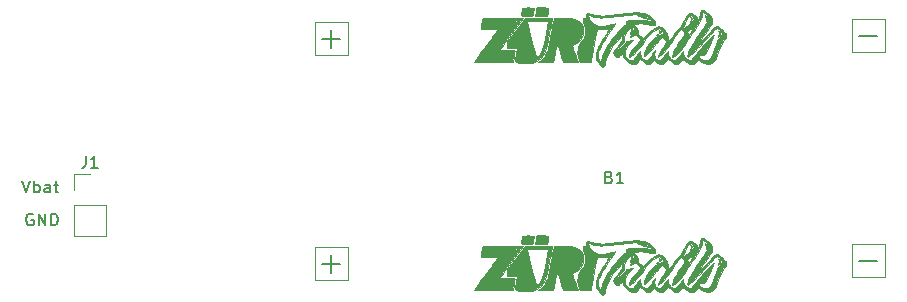
<source format=gto>
G04 #@! TF.GenerationSoftware,KiCad,Pcbnew,(5.1.10)-1*
G04 #@! TF.CreationDate,2021-12-13T23:36:20+01:00*
G04 #@! TF.ProjectId,PowerLayer,506f7765-724c-4617-9965-722e6b696361,rev?*
G04 #@! TF.SameCoordinates,Original*
G04 #@! TF.FileFunction,Legend,Top*
G04 #@! TF.FilePolarity,Positive*
%FSLAX46Y46*%
G04 Gerber Fmt 4.6, Leading zero omitted, Abs format (unit mm)*
G04 Created by KiCad (PCBNEW (5.1.10)-1) date 2021-12-13 23:36:20*
%MOMM*%
%LPD*%
G01*
G04 APERTURE LIST*
%ADD10C,0.150000*%
%ADD11C,0.120000*%
%ADD12C,0.010000*%
%ADD13C,7.000000*%
%ADD14C,2.380000*%
%ADD15C,3.550000*%
%ADD16C,3.180000*%
%ADD17C,2.640000*%
%ADD18O,1.700000X1.700000*%
%ADD19R,1.700000X1.700000*%
G04 APERTURE END LIST*
D10*
X76834312Y-124331403D02*
X78358121Y-124331403D01*
X77596217Y-125093307D02*
X77596217Y-123569498D01*
X76834312Y-143381403D02*
X78358121Y-143381403D01*
X77596217Y-144143307D02*
X77596217Y-142619498D01*
D11*
X78994000Y-141986000D02*
X78994000Y-144780000D01*
X78994000Y-144780000D02*
X76200000Y-144780000D01*
X76200000Y-144780000D02*
X76200000Y-141986000D01*
X78994000Y-125730000D02*
X76200000Y-125730000D01*
X76200000Y-141986000D02*
X78994000Y-141986000D01*
X76200000Y-125730000D02*
X76200000Y-122936000D01*
X76200000Y-122936000D02*
X78994000Y-122936000D01*
X78994000Y-122936000D02*
X78994000Y-125730000D01*
D10*
X122300312Y-143127403D02*
X123824121Y-143127403D01*
D11*
X124460000Y-144526000D02*
X121666000Y-144526000D01*
X121666000Y-144526000D02*
X121666000Y-141732000D01*
X121666000Y-141732000D02*
X124460000Y-141732000D01*
X124460000Y-141732000D02*
X124460000Y-144526000D01*
X121666000Y-125476000D02*
X121666000Y-122682000D01*
X124460000Y-125476000D02*
X121666000Y-125476000D01*
X124460000Y-122682000D02*
X124460000Y-125476000D01*
X121666000Y-122682000D02*
X124460000Y-122682000D01*
D10*
X122300312Y-124077403D02*
X123824121Y-124077403D01*
X51435190Y-136358380D02*
X51768523Y-137358380D01*
X52101857Y-136358380D01*
X52435190Y-137358380D02*
X52435190Y-136358380D01*
X52435190Y-136739333D02*
X52530428Y-136691714D01*
X52720904Y-136691714D01*
X52816142Y-136739333D01*
X52863761Y-136786952D01*
X52911380Y-136882190D01*
X52911380Y-137167904D01*
X52863761Y-137263142D01*
X52816142Y-137310761D01*
X52720904Y-137358380D01*
X52530428Y-137358380D01*
X52435190Y-137310761D01*
X53768523Y-137358380D02*
X53768523Y-136834571D01*
X53720904Y-136739333D01*
X53625666Y-136691714D01*
X53435190Y-136691714D01*
X53339952Y-136739333D01*
X53768523Y-137310761D02*
X53673285Y-137358380D01*
X53435190Y-137358380D01*
X53339952Y-137310761D01*
X53292333Y-137215523D01*
X53292333Y-137120285D01*
X53339952Y-137025047D01*
X53435190Y-136977428D01*
X53673285Y-136977428D01*
X53768523Y-136929809D01*
X54101857Y-136691714D02*
X54482809Y-136691714D01*
X54244714Y-136358380D02*
X54244714Y-137215523D01*
X54292333Y-137310761D01*
X54387571Y-137358380D01*
X54482809Y-137358380D01*
X52324095Y-139200000D02*
X52228857Y-139152380D01*
X52086000Y-139152380D01*
X51943142Y-139200000D01*
X51847904Y-139295238D01*
X51800285Y-139390476D01*
X51752666Y-139580952D01*
X51752666Y-139723809D01*
X51800285Y-139914285D01*
X51847904Y-140009523D01*
X51943142Y-140104761D01*
X52086000Y-140152380D01*
X52181238Y-140152380D01*
X52324095Y-140104761D01*
X52371714Y-140057142D01*
X52371714Y-139723809D01*
X52181238Y-139723809D01*
X52800285Y-140152380D02*
X52800285Y-139152380D01*
X53371714Y-140152380D01*
X53371714Y-139152380D01*
X53847904Y-140152380D02*
X53847904Y-139152380D01*
X54086000Y-139152380D01*
X54228857Y-139200000D01*
X54324095Y-139295238D01*
X54371714Y-139390476D01*
X54419333Y-139580952D01*
X54419333Y-139723809D01*
X54371714Y-139914285D01*
X54324095Y-140009523D01*
X54228857Y-140104761D01*
X54086000Y-140152380D01*
X53847904Y-140152380D01*
D12*
G36*
X108038920Y-122470187D02*
G01*
X108077000Y-122496520D01*
X108139059Y-122550836D01*
X108170361Y-122594784D01*
X108171302Y-122600658D01*
X108151013Y-122640787D01*
X108099356Y-122710474D01*
X108042753Y-122777250D01*
X107915151Y-122920125D01*
X107998184Y-122750330D01*
X108043233Y-122653326D01*
X108060864Y-122594263D01*
X108053741Y-122555159D01*
X108031484Y-122525580D01*
X107987112Y-122467290D01*
X107990849Y-122448022D01*
X108038920Y-122470187D01*
G37*
X108038920Y-122470187D02*
X108077000Y-122496520D01*
X108139059Y-122550836D01*
X108170361Y-122594784D01*
X108171302Y-122600658D01*
X108151013Y-122640787D01*
X108099356Y-122710474D01*
X108042753Y-122777250D01*
X107915151Y-122920125D01*
X107998184Y-122750330D01*
X108043233Y-122653326D01*
X108060864Y-122594263D01*
X108053741Y-122555159D01*
X108031484Y-122525580D01*
X107987112Y-122467290D01*
X107990849Y-122448022D01*
X108038920Y-122470187D01*
G36*
X109228604Y-122329798D02*
G01*
X109284307Y-122394590D01*
X109307312Y-122427205D01*
X109356360Y-122533948D01*
X109377866Y-122654197D01*
X109368779Y-122761631D01*
X109350941Y-122803709D01*
X109330703Y-122806623D01*
X109313944Y-122746928D01*
X109307874Y-122702046D01*
X109281661Y-122576617D01*
X109237585Y-122450166D01*
X109227274Y-122427945D01*
X109194429Y-122346527D01*
X109196759Y-122313794D01*
X109228604Y-122329798D01*
G37*
X109228604Y-122329798D02*
X109284307Y-122394590D01*
X109307312Y-122427205D01*
X109356360Y-122533948D01*
X109377866Y-122654197D01*
X109368779Y-122761631D01*
X109350941Y-122803709D01*
X109330703Y-122806623D01*
X109313944Y-122746928D01*
X109307874Y-122702046D01*
X109281661Y-122576617D01*
X109237585Y-122450166D01*
X109227274Y-122427945D01*
X109194429Y-122346527D01*
X109196759Y-122313794D01*
X109228604Y-122329798D01*
G36*
X103021579Y-123449531D02*
G01*
X103022399Y-123450349D01*
X103055130Y-123509840D01*
X103050784Y-123593542D01*
X103007975Y-123711725D01*
X102978867Y-123772764D01*
X102918120Y-123889250D01*
X102881278Y-123948120D01*
X102868709Y-123949211D01*
X102880784Y-123892360D01*
X102908882Y-123803723D01*
X102944471Y-123668876D01*
X102956984Y-123552903D01*
X102954300Y-123515826D01*
X102949872Y-123436609D01*
X102972088Y-123414713D01*
X103021579Y-123449531D01*
G37*
X103021579Y-123449531D02*
X103022399Y-123450349D01*
X103055130Y-123509840D01*
X103050784Y-123593542D01*
X103007975Y-123711725D01*
X102978867Y-123772764D01*
X102918120Y-123889250D01*
X102881278Y-123948120D01*
X102868709Y-123949211D01*
X102880784Y-123892360D01*
X102908882Y-123803723D01*
X102944471Y-123668876D01*
X102956984Y-123552903D01*
X102954300Y-123515826D01*
X102949872Y-123436609D01*
X102972088Y-123414713D01*
X103021579Y-123449531D01*
G36*
X105329115Y-123593847D02*
G01*
X105346171Y-123602574D01*
X105406874Y-123655289D01*
X105454482Y-123723672D01*
X105499621Y-123810961D01*
X105272248Y-123931347D01*
X105165326Y-123985510D01*
X105111266Y-124006854D01*
X105110589Y-123995198D01*
X105124250Y-123982244D01*
X105207331Y-123911981D01*
X105296045Y-123840262D01*
X105296440Y-123839953D01*
X105355590Y-123789335D01*
X105370307Y-123751913D01*
X105346997Y-123702841D01*
X105336127Y-123686067D01*
X105292652Y-123612475D01*
X105290130Y-123583270D01*
X105329115Y-123593847D01*
G37*
X105329115Y-123593847D02*
X105346171Y-123602574D01*
X105406874Y-123655289D01*
X105454482Y-123723672D01*
X105499621Y-123810961D01*
X105272248Y-123931347D01*
X105165326Y-123985510D01*
X105111266Y-124006854D01*
X105110589Y-123995198D01*
X105124250Y-123982244D01*
X105207331Y-123911981D01*
X105296045Y-123840262D01*
X105296440Y-123839953D01*
X105355590Y-123789335D01*
X105370307Y-123751913D01*
X105346997Y-123702841D01*
X105336127Y-123686067D01*
X105292652Y-123612475D01*
X105290130Y-123583270D01*
X105329115Y-123593847D01*
G36*
X110378261Y-123702291D02*
G01*
X110426500Y-123745625D01*
X110486536Y-123813285D01*
X110519549Y-123870204D01*
X110521750Y-123881933D01*
X110502757Y-123930795D01*
X110452702Y-124012357D01*
X110381974Y-124111210D01*
X110300957Y-124211948D01*
X110293250Y-124220887D01*
X110290698Y-124210041D01*
X110308924Y-124152725D01*
X110344043Y-124060982D01*
X110348081Y-124051001D01*
X110390395Y-123942136D01*
X110409162Y-123873122D01*
X110406520Y-123825734D01*
X110384608Y-123781750D01*
X110380430Y-123775293D01*
X110338666Y-123702897D01*
X110338363Y-123678293D01*
X110378261Y-123702291D01*
G37*
X110378261Y-123702291D02*
X110426500Y-123745625D01*
X110486536Y-123813285D01*
X110519549Y-123870204D01*
X110521750Y-123881933D01*
X110502757Y-123930795D01*
X110452702Y-124012357D01*
X110381974Y-124111210D01*
X110300957Y-124211948D01*
X110293250Y-124220887D01*
X110290698Y-124210041D01*
X110308924Y-124152725D01*
X110344043Y-124060982D01*
X110348081Y-124051001D01*
X110390395Y-123942136D01*
X110409162Y-123873122D01*
X110406520Y-123825734D01*
X110384608Y-123781750D01*
X110380430Y-123775293D01*
X110338666Y-123702897D01*
X110338363Y-123678293D01*
X110378261Y-123702291D01*
G36*
X103652658Y-122378489D02*
G01*
X103842252Y-122406860D01*
X104032886Y-122457391D01*
X104204954Y-122523437D01*
X104338849Y-122598352D01*
X104367900Y-122620926D01*
X104424528Y-122669956D01*
X104449665Y-122696601D01*
X104437088Y-122700627D01*
X104380571Y-122681804D01*
X104273891Y-122639899D01*
X104212023Y-122615118D01*
X104063590Y-122558923D01*
X103890226Y-122498082D01*
X103728097Y-122445262D01*
X103719898Y-122442742D01*
X103457375Y-122362361D01*
X103652658Y-122378489D01*
G37*
X103652658Y-122378489D02*
X103842252Y-122406860D01*
X104032886Y-122457391D01*
X104204954Y-122523437D01*
X104338849Y-122598352D01*
X104367900Y-122620926D01*
X104424528Y-122669956D01*
X104449665Y-122696601D01*
X104437088Y-122700627D01*
X104380571Y-122681804D01*
X104273891Y-122639899D01*
X104212023Y-122615118D01*
X104063590Y-122558923D01*
X103890226Y-122498082D01*
X103728097Y-122445262D01*
X103719898Y-122442742D01*
X103457375Y-122362361D01*
X103652658Y-122378489D01*
G36*
X95786841Y-121698213D02*
G01*
X95875880Y-121709518D01*
X95925019Y-121737741D01*
X95942071Y-121790033D01*
X95934849Y-121873545D01*
X95911166Y-121995427D01*
X95891407Y-122094625D01*
X95836702Y-122380375D01*
X95336976Y-122389118D01*
X95166963Y-122391217D01*
X95021767Y-122391340D01*
X94912097Y-122389612D01*
X94848664Y-122386158D01*
X94837250Y-122383256D01*
X94843128Y-122347114D01*
X94858574Y-122266016D01*
X94880301Y-122157194D01*
X94881304Y-122152263D01*
X94907471Y-122021280D01*
X94931512Y-121896802D01*
X94936363Y-121870454D01*
X95366087Y-121870454D01*
X95373156Y-121876032D01*
X95392875Y-121878237D01*
X95522272Y-121892402D01*
X95602146Y-121911902D01*
X95646452Y-121943752D01*
X95669144Y-121994962D01*
X95674794Y-122019909D01*
X95692161Y-122088984D01*
X95707138Y-122100200D01*
X95722445Y-122051573D01*
X95735634Y-121975562D01*
X95754007Y-121856500D01*
X95509941Y-121861837D01*
X95413762Y-121865431D01*
X95366087Y-121870454D01*
X94936363Y-121870454D01*
X94946242Y-121816812D01*
X94967127Y-121697750D01*
X95457813Y-121697750D01*
X95650090Y-121696673D01*
X95786841Y-121698213D01*
G37*
X95786841Y-121698213D02*
X95875880Y-121709518D01*
X95925019Y-121737741D01*
X95942071Y-121790033D01*
X95934849Y-121873545D01*
X95911166Y-121995427D01*
X95891407Y-122094625D01*
X95836702Y-122380375D01*
X95336976Y-122389118D01*
X95166963Y-122391217D01*
X95021767Y-122391340D01*
X94912097Y-122389612D01*
X94848664Y-122386158D01*
X94837250Y-122383256D01*
X94843128Y-122347114D01*
X94858574Y-122266016D01*
X94880301Y-122157194D01*
X94881304Y-122152263D01*
X94907471Y-122021280D01*
X94931512Y-121896802D01*
X94936363Y-121870454D01*
X95366087Y-121870454D01*
X95373156Y-121876032D01*
X95392875Y-121878237D01*
X95522272Y-121892402D01*
X95602146Y-121911902D01*
X95646452Y-121943752D01*
X95669144Y-121994962D01*
X95674794Y-122019909D01*
X95692161Y-122088984D01*
X95707138Y-122100200D01*
X95722445Y-122051573D01*
X95735634Y-121975562D01*
X95754007Y-121856500D01*
X95509941Y-121861837D01*
X95413762Y-121865431D01*
X95366087Y-121870454D01*
X94936363Y-121870454D01*
X94946242Y-121816812D01*
X94967127Y-121697750D01*
X95457813Y-121697750D01*
X95650090Y-121696673D01*
X95786841Y-121698213D01*
G36*
X94420274Y-121699482D02*
G01*
X94563605Y-121704263D01*
X94671187Y-121711466D01*
X94732203Y-121720465D01*
X94742000Y-121726103D01*
X94736217Y-121767391D01*
X94720902Y-121854762D01*
X94699104Y-121972062D01*
X94673874Y-122103132D01*
X94648261Y-122231816D01*
X94628986Y-122324812D01*
X94621177Y-122351880D01*
X94604728Y-122371069D01*
X94570029Y-122383734D01*
X94507471Y-122391230D01*
X94407445Y-122394911D01*
X94260341Y-122396133D01*
X94122270Y-122396250D01*
X93953730Y-122394529D01*
X93810102Y-122389780D01*
X93702189Y-122382625D01*
X93640791Y-122373683D01*
X93630750Y-122368007D01*
X93636494Y-122322283D01*
X93651489Y-122232291D01*
X93672376Y-122115999D01*
X93695800Y-121991374D01*
X93718403Y-121876383D01*
X93736827Y-121788996D01*
X93745604Y-121753312D01*
X93757587Y-121732039D01*
X93785242Y-121716957D01*
X93838047Y-121707028D01*
X93925480Y-121701210D01*
X94057018Y-121698464D01*
X94242139Y-121697750D01*
X94252014Y-121697750D01*
X94420274Y-121699482D01*
G37*
X94420274Y-121699482D02*
X94563605Y-121704263D01*
X94671187Y-121711466D01*
X94732203Y-121720465D01*
X94742000Y-121726103D01*
X94736217Y-121767391D01*
X94720902Y-121854762D01*
X94699104Y-121972062D01*
X94673874Y-122103132D01*
X94648261Y-122231816D01*
X94628986Y-122324812D01*
X94621177Y-122351880D01*
X94604728Y-122371069D01*
X94570029Y-122383734D01*
X94507471Y-122391230D01*
X94407445Y-122394911D01*
X94260341Y-122396133D01*
X94122270Y-122396250D01*
X93953730Y-122394529D01*
X93810102Y-122389780D01*
X93702189Y-122382625D01*
X93640791Y-122373683D01*
X93630750Y-122368007D01*
X93636494Y-122322283D01*
X93651489Y-122232291D01*
X93672376Y-122115999D01*
X93695800Y-121991374D01*
X93718403Y-121876383D01*
X93736827Y-121788996D01*
X93745604Y-121753312D01*
X93757587Y-121732039D01*
X93785242Y-121716957D01*
X93838047Y-121707028D01*
X93925480Y-121701210D01*
X94057018Y-121698464D01*
X94242139Y-121697750D01*
X94252014Y-121697750D01*
X94420274Y-121699482D01*
G36*
X97607975Y-122576508D02*
G01*
X97865902Y-122607977D01*
X98087354Y-122657358D01*
X98280848Y-122726089D01*
X98454900Y-122815607D01*
X98455450Y-122815938D01*
X98644791Y-122957602D01*
X98781167Y-123125933D01*
X98867815Y-123327080D01*
X98907970Y-123567189D01*
X98911749Y-123682981D01*
X98884448Y-123965941D01*
X98804292Y-124215666D01*
X98673361Y-124429286D01*
X98493736Y-124603929D01*
X98267494Y-124736725D01*
X98104990Y-124796705D01*
X97998235Y-124832720D01*
X97944041Y-124863201D01*
X97932557Y-124894309D01*
X97935188Y-124902864D01*
X97968333Y-124986506D01*
X98015594Y-125109242D01*
X98073213Y-125260964D01*
X98137430Y-125431563D01*
X98204487Y-125610929D01*
X98270626Y-125788954D01*
X98332087Y-125955529D01*
X98385113Y-126100544D01*
X98425944Y-126213892D01*
X98450821Y-126285464D01*
X98456750Y-126305595D01*
X98426586Y-126314006D01*
X98342438Y-126321387D01*
X98213816Y-126327323D01*
X98050233Y-126331399D01*
X97861201Y-126333199D01*
X97822770Y-126333250D01*
X97188791Y-126333250D01*
X97108979Y-126071312D01*
X97067860Y-125935685D01*
X97015472Y-125761910D01*
X96958649Y-125572700D01*
X96905973Y-125396625D01*
X96855438Y-125230111D01*
X96817368Y-125114984D01*
X96787051Y-125041495D01*
X96759772Y-124999899D01*
X96730819Y-124980449D01*
X96701650Y-124974082D01*
X96673963Y-124970256D01*
X96652295Y-124971395D01*
X96634278Y-124985026D01*
X96617547Y-125018678D01*
X96599735Y-125079878D01*
X96578476Y-125176152D01*
X96551405Y-125315029D01*
X96516153Y-125504035D01*
X96488980Y-125650625D01*
X96458621Y-125812747D01*
X96428578Y-125970839D01*
X96403026Y-126103050D01*
X96390437Y-126166562D01*
X96356747Y-126333250D01*
X95113472Y-126333250D01*
X95237298Y-126243001D01*
X95463454Y-126048483D01*
X95646985Y-125822346D01*
X95795310Y-125554225D01*
X95878100Y-125347593D01*
X95907701Y-125257921D01*
X95937900Y-125153440D01*
X95969868Y-125028580D01*
X96004774Y-124877773D01*
X96043786Y-124695447D01*
X96088076Y-124476033D01*
X96138811Y-124213961D01*
X96197162Y-123903662D01*
X96264299Y-123539565D01*
X96307800Y-123301125D01*
X96399394Y-122797551D01*
X97851757Y-122797551D01*
X97900377Y-122829738D01*
X97947853Y-122857739D01*
X98130212Y-122980828D01*
X98304930Y-123129238D01*
X98452380Y-123285124D01*
X98524055Y-123381622D01*
X98580244Y-123462978D01*
X98622729Y-123514627D01*
X98639935Y-123525398D01*
X98638564Y-123490152D01*
X98620151Y-123414663D01*
X98601440Y-123354215D01*
X98546909Y-123234898D01*
X98471428Y-123120508D01*
X98440770Y-123085211D01*
X98325653Y-122991650D01*
X98174095Y-122901867D01*
X98012322Y-122829902D01*
X97901125Y-122796302D01*
X97853254Y-122788047D01*
X97851757Y-122797551D01*
X96399394Y-122797551D01*
X96440625Y-122570875D01*
X96948625Y-122561556D01*
X97305054Y-122561514D01*
X97607975Y-122576508D01*
G37*
X97607975Y-122576508D02*
X97865902Y-122607977D01*
X98087354Y-122657358D01*
X98280848Y-122726089D01*
X98454900Y-122815607D01*
X98455450Y-122815938D01*
X98644791Y-122957602D01*
X98781167Y-123125933D01*
X98867815Y-123327080D01*
X98907970Y-123567189D01*
X98911749Y-123682981D01*
X98884448Y-123965941D01*
X98804292Y-124215666D01*
X98673361Y-124429286D01*
X98493736Y-124603929D01*
X98267494Y-124736725D01*
X98104990Y-124796705D01*
X97998235Y-124832720D01*
X97944041Y-124863201D01*
X97932557Y-124894309D01*
X97935188Y-124902864D01*
X97968333Y-124986506D01*
X98015594Y-125109242D01*
X98073213Y-125260964D01*
X98137430Y-125431563D01*
X98204487Y-125610929D01*
X98270626Y-125788954D01*
X98332087Y-125955529D01*
X98385113Y-126100544D01*
X98425944Y-126213892D01*
X98450821Y-126285464D01*
X98456750Y-126305595D01*
X98426586Y-126314006D01*
X98342438Y-126321387D01*
X98213816Y-126327323D01*
X98050233Y-126331399D01*
X97861201Y-126333199D01*
X97822770Y-126333250D01*
X97188791Y-126333250D01*
X97108979Y-126071312D01*
X97067860Y-125935685D01*
X97015472Y-125761910D01*
X96958649Y-125572700D01*
X96905973Y-125396625D01*
X96855438Y-125230111D01*
X96817368Y-125114984D01*
X96787051Y-125041495D01*
X96759772Y-124999899D01*
X96730819Y-124980449D01*
X96701650Y-124974082D01*
X96673963Y-124970256D01*
X96652295Y-124971395D01*
X96634278Y-124985026D01*
X96617547Y-125018678D01*
X96599735Y-125079878D01*
X96578476Y-125176152D01*
X96551405Y-125315029D01*
X96516153Y-125504035D01*
X96488980Y-125650625D01*
X96458621Y-125812747D01*
X96428578Y-125970839D01*
X96403026Y-126103050D01*
X96390437Y-126166562D01*
X96356747Y-126333250D01*
X95113472Y-126333250D01*
X95237298Y-126243001D01*
X95463454Y-126048483D01*
X95646985Y-125822346D01*
X95795310Y-125554225D01*
X95878100Y-125347593D01*
X95907701Y-125257921D01*
X95937900Y-125153440D01*
X95969868Y-125028580D01*
X96004774Y-124877773D01*
X96043786Y-124695447D01*
X96088076Y-124476033D01*
X96138811Y-124213961D01*
X96197162Y-123903662D01*
X96264299Y-123539565D01*
X96307800Y-123301125D01*
X96399394Y-122797551D01*
X97851757Y-122797551D01*
X97900377Y-122829738D01*
X97947853Y-122857739D01*
X98130212Y-122980828D01*
X98304930Y-123129238D01*
X98452380Y-123285124D01*
X98524055Y-123381622D01*
X98580244Y-123462978D01*
X98622729Y-123514627D01*
X98639935Y-123525398D01*
X98638564Y-123490152D01*
X98620151Y-123414663D01*
X98601440Y-123354215D01*
X98546909Y-123234898D01*
X98471428Y-123120508D01*
X98440770Y-123085211D01*
X98325653Y-122991650D01*
X98174095Y-122901867D01*
X98012322Y-122829902D01*
X97901125Y-122796302D01*
X97853254Y-122788047D01*
X97851757Y-122797551D01*
X96399394Y-122797551D01*
X96440625Y-122570875D01*
X96948625Y-122561556D01*
X97305054Y-122561514D01*
X97607975Y-122576508D01*
G36*
X91637933Y-122560959D02*
G01*
X91950933Y-122561978D01*
X92102324Y-122562656D01*
X93790671Y-122570875D01*
X92789960Y-123926558D01*
X92599473Y-124184956D01*
X92420858Y-124427910D01*
X92257591Y-124650647D01*
X92113148Y-124848393D01*
X91991005Y-125016374D01*
X91894636Y-125149819D01*
X91827517Y-125243953D01*
X91793124Y-125294004D01*
X91789250Y-125300895D01*
X91819442Y-125306321D01*
X91903801Y-125310823D01*
X92032994Y-125314180D01*
X92197691Y-125316173D01*
X92388561Y-125316585D01*
X92448062Y-125316374D01*
X92675791Y-125316016D01*
X92846882Y-125317704D01*
X92968173Y-125321839D01*
X93046504Y-125328826D01*
X93088716Y-125339068D01*
X93101647Y-125352968D01*
X93101554Y-125354911D01*
X93094188Y-125399565D01*
X93077475Y-125494554D01*
X93053577Y-125627764D01*
X93024660Y-125787082D01*
X93010426Y-125864937D01*
X92924619Y-126333250D01*
X91293309Y-126333250D01*
X90978164Y-126332945D01*
X90683060Y-126332070D01*
X90413927Y-126330684D01*
X90176696Y-126328846D01*
X89977297Y-126326614D01*
X89821659Y-126324046D01*
X89715713Y-126321202D01*
X89665389Y-126318140D01*
X89662000Y-126317097D01*
X89680132Y-126289067D01*
X89732209Y-126214583D01*
X89814748Y-126098489D01*
X89924266Y-125945628D01*
X90057282Y-125760846D01*
X90210311Y-125548986D01*
X90379874Y-125314891D01*
X90562486Y-125063407D01*
X90630581Y-124969781D01*
X90817882Y-124711914D01*
X90993997Y-124468573D01*
X91155346Y-124244768D01*
X91298347Y-124045508D01*
X91419419Y-123875801D01*
X91514982Y-123740656D01*
X91581454Y-123645080D01*
X91615253Y-123594084D01*
X91618654Y-123587823D01*
X91619752Y-123571335D01*
X91603815Y-123558907D01*
X91563511Y-123550036D01*
X91491505Y-123544218D01*
X91380464Y-123540950D01*
X91223054Y-123539729D01*
X91011942Y-123540051D01*
X90927885Y-123540416D01*
X90217625Y-123543804D01*
X90228156Y-123459700D01*
X90240708Y-123375329D01*
X90260998Y-123256068D01*
X90286404Y-123115537D01*
X90314309Y-122967355D01*
X90342093Y-122825140D01*
X90356653Y-122753842D01*
X92789375Y-122753842D01*
X92964000Y-122786141D01*
X93061582Y-122805417D01*
X93129972Y-122821231D01*
X93150319Y-122828061D01*
X93141051Y-122860397D01*
X93100674Y-122944268D01*
X93030724Y-123076741D01*
X92932737Y-123254884D01*
X92844290Y-123412250D01*
X92803450Y-123489519D01*
X92797742Y-123514760D01*
X92826684Y-123488516D01*
X92889793Y-123411331D01*
X92986588Y-123283747D01*
X93116584Y-123106309D01*
X93119207Y-123102687D01*
X93377815Y-122745500D01*
X92789375Y-122753842D01*
X90356653Y-122753842D01*
X90367137Y-122702511D01*
X90386822Y-122613089D01*
X90398528Y-122570491D01*
X90399454Y-122568961D01*
X90433052Y-122566350D01*
X90524252Y-122564191D01*
X90667159Y-122562508D01*
X90855876Y-122561321D01*
X91084508Y-122560653D01*
X91347159Y-122560525D01*
X91637933Y-122560959D01*
G37*
X91637933Y-122560959D02*
X91950933Y-122561978D01*
X92102324Y-122562656D01*
X93790671Y-122570875D01*
X92789960Y-123926558D01*
X92599473Y-124184956D01*
X92420858Y-124427910D01*
X92257591Y-124650647D01*
X92113148Y-124848393D01*
X91991005Y-125016374D01*
X91894636Y-125149819D01*
X91827517Y-125243953D01*
X91793124Y-125294004D01*
X91789250Y-125300895D01*
X91819442Y-125306321D01*
X91903801Y-125310823D01*
X92032994Y-125314180D01*
X92197691Y-125316173D01*
X92388561Y-125316585D01*
X92448062Y-125316374D01*
X92675791Y-125316016D01*
X92846882Y-125317704D01*
X92968173Y-125321839D01*
X93046504Y-125328826D01*
X93088716Y-125339068D01*
X93101647Y-125352968D01*
X93101554Y-125354911D01*
X93094188Y-125399565D01*
X93077475Y-125494554D01*
X93053577Y-125627764D01*
X93024660Y-125787082D01*
X93010426Y-125864937D01*
X92924619Y-126333250D01*
X91293309Y-126333250D01*
X90978164Y-126332945D01*
X90683060Y-126332070D01*
X90413927Y-126330684D01*
X90176696Y-126328846D01*
X89977297Y-126326614D01*
X89821659Y-126324046D01*
X89715713Y-126321202D01*
X89665389Y-126318140D01*
X89662000Y-126317097D01*
X89680132Y-126289067D01*
X89732209Y-126214583D01*
X89814748Y-126098489D01*
X89924266Y-125945628D01*
X90057282Y-125760846D01*
X90210311Y-125548986D01*
X90379874Y-125314891D01*
X90562486Y-125063407D01*
X90630581Y-124969781D01*
X90817882Y-124711914D01*
X90993997Y-124468573D01*
X91155346Y-124244768D01*
X91298347Y-124045508D01*
X91419419Y-123875801D01*
X91514982Y-123740656D01*
X91581454Y-123645080D01*
X91615253Y-123594084D01*
X91618654Y-123587823D01*
X91619752Y-123571335D01*
X91603815Y-123558907D01*
X91563511Y-123550036D01*
X91491505Y-123544218D01*
X91380464Y-123540950D01*
X91223054Y-123539729D01*
X91011942Y-123540051D01*
X90927885Y-123540416D01*
X90217625Y-123543804D01*
X90228156Y-123459700D01*
X90240708Y-123375329D01*
X90260998Y-123256068D01*
X90286404Y-123115537D01*
X90314309Y-122967355D01*
X90342093Y-122825140D01*
X90356653Y-122753842D01*
X92789375Y-122753842D01*
X92964000Y-122786141D01*
X93061582Y-122805417D01*
X93129972Y-122821231D01*
X93150319Y-122828061D01*
X93141051Y-122860397D01*
X93100674Y-122944268D01*
X93030724Y-123076741D01*
X92932737Y-123254884D01*
X92844290Y-123412250D01*
X92803450Y-123489519D01*
X92797742Y-123514760D01*
X92826684Y-123488516D01*
X92889793Y-123411331D01*
X92986588Y-123283747D01*
X93116584Y-123106309D01*
X93119207Y-123102687D01*
X93377815Y-122745500D01*
X92789375Y-122753842D01*
X90356653Y-122753842D01*
X90367137Y-122702511D01*
X90386822Y-122613089D01*
X90398528Y-122570491D01*
X90399454Y-122568961D01*
X90433052Y-122566350D01*
X90524252Y-122564191D01*
X90667159Y-122562508D01*
X90855876Y-122561321D01*
X91084508Y-122560653D01*
X91347159Y-122560525D01*
X91637933Y-122560959D01*
G36*
X95476704Y-122556723D02*
G01*
X95759354Y-122559096D01*
X95979244Y-122563329D01*
X96136732Y-122569432D01*
X96232173Y-122577415D01*
X96265925Y-122587288D01*
X96266000Y-122587824D01*
X96259938Y-122641480D01*
X96242848Y-122748859D01*
X96216371Y-122901465D01*
X96182150Y-123090798D01*
X96141825Y-123308361D01*
X96097039Y-123545654D01*
X96049433Y-123794179D01*
X96000650Y-124045437D01*
X95952330Y-124290930D01*
X95906117Y-124522160D01*
X95863650Y-124730627D01*
X95826573Y-124907834D01*
X95796528Y-125045282D01*
X95775155Y-125134472D01*
X95771392Y-125148119D01*
X95678703Y-125420187D01*
X95569587Y-125643944D01*
X95435691Y-125834066D01*
X95299517Y-125977055D01*
X95075676Y-126157143D01*
X94838464Y-126288072D01*
X94577383Y-126373540D01*
X94281938Y-126417245D01*
X94028891Y-126424816D01*
X93880008Y-126422125D01*
X93749913Y-126417709D01*
X93654677Y-126412234D01*
X93614875Y-126407646D01*
X93465303Y-126370412D01*
X93328665Y-126326595D01*
X93217665Y-126281295D01*
X93145009Y-126239610D01*
X93122875Y-126210206D01*
X93128600Y-126162578D01*
X93144330Y-126064445D01*
X93168036Y-125927648D01*
X93197688Y-125764031D01*
X93218125Y-125654535D01*
X93250173Y-125484010D01*
X93277615Y-125336664D01*
X93298475Y-125223215D01*
X93310777Y-125154379D01*
X93313250Y-125138597D01*
X93283440Y-125134241D01*
X93201773Y-125130606D01*
X93079888Y-125128017D01*
X92929427Y-125126801D01*
X92889916Y-125126750D01*
X92732657Y-125125697D01*
X92599568Y-125122815D01*
X92502839Y-125118517D01*
X92454661Y-125113214D01*
X92451751Y-125111918D01*
X92447451Y-125075427D01*
X92449624Y-124992479D01*
X92457746Y-124879732D01*
X92459726Y-124858318D01*
X92482533Y-124619549D01*
X93776285Y-122856625D01*
X94150567Y-122856625D01*
X94528247Y-124388562D01*
X94602960Y-124689473D01*
X94673833Y-124970808D01*
X94739317Y-125226705D01*
X94797863Y-125451301D01*
X94847922Y-125638734D01*
X94887946Y-125783141D01*
X94916385Y-125878659D01*
X94931692Y-125919427D01*
X94932971Y-125920500D01*
X94967683Y-125899841D01*
X95033066Y-125845599D01*
X95115173Y-125769369D01*
X95117764Y-125766849D01*
X95239391Y-125631172D01*
X95338796Y-125478217D01*
X95422426Y-125294947D01*
X95496728Y-125068326D01*
X95535616Y-124921836D01*
X95565081Y-124795618D01*
X95600257Y-124631882D01*
X95639543Y-124439412D01*
X95681334Y-124226992D01*
X95724030Y-124003405D01*
X95766027Y-123777436D01*
X95805722Y-123557869D01*
X95841514Y-123353488D01*
X95871799Y-123173076D01*
X95894975Y-123025417D01*
X95909440Y-122919295D01*
X95913590Y-122863495D01*
X95912256Y-122857423D01*
X95877092Y-122853085D01*
X95786766Y-122849739D01*
X95649607Y-122847471D01*
X95473946Y-122846369D01*
X95268115Y-122846519D01*
X95040443Y-122848007D01*
X95022564Y-122848176D01*
X94150567Y-122856625D01*
X93776285Y-122856625D01*
X93995875Y-122557403D01*
X95130937Y-122556201D01*
X95476704Y-122556723D01*
G37*
X95476704Y-122556723D02*
X95759354Y-122559096D01*
X95979244Y-122563329D01*
X96136732Y-122569432D01*
X96232173Y-122577415D01*
X96265925Y-122587288D01*
X96266000Y-122587824D01*
X96259938Y-122641480D01*
X96242848Y-122748859D01*
X96216371Y-122901465D01*
X96182150Y-123090798D01*
X96141825Y-123308361D01*
X96097039Y-123545654D01*
X96049433Y-123794179D01*
X96000650Y-124045437D01*
X95952330Y-124290930D01*
X95906117Y-124522160D01*
X95863650Y-124730627D01*
X95826573Y-124907834D01*
X95796528Y-125045282D01*
X95775155Y-125134472D01*
X95771392Y-125148119D01*
X95678703Y-125420187D01*
X95569587Y-125643944D01*
X95435691Y-125834066D01*
X95299517Y-125977055D01*
X95075676Y-126157143D01*
X94838464Y-126288072D01*
X94577383Y-126373540D01*
X94281938Y-126417245D01*
X94028891Y-126424816D01*
X93880008Y-126422125D01*
X93749913Y-126417709D01*
X93654677Y-126412234D01*
X93614875Y-126407646D01*
X93465303Y-126370412D01*
X93328665Y-126326595D01*
X93217665Y-126281295D01*
X93145009Y-126239610D01*
X93122875Y-126210206D01*
X93128600Y-126162578D01*
X93144330Y-126064445D01*
X93168036Y-125927648D01*
X93197688Y-125764031D01*
X93218125Y-125654535D01*
X93250173Y-125484010D01*
X93277615Y-125336664D01*
X93298475Y-125223215D01*
X93310777Y-125154379D01*
X93313250Y-125138597D01*
X93283440Y-125134241D01*
X93201773Y-125130606D01*
X93079888Y-125128017D01*
X92929427Y-125126801D01*
X92889916Y-125126750D01*
X92732657Y-125125697D01*
X92599568Y-125122815D01*
X92502839Y-125118517D01*
X92454661Y-125113214D01*
X92451751Y-125111918D01*
X92447451Y-125075427D01*
X92449624Y-124992479D01*
X92457746Y-124879732D01*
X92459726Y-124858318D01*
X92482533Y-124619549D01*
X93776285Y-122856625D01*
X94150567Y-122856625D01*
X94528247Y-124388562D01*
X94602960Y-124689473D01*
X94673833Y-124970808D01*
X94739317Y-125226705D01*
X94797863Y-125451301D01*
X94847922Y-125638734D01*
X94887946Y-125783141D01*
X94916385Y-125878659D01*
X94931692Y-125919427D01*
X94932971Y-125920500D01*
X94967683Y-125899841D01*
X95033066Y-125845599D01*
X95115173Y-125769369D01*
X95117764Y-125766849D01*
X95239391Y-125631172D01*
X95338796Y-125478217D01*
X95422426Y-125294947D01*
X95496728Y-125068326D01*
X95535616Y-124921836D01*
X95565081Y-124795618D01*
X95600257Y-124631882D01*
X95639543Y-124439412D01*
X95681334Y-124226992D01*
X95724030Y-124003405D01*
X95766027Y-123777436D01*
X95805722Y-123557869D01*
X95841514Y-123353488D01*
X95871799Y-123173076D01*
X95894975Y-123025417D01*
X95909440Y-122919295D01*
X95913590Y-122863495D01*
X95912256Y-122857423D01*
X95877092Y-122853085D01*
X95786766Y-122849739D01*
X95649607Y-122847471D01*
X95473946Y-122846369D01*
X95268115Y-122846519D01*
X95040443Y-122848007D01*
X95022564Y-122848176D01*
X94150567Y-122856625D01*
X93776285Y-122856625D01*
X93995875Y-122557403D01*
X95130937Y-122556201D01*
X95476704Y-122556723D01*
G36*
X109094754Y-121910693D02*
G01*
X109240944Y-121992439D01*
X109421150Y-122127373D01*
X109443519Y-122145835D01*
X109636915Y-122332549D01*
X109767140Y-122518498D01*
X109834505Y-122704353D01*
X109839323Y-122890784D01*
X109824412Y-122963432D01*
X109792601Y-123035624D01*
X109726010Y-123151171D01*
X109628910Y-123303351D01*
X109505570Y-123485445D01*
X109378709Y-123665100D01*
X109206125Y-123906822D01*
X109045201Y-124135012D01*
X108899557Y-124344324D01*
X108772816Y-124529412D01*
X108668600Y-124684930D01*
X108590530Y-124805533D01*
X108542228Y-124885875D01*
X108527316Y-124920609D01*
X108527680Y-124921263D01*
X108551242Y-124901895D01*
X108611994Y-124841563D01*
X108704286Y-124746174D01*
X108822467Y-124621634D01*
X108960886Y-124473851D01*
X109113892Y-124308730D01*
X109119800Y-124302321D01*
X109348383Y-124054992D01*
X109538903Y-123850824D01*
X109695761Y-123685767D01*
X109823362Y-123555770D01*
X109926108Y-123456785D01*
X110008403Y-123384761D01*
X110074648Y-123335649D01*
X110129248Y-123305398D01*
X110176605Y-123289959D01*
X110221122Y-123285281D01*
X110225554Y-123285249D01*
X110283229Y-123289791D01*
X110338876Y-123308213D01*
X110403971Y-123347711D01*
X110489992Y-123415479D01*
X110608415Y-123518714D01*
X110633115Y-123540774D01*
X110750172Y-123646822D01*
X110854104Y-123743327D01*
X110933160Y-123819232D01*
X110974187Y-123861792D01*
X111023682Y-123951026D01*
X111026510Y-124053331D01*
X110981033Y-124176207D01*
X110885613Y-124327159D01*
X110867051Y-124352472D01*
X110707085Y-124593387D01*
X110564412Y-124865658D01*
X110433687Y-125180563D01*
X110328347Y-125488989D01*
X110251612Y-125723206D01*
X110184144Y-125905804D01*
X110120881Y-126047024D01*
X110056762Y-126157110D01*
X109986726Y-126246303D01*
X109922765Y-126309743D01*
X109752421Y-126424788D01*
X109565133Y-126480736D01*
X109365781Y-126478119D01*
X109159244Y-126417473D01*
X108950403Y-126299330D01*
X108811467Y-126188137D01*
X108655705Y-126048094D01*
X108510296Y-126218297D01*
X108365974Y-126363718D01*
X108230152Y-126449927D01*
X108097578Y-126479702D01*
X108027697Y-126473715D01*
X107937743Y-126440186D01*
X107819840Y-126373742D01*
X107691236Y-126286073D01*
X107569179Y-126188871D01*
X107476824Y-126100342D01*
X107400524Y-126017180D01*
X107216042Y-126218509D01*
X107118858Y-126316969D01*
X107024446Y-126399818D01*
X106949632Y-126452616D01*
X106934760Y-126459935D01*
X106811699Y-126482381D01*
X106671978Y-126452580D01*
X106511629Y-126369039D01*
X106327739Y-126231145D01*
X106102541Y-126042061D01*
X105922958Y-126228880D01*
X105771755Y-126369538D01*
X105636665Y-126453337D01*
X105507317Y-126480828D01*
X105373340Y-126452562D01*
X105224364Y-126369090D01*
X105099049Y-126272671D01*
X104914734Y-126119282D01*
X104747391Y-126305641D01*
X104653776Y-126404453D01*
X104584116Y-126461897D01*
X104524589Y-126487649D01*
X104481173Y-126492000D01*
X104336268Y-126463075D01*
X104168481Y-126377151D01*
X103980157Y-126235500D01*
X103933625Y-126194668D01*
X103743125Y-126023269D01*
X103572817Y-126211066D01*
X103423157Y-126359208D01*
X103286222Y-126453489D01*
X103153887Y-126493786D01*
X103018028Y-126479974D01*
X102870519Y-126411927D01*
X102703236Y-126289521D01*
X102596692Y-126196084D01*
X102427899Y-126019123D01*
X102318683Y-125852655D01*
X102270059Y-125698332D01*
X102267447Y-125658562D01*
X102262152Y-125595131D01*
X102251528Y-125571250D01*
X102223847Y-125592428D01*
X102164101Y-125648587D01*
X102083949Y-125728660D01*
X102063286Y-125749883D01*
X101972540Y-125840360D01*
X101909769Y-125891459D01*
X101861019Y-125911487D01*
X101812330Y-125908753D01*
X101800872Y-125906081D01*
X101719104Y-125876917D01*
X101667296Y-125846976D01*
X101607362Y-125780166D01*
X101546028Y-125686448D01*
X101496866Y-125589669D01*
X101477011Y-125525228D01*
X101655625Y-125525228D01*
X101657318Y-125550901D01*
X101692101Y-125534334D01*
X101758242Y-125476649D01*
X101854008Y-125378966D01*
X101977668Y-125242406D01*
X102127489Y-125068092D01*
X102301741Y-124857145D01*
X102411693Y-124720489D01*
X102494727Y-124620260D01*
X102555259Y-124561120D01*
X102607774Y-124532541D01*
X102666757Y-124523997D01*
X102682391Y-124523759D01*
X102783098Y-124513941D01*
X102903988Y-124489482D01*
X102952266Y-124476218D01*
X103042696Y-124449305D01*
X103104067Y-124432017D01*
X103118875Y-124428593D01*
X103103852Y-124449989D01*
X103054609Y-124507612D01*
X102980105Y-124591125D01*
X102936455Y-124639060D01*
X102722458Y-124892964D01*
X102566431Y-125125090D01*
X102467501Y-125337531D01*
X102424798Y-125532379D01*
X102437448Y-125711726D01*
X102459269Y-125783495D01*
X102529499Y-125906946D01*
X102635305Y-126020825D01*
X102759568Y-126111508D01*
X102885170Y-126165374D01*
X102950459Y-126174381D01*
X103016552Y-126162416D01*
X103087599Y-126120193D01*
X103177885Y-126038474D01*
X103208022Y-126007812D01*
X103292363Y-125915554D01*
X103386697Y-125804411D01*
X103482051Y-125686015D01*
X103569449Y-125571996D01*
X103639916Y-125473987D01*
X103684477Y-125403621D01*
X103695500Y-125376015D01*
X103720063Y-125350046D01*
X103729389Y-125349000D01*
X103748849Y-125373696D01*
X103743256Y-125412084D01*
X103733731Y-125511896D01*
X103750226Y-125639852D01*
X103787281Y-125768949D01*
X103835013Y-125865778D01*
X103903356Y-125944447D01*
X103999519Y-126027383D01*
X104105461Y-126101854D01*
X104203143Y-126155125D01*
X104272377Y-126174500D01*
X104324971Y-126158369D01*
X104390394Y-126106832D01*
X104472749Y-126015166D01*
X104576139Y-125878650D01*
X104704665Y-125692564D01*
X104748823Y-125626238D01*
X104833915Y-125499510D01*
X104906062Y-125395712D01*
X104958448Y-125324381D01*
X104984259Y-125295055D01*
X104985549Y-125294966D01*
X104984738Y-125329243D01*
X104969013Y-125399824D01*
X104964957Y-125414393D01*
X104937314Y-125570731D01*
X104937476Y-125731097D01*
X104964120Y-125871688D01*
X104994097Y-125939701D01*
X105062047Y-126022008D01*
X105152319Y-126098272D01*
X105169585Y-126109584D01*
X105263527Y-126153787D01*
X105352224Y-126161427D01*
X105442831Y-126128514D01*
X105542498Y-126051056D01*
X105658380Y-125925062D01*
X105781513Y-125768118D01*
X105867881Y-125651937D01*
X105944948Y-125546417D01*
X106001038Y-125467627D01*
X106017248Y-125443766D01*
X106068871Y-125364875D01*
X106070841Y-125501305D01*
X106093564Y-125688661D01*
X106160386Y-125840867D01*
X106272527Y-125969115D01*
X106382065Y-126054710D01*
X106498054Y-126124115D01*
X106600689Y-126166516D01*
X106648590Y-126174500D01*
X106700347Y-126150396D01*
X106779313Y-126084955D01*
X106875745Y-125988481D01*
X106979901Y-125871279D01*
X107082038Y-125743654D01*
X107162527Y-125630885D01*
X107330875Y-125378604D01*
X107350402Y-125531717D01*
X107372928Y-125646063D01*
X107406160Y-125750352D01*
X107419130Y-125778852D01*
X107493260Y-125885289D01*
X107597244Y-125990666D01*
X107714807Y-126082381D01*
X107829672Y-126147832D01*
X107925562Y-126174415D01*
X107930112Y-126174500D01*
X107979850Y-126160409D01*
X108043936Y-126115251D01*
X108126375Y-126034699D01*
X108231171Y-125914424D01*
X108362327Y-125750098D01*
X108523849Y-125537393D01*
X108541693Y-125513473D01*
X108738072Y-125259166D01*
X108938486Y-125020086D01*
X109158134Y-124778910D01*
X109412217Y-124518315D01*
X109433807Y-124496786D01*
X109582153Y-124350308D01*
X109715314Y-124221090D01*
X109826856Y-124115191D01*
X109910348Y-124038667D01*
X109959354Y-123997576D01*
X109969496Y-123992413D01*
X109961709Y-124024466D01*
X109931767Y-124105958D01*
X109883145Y-124228228D01*
X109819318Y-124382617D01*
X109743758Y-124560464D01*
X109713792Y-124629859D01*
X109587288Y-124919883D01*
X109481576Y-125156511D01*
X109393032Y-125344964D01*
X109318031Y-125490466D01*
X109252951Y-125598237D01*
X109194166Y-125673501D01*
X109138052Y-125721479D01*
X109080985Y-125747392D01*
X109019342Y-125756464D01*
X108949497Y-125753917D01*
X108934655Y-125752515D01*
X108829305Y-125738319D01*
X108739895Y-125720251D01*
X108719937Y-125714506D01*
X108662899Y-125709952D01*
X108649186Y-125744342D01*
X108677747Y-125811201D01*
X108747529Y-125904054D01*
X108751456Y-125908551D01*
X108893846Y-126033969D01*
X109059603Y-126120945D01*
X109233128Y-126164395D01*
X109398824Y-126159238D01*
X109463995Y-126140730D01*
X109566838Y-126088740D01*
X109657727Y-126011344D01*
X109740952Y-125901435D01*
X109820805Y-125751903D01*
X109901576Y-125555642D01*
X109987559Y-125305543D01*
X110009083Y-125237875D01*
X110134021Y-124877848D01*
X110266201Y-124568378D01*
X110403454Y-124314120D01*
X110512176Y-124157705D01*
X110609478Y-124033992D01*
X110668360Y-123946182D01*
X110688509Y-123879382D01*
X110669609Y-123818699D01*
X110611345Y-123749240D01*
X110513403Y-123656112D01*
X110501336Y-123644850D01*
X110383802Y-123540340D01*
X110298320Y-123478023D01*
X110235679Y-123451822D01*
X110207015Y-123450675D01*
X110185247Y-123457109D01*
X110156026Y-123474031D01*
X110116093Y-123504763D01*
X110062190Y-123552627D01*
X109991057Y-123620947D01*
X109899437Y-123713043D01*
X109784071Y-123832239D01*
X109641699Y-123981856D01*
X109469065Y-124165216D01*
X109262908Y-124385642D01*
X109019970Y-124646457D01*
X108764769Y-124921069D01*
X108547893Y-125151347D01*
X108349419Y-125355628D01*
X108173289Y-125530187D01*
X108023445Y-125671301D01*
X107903830Y-125775245D01*
X107818384Y-125838296D01*
X107774153Y-125857000D01*
X107736663Y-125830776D01*
X107731977Y-125754555D01*
X107758968Y-125632013D01*
X107816505Y-125466825D01*
X107903460Y-125262667D01*
X108018704Y-125023216D01*
X108047745Y-124966159D01*
X108117542Y-124832960D01*
X108186867Y-124707444D01*
X108260866Y-124581691D01*
X108344687Y-124447783D01*
X108443477Y-124297799D01*
X108562383Y-124123820D01*
X108706552Y-123917926D01*
X108881132Y-123672199D01*
X108964823Y-123555125D01*
X109093912Y-123372975D01*
X109212622Y-123202069D01*
X109315171Y-123051001D01*
X109395778Y-122928366D01*
X109448662Y-122842758D01*
X109465658Y-122810510D01*
X109497007Y-122657416D01*
X109466068Y-122495859D01*
X109395286Y-122359805D01*
X109333155Y-122282959D01*
X109248952Y-122199709D01*
X109158727Y-122123602D01*
X109078525Y-122068184D01*
X109024736Y-122046999D01*
X109007556Y-122075104D01*
X108998279Y-122144989D01*
X108997750Y-122169029D01*
X108986974Y-122289958D01*
X108952911Y-122426630D01*
X108892958Y-122584261D01*
X108804509Y-122768064D01*
X108684962Y-122983253D01*
X108531712Y-123235042D01*
X108342156Y-123528646D01*
X108248132Y-123670101D01*
X108104398Y-123887180D01*
X107967862Y-124097854D01*
X107842817Y-124295111D01*
X107733555Y-124471942D01*
X107644370Y-124621336D01*
X107579554Y-124736285D01*
X107543399Y-124809778D01*
X107537250Y-124830971D01*
X107516434Y-124864751D01*
X107459545Y-124934883D01*
X107374916Y-125032331D01*
X107270882Y-125148058D01*
X107155779Y-125273028D01*
X107037941Y-125398205D01*
X106925703Y-125514553D01*
X106827400Y-125613036D01*
X106751367Y-125684616D01*
X106743500Y-125691521D01*
X106615288Y-125796486D01*
X106524526Y-125855564D01*
X106467098Y-125870872D01*
X106440009Y-125847711D01*
X106439662Y-125776284D01*
X106471720Y-125660943D01*
X106531925Y-125509624D01*
X106616019Y-125330260D01*
X106719743Y-125130783D01*
X106838839Y-124919129D01*
X106969048Y-124703229D01*
X107106113Y-124491019D01*
X107245774Y-124290432D01*
X107350658Y-124151119D01*
X107424199Y-124050535D01*
X107478823Y-123963134D01*
X107504656Y-123905043D01*
X107505500Y-123898209D01*
X107483091Y-123845443D01*
X107425886Y-123769376D01*
X107409298Y-123751279D01*
X107708360Y-123751279D01*
X107721841Y-123795512D01*
X107763034Y-123852592D01*
X107815402Y-123914328D01*
X107850526Y-123947627D01*
X107854750Y-123949446D01*
X107876825Y-123924726D01*
X107927196Y-123855947D01*
X107999455Y-123752225D01*
X108087194Y-123622677D01*
X108137114Y-123547674D01*
X108403604Y-123144942D01*
X108089489Y-123411239D01*
X107967445Y-123514868D01*
X107860276Y-123606172D01*
X107778762Y-123675944D01*
X107733682Y-123714982D01*
X107731284Y-123717117D01*
X107708360Y-123751279D01*
X107409298Y-123751279D01*
X107348912Y-123685404D01*
X107267197Y-123608922D01*
X107195770Y-123555325D01*
X107155102Y-123539250D01*
X107113360Y-123565076D01*
X107044730Y-123637030D01*
X106955051Y-123746820D01*
X106850162Y-123886156D01*
X106735903Y-124046748D01*
X106618110Y-124220305D01*
X106502624Y-124398536D01*
X106395284Y-124573152D01*
X106301927Y-124735862D01*
X106268781Y-124797719D01*
X106198911Y-124909574D01*
X106090896Y-125049016D01*
X105941222Y-125220265D01*
X105746375Y-125427543D01*
X105732928Y-125441468D01*
X105554562Y-125623270D01*
X105416039Y-125757637D01*
X105315573Y-125845083D01*
X105251374Y-125886122D01*
X105221655Y-125881267D01*
X105224627Y-125831032D01*
X105258501Y-125735931D01*
X105321490Y-125596476D01*
X105342086Y-125553695D01*
X105408912Y-125426865D01*
X105500130Y-125268292D01*
X105603718Y-125098256D01*
X105707211Y-124937705D01*
X105795588Y-124803102D01*
X105869555Y-124686466D01*
X105922632Y-124598321D01*
X105948339Y-124549192D01*
X105949750Y-124543817D01*
X105926598Y-124503572D01*
X105867247Y-124439261D01*
X105786847Y-124364171D01*
X105700553Y-124291587D01*
X105623516Y-124234794D01*
X105570889Y-124207079D01*
X105564682Y-124206195D01*
X105529965Y-124229984D01*
X105462485Y-124296800D01*
X105368577Y-124399633D01*
X105254576Y-124531475D01*
X105126817Y-124685315D01*
X105084251Y-124737812D01*
X104894404Y-124970035D01*
X104714064Y-125184376D01*
X104547704Y-125375943D01*
X104399797Y-125539846D01*
X104274819Y-125671194D01*
X104177242Y-125765097D01*
X104111540Y-125816663D01*
X104089511Y-125825250D01*
X104055692Y-125797670D01*
X104045712Y-125721914D01*
X104059072Y-125608457D01*
X104095275Y-125467775D01*
X104108397Y-125427945D01*
X104229228Y-125152467D01*
X104398111Y-124875810D01*
X104603978Y-124610714D01*
X104835760Y-124369919D01*
X105082389Y-124166166D01*
X105332796Y-124012194D01*
X105342656Y-124007290D01*
X105545187Y-123907502D01*
X105618945Y-123993251D01*
X105680737Y-124058785D01*
X105713970Y-124073218D01*
X105726360Y-124037568D01*
X105727202Y-124007562D01*
X105706436Y-123921045D01*
X105652648Y-123808930D01*
X105577763Y-123690473D01*
X105493703Y-123584934D01*
X105426301Y-123521547D01*
X105351562Y-123469770D01*
X105297441Y-123454119D01*
X105236828Y-123468836D01*
X105216540Y-123476975D01*
X104968804Y-123607437D01*
X104719172Y-123790636D01*
X104477452Y-124016899D01*
X104253456Y-124276551D01*
X104056991Y-124559917D01*
X103975899Y-124700494D01*
X103881236Y-124849763D01*
X103746706Y-125025692D01*
X103582918Y-125216414D01*
X103400483Y-125410065D01*
X103210011Y-125594778D01*
X103050914Y-125734895D01*
X102923982Y-125832868D01*
X102836432Y-125881367D01*
X102787840Y-125880004D01*
X102777780Y-125828389D01*
X102805827Y-125726132D01*
X102871556Y-125572843D01*
X102872308Y-125571250D01*
X102993823Y-125353640D01*
X103163945Y-125109640D01*
X103377386Y-124846440D01*
X103533222Y-124672378D01*
X103643194Y-124550894D01*
X103712893Y-124463985D01*
X103747276Y-124401660D01*
X103751302Y-124353924D01*
X103729927Y-124310784D01*
X103719312Y-124297255D01*
X103664875Y-124242065D01*
X103584391Y-124171990D01*
X103493431Y-124099165D01*
X103407562Y-124035724D01*
X103342355Y-123993800D01*
X103317057Y-123983750D01*
X103273885Y-123998557D01*
X103191833Y-124037835D01*
X103086755Y-124093862D01*
X103059526Y-124109139D01*
X102957185Y-124165031D01*
X102879934Y-124203219D01*
X102840684Y-124217463D01*
X102838250Y-124216118D01*
X102855391Y-124182632D01*
X102900018Y-124113851D01*
X102953581Y-124037175D01*
X103069026Y-123857440D01*
X103146017Y-123696260D01*
X103183877Y-123559254D01*
X103181925Y-123452043D01*
X103139485Y-123380250D01*
X103055876Y-123349494D01*
X103036698Y-123348749D01*
X102918789Y-123375152D01*
X102788653Y-123456221D01*
X102659007Y-123576390D01*
X102508905Y-123766080D01*
X102418742Y-123963680D01*
X102385020Y-124179939D01*
X102397294Y-124380625D01*
X102381197Y-124430421D01*
X102327219Y-124525841D01*
X102237643Y-124663325D01*
X102114751Y-124839312D01*
X102014384Y-124977712D01*
X101866400Y-125183557D01*
X101758434Y-125342678D01*
X101688753Y-125456194D01*
X101655625Y-125525228D01*
X101477011Y-125525228D01*
X101473452Y-125513680D01*
X101473000Y-125505591D01*
X101491220Y-125460219D01*
X101541993Y-125373232D01*
X101619485Y-125253596D01*
X101717863Y-125110282D01*
X101831293Y-124952256D01*
X101845406Y-124933047D01*
X102217812Y-124427423D01*
X102220131Y-124184750D01*
X102222450Y-123942076D01*
X102099719Y-124081975D01*
X101756558Y-124493647D01*
X101458515Y-124894116D01*
X101207519Y-125279999D01*
X101005502Y-125647913D01*
X100854395Y-125994475D01*
X100756128Y-126316302D01*
X100723770Y-126492810D01*
X100693600Y-126616519D01*
X100638907Y-126687385D01*
X100552585Y-126713629D01*
X100532321Y-126714250D01*
X100483920Y-126692570D01*
X100408696Y-126635472D01*
X100322158Y-126554866D01*
X100314299Y-126546819D01*
X100142050Y-126331180D01*
X100031392Y-126102460D01*
X99981888Y-125858602D01*
X99993100Y-125597551D01*
X100057195Y-125338844D01*
X100164990Y-125064340D01*
X100314217Y-124755773D01*
X100499836Y-124422354D01*
X100716808Y-124073296D01*
X100889178Y-123818082D01*
X100963215Y-123711005D01*
X101021115Y-123625312D01*
X101054874Y-123572954D01*
X101060250Y-123562681D01*
X101030484Y-123558774D01*
X100949123Y-123555498D01*
X100828072Y-123553167D01*
X100679234Y-123552093D01*
X100655437Y-123552059D01*
X100463052Y-123548570D01*
X100306901Y-123538921D01*
X100197452Y-123523939D01*
X100158909Y-123512884D01*
X100093034Y-123488393D01*
X100059377Y-123482481D01*
X100058983Y-123482799D01*
X100051653Y-123514767D01*
X100034338Y-123601567D01*
X100008456Y-123735563D01*
X99975423Y-123909117D01*
X99936654Y-124114593D01*
X99893566Y-124344354D01*
X99847574Y-124590764D01*
X99800095Y-124846186D01*
X99752545Y-125102983D01*
X99706339Y-125353520D01*
X99662895Y-125590159D01*
X99623627Y-125805263D01*
X99589952Y-125991197D01*
X99563287Y-126140323D01*
X99545046Y-126245006D01*
X99536647Y-126297607D01*
X99536250Y-126301833D01*
X99505640Y-126314765D01*
X99418267Y-126324628D01*
X99280813Y-126330947D01*
X99099963Y-126333248D01*
X99094031Y-126333250D01*
X98651812Y-126333250D01*
X98589096Y-126166562D01*
X98542952Y-126043749D01*
X98488361Y-125898217D01*
X98449134Y-125793500D01*
X98371887Y-125587125D01*
X98445432Y-125195671D01*
X98518977Y-124804218D01*
X98677393Y-124661790D01*
X98843629Y-124471466D01*
X98967980Y-124244103D01*
X99048114Y-123992336D01*
X99081699Y-123728803D01*
X99066406Y-123466137D01*
X98999903Y-123216977D01*
X98960381Y-123127787D01*
X98909846Y-123021288D01*
X98885263Y-122944159D01*
X98882287Y-122869963D01*
X98896573Y-122772263D01*
X98899406Y-122756813D01*
X98917457Y-122657583D01*
X98929651Y-122587516D01*
X98933000Y-122565043D01*
X98961182Y-122558720D01*
X99031480Y-122555236D01*
X99058504Y-122555000D01*
X99184008Y-122555000D01*
X99165273Y-122396813D01*
X99164644Y-122367192D01*
X99313872Y-122367192D01*
X99332818Y-122457392D01*
X99381857Y-122582666D01*
X99411079Y-122643881D01*
X99554060Y-122866575D01*
X99734704Y-123038304D01*
X99952500Y-123158845D01*
X100206936Y-123227977D01*
X100497500Y-123245478D01*
X100747216Y-123223386D01*
X100895915Y-123199093D01*
X101071189Y-123166273D01*
X101253266Y-123129052D01*
X101422377Y-123091554D01*
X101558753Y-123057904D01*
X101609773Y-123043418D01*
X101614904Y-123059762D01*
X101583588Y-123120201D01*
X101519146Y-123219321D01*
X101424896Y-123351711D01*
X101399784Y-123385715D01*
X101198238Y-123663955D01*
X101000733Y-123949658D01*
X100814899Y-124231051D01*
X100648365Y-124496360D01*
X100508761Y-124733813D01*
X100423022Y-124892999D01*
X100290113Y-125174722D01*
X100199622Y-125418302D01*
X100150380Y-125631771D01*
X100141216Y-125823165D01*
X100170962Y-126000518D01*
X100237228Y-126169428D01*
X100289378Y-126267023D01*
X100333285Y-126337116D01*
X100359687Y-126364970D01*
X100360137Y-126365000D01*
X100378133Y-126336515D01*
X100396947Y-126263516D01*
X100406812Y-126202978D01*
X100467374Y-125929158D01*
X100578728Y-125626157D01*
X100737921Y-125298617D01*
X100942001Y-124951179D01*
X101188015Y-124588482D01*
X101473012Y-124215169D01*
X101794038Y-123835880D01*
X102148143Y-123455255D01*
X102167088Y-123435838D01*
X102314902Y-123284012D01*
X102423251Y-123170151D01*
X102497485Y-123087235D01*
X102542955Y-123028240D01*
X102565011Y-122986147D01*
X102569003Y-122953933D01*
X102560282Y-122924577D01*
X102558940Y-122921581D01*
X102539777Y-122862378D01*
X102559991Y-122834791D01*
X102577758Y-122828488D01*
X102757001Y-122790025D01*
X102983211Y-122761684D01*
X103240631Y-122743681D01*
X103513506Y-122736235D01*
X103786079Y-122739564D01*
X104042593Y-122753887D01*
X104267293Y-122779422D01*
X104394000Y-122803329D01*
X104516275Y-122830227D01*
X104612775Y-122848436D01*
X104668665Y-122855287D01*
X104676458Y-122854138D01*
X104670788Y-122819859D01*
X104632388Y-122754834D01*
X104572605Y-122674028D01*
X104502790Y-122592401D01*
X104434292Y-122524917D01*
X104414444Y-122508707D01*
X104322464Y-122450804D01*
X104201935Y-122390394D01*
X104119507Y-122356147D01*
X103962474Y-122316414D01*
X103749876Y-122292135D01*
X103487713Y-122283203D01*
X103181983Y-122289508D01*
X102838686Y-122310944D01*
X102463820Y-122347400D01*
X102108000Y-122392462D01*
X101676628Y-122450309D01*
X101300382Y-122494771D01*
X100972273Y-122525656D01*
X100685311Y-122542775D01*
X100432509Y-122545937D01*
X100206879Y-122534952D01*
X100001430Y-122509631D01*
X99809176Y-122469783D01*
X99623126Y-122415217D01*
X99436294Y-122345743D01*
X99369562Y-122317929D01*
X99325845Y-122318545D01*
X99313872Y-122367192D01*
X99164644Y-122367192D01*
X99162471Y-122265037D01*
X99193402Y-122182033D01*
X99261401Y-122146209D01*
X99369801Y-122155974D01*
X99521936Y-122209735D01*
X99540287Y-122217736D01*
X99696544Y-122279337D01*
X99854146Y-122323792D01*
X100027167Y-122353227D01*
X100229685Y-122369767D01*
X100475775Y-122375538D01*
X100584000Y-122375347D01*
X100938805Y-122363814D01*
X101320131Y-122333117D01*
X101711125Y-122286520D01*
X102117657Y-122233019D01*
X102468016Y-122189785D01*
X102768637Y-122156461D01*
X103025951Y-122132690D01*
X103246391Y-122118115D01*
X103436389Y-122112377D01*
X103602379Y-122115121D01*
X103750793Y-122125988D01*
X103888064Y-122144621D01*
X103974651Y-122160788D01*
X104119180Y-122197656D01*
X104263220Y-122246054D01*
X104375682Y-122295531D01*
X104376041Y-122295725D01*
X104533460Y-122394989D01*
X104676240Y-122511448D01*
X104799794Y-122637658D01*
X104899532Y-122766172D01*
X104970865Y-122889544D01*
X105009205Y-123000327D01*
X105009963Y-123091077D01*
X104968549Y-123154346D01*
X104918969Y-123176687D01*
X104847935Y-123179367D01*
X104741242Y-123166770D01*
X104641640Y-123146193D01*
X104205663Y-123068551D01*
X103741715Y-123046407D01*
X103398060Y-123063968D01*
X103241288Y-123078798D01*
X103107675Y-123093136D01*
X103009799Y-123105507D01*
X102960236Y-123114439D01*
X102957312Y-123115629D01*
X102931499Y-123150133D01*
X102959096Y-123178310D01*
X103030127Y-123189999D01*
X103030326Y-123190000D01*
X103163440Y-123214910D01*
X103297232Y-123292776D01*
X103409750Y-123395481D01*
X103470772Y-123464133D01*
X103504116Y-123524455D01*
X103518058Y-123600337D01*
X103520874Y-123715669D01*
X103520875Y-123716258D01*
X103520875Y-123921386D01*
X103759000Y-124111095D01*
X103882928Y-124208103D01*
X103966036Y-124267984D01*
X104015743Y-124294905D01*
X104039469Y-124293033D01*
X104044750Y-124271609D01*
X104067772Y-124225551D01*
X104130701Y-124148055D01*
X104224328Y-124047930D01*
X104339444Y-123933989D01*
X104466843Y-123815042D01*
X104597315Y-123699901D01*
X104721653Y-123597375D01*
X104830649Y-123516276D01*
X104842594Y-123508179D01*
X105018532Y-123396361D01*
X105159077Y-123326092D01*
X105277271Y-123297860D01*
X105386160Y-123312154D01*
X105498788Y-123369463D01*
X105628201Y-123470275D01*
X105707021Y-123540566D01*
X105852754Y-123697111D01*
X105966420Y-123866395D01*
X106041290Y-124035284D01*
X106070637Y-124190643D01*
X106068178Y-124245619D01*
X106062275Y-124336676D01*
X106081080Y-124394444D01*
X106134514Y-124447390D01*
X106140068Y-124451860D01*
X106229179Y-124523095D01*
X106373788Y-124291079D01*
X106484652Y-124119868D01*
X106602919Y-123948644D01*
X106721812Y-123786093D01*
X106834553Y-123640897D01*
X106934368Y-123521739D01*
X106965982Y-123488417D01*
X107316695Y-123488417D01*
X107333681Y-123504769D01*
X107345120Y-123502208D01*
X107380083Y-123478901D01*
X107453178Y-123423190D01*
X107553784Y-123343365D01*
X107671284Y-123247713D01*
X107673865Y-123245587D01*
X107865389Y-123082264D01*
X108028320Y-122932207D01*
X108157518Y-122800793D01*
X108247839Y-122693403D01*
X108294143Y-122615413D01*
X108299250Y-122591397D01*
X108273242Y-122534201D01*
X108207544Y-122465649D01*
X108120640Y-122399835D01*
X108031017Y-122350853D01*
X107960018Y-122332750D01*
X107922522Y-122339825D01*
X107883812Y-122365400D01*
X107839590Y-122415998D01*
X107785556Y-122498143D01*
X107717410Y-122618356D01*
X107630852Y-122783162D01*
X107524009Y-122994241D01*
X107428052Y-123190164D01*
X107362460Y-123335146D01*
X107325815Y-123433220D01*
X107316695Y-123488417D01*
X106965982Y-123488417D01*
X107014478Y-123437303D01*
X107068108Y-123396272D01*
X107073614Y-123394356D01*
X107108413Y-123374105D01*
X107150907Y-123325043D01*
X107205397Y-123240317D01*
X107276183Y-123113076D01*
X107367567Y-122936469D01*
X107394325Y-122883424D01*
X107513236Y-122653107D01*
X107613026Y-122475737D01*
X107698377Y-122345394D01*
X107773975Y-122256156D01*
X107844501Y-122202101D01*
X107914641Y-122177309D01*
X107955470Y-122174000D01*
X108058717Y-122196990D01*
X108186478Y-122258693D01*
X108323637Y-122348204D01*
X108455078Y-122454619D01*
X108565685Y-122567035D01*
X108634735Y-122663984D01*
X108654427Y-122687701D01*
X108675376Y-122677263D01*
X108703389Y-122624450D01*
X108744273Y-122521044D01*
X108753797Y-122495480D01*
X108798698Y-122352743D01*
X108829194Y-122213260D01*
X108839000Y-122115033D01*
X108854705Y-121984307D01*
X108902194Y-121906656D01*
X108982024Y-121882108D01*
X109094754Y-121910693D01*
G37*
X109094754Y-121910693D02*
X109240944Y-121992439D01*
X109421150Y-122127373D01*
X109443519Y-122145835D01*
X109636915Y-122332549D01*
X109767140Y-122518498D01*
X109834505Y-122704353D01*
X109839323Y-122890784D01*
X109824412Y-122963432D01*
X109792601Y-123035624D01*
X109726010Y-123151171D01*
X109628910Y-123303351D01*
X109505570Y-123485445D01*
X109378709Y-123665100D01*
X109206125Y-123906822D01*
X109045201Y-124135012D01*
X108899557Y-124344324D01*
X108772816Y-124529412D01*
X108668600Y-124684930D01*
X108590530Y-124805533D01*
X108542228Y-124885875D01*
X108527316Y-124920609D01*
X108527680Y-124921263D01*
X108551242Y-124901895D01*
X108611994Y-124841563D01*
X108704286Y-124746174D01*
X108822467Y-124621634D01*
X108960886Y-124473851D01*
X109113892Y-124308730D01*
X109119800Y-124302321D01*
X109348383Y-124054992D01*
X109538903Y-123850824D01*
X109695761Y-123685767D01*
X109823362Y-123555770D01*
X109926108Y-123456785D01*
X110008403Y-123384761D01*
X110074648Y-123335649D01*
X110129248Y-123305398D01*
X110176605Y-123289959D01*
X110221122Y-123285281D01*
X110225554Y-123285249D01*
X110283229Y-123289791D01*
X110338876Y-123308213D01*
X110403971Y-123347711D01*
X110489992Y-123415479D01*
X110608415Y-123518714D01*
X110633115Y-123540774D01*
X110750172Y-123646822D01*
X110854104Y-123743327D01*
X110933160Y-123819232D01*
X110974187Y-123861792D01*
X111023682Y-123951026D01*
X111026510Y-124053331D01*
X110981033Y-124176207D01*
X110885613Y-124327159D01*
X110867051Y-124352472D01*
X110707085Y-124593387D01*
X110564412Y-124865658D01*
X110433687Y-125180563D01*
X110328347Y-125488989D01*
X110251612Y-125723206D01*
X110184144Y-125905804D01*
X110120881Y-126047024D01*
X110056762Y-126157110D01*
X109986726Y-126246303D01*
X109922765Y-126309743D01*
X109752421Y-126424788D01*
X109565133Y-126480736D01*
X109365781Y-126478119D01*
X109159244Y-126417473D01*
X108950403Y-126299330D01*
X108811467Y-126188137D01*
X108655705Y-126048094D01*
X108510296Y-126218297D01*
X108365974Y-126363718D01*
X108230152Y-126449927D01*
X108097578Y-126479702D01*
X108027697Y-126473715D01*
X107937743Y-126440186D01*
X107819840Y-126373742D01*
X107691236Y-126286073D01*
X107569179Y-126188871D01*
X107476824Y-126100342D01*
X107400524Y-126017180D01*
X107216042Y-126218509D01*
X107118858Y-126316969D01*
X107024446Y-126399818D01*
X106949632Y-126452616D01*
X106934760Y-126459935D01*
X106811699Y-126482381D01*
X106671978Y-126452580D01*
X106511629Y-126369039D01*
X106327739Y-126231145D01*
X106102541Y-126042061D01*
X105922958Y-126228880D01*
X105771755Y-126369538D01*
X105636665Y-126453337D01*
X105507317Y-126480828D01*
X105373340Y-126452562D01*
X105224364Y-126369090D01*
X105099049Y-126272671D01*
X104914734Y-126119282D01*
X104747391Y-126305641D01*
X104653776Y-126404453D01*
X104584116Y-126461897D01*
X104524589Y-126487649D01*
X104481173Y-126492000D01*
X104336268Y-126463075D01*
X104168481Y-126377151D01*
X103980157Y-126235500D01*
X103933625Y-126194668D01*
X103743125Y-126023269D01*
X103572817Y-126211066D01*
X103423157Y-126359208D01*
X103286222Y-126453489D01*
X103153887Y-126493786D01*
X103018028Y-126479974D01*
X102870519Y-126411927D01*
X102703236Y-126289521D01*
X102596692Y-126196084D01*
X102427899Y-126019123D01*
X102318683Y-125852655D01*
X102270059Y-125698332D01*
X102267447Y-125658562D01*
X102262152Y-125595131D01*
X102251528Y-125571250D01*
X102223847Y-125592428D01*
X102164101Y-125648587D01*
X102083949Y-125728660D01*
X102063286Y-125749883D01*
X101972540Y-125840360D01*
X101909769Y-125891459D01*
X101861019Y-125911487D01*
X101812330Y-125908753D01*
X101800872Y-125906081D01*
X101719104Y-125876917D01*
X101667296Y-125846976D01*
X101607362Y-125780166D01*
X101546028Y-125686448D01*
X101496866Y-125589669D01*
X101477011Y-125525228D01*
X101655625Y-125525228D01*
X101657318Y-125550901D01*
X101692101Y-125534334D01*
X101758242Y-125476649D01*
X101854008Y-125378966D01*
X101977668Y-125242406D01*
X102127489Y-125068092D01*
X102301741Y-124857145D01*
X102411693Y-124720489D01*
X102494727Y-124620260D01*
X102555259Y-124561120D01*
X102607774Y-124532541D01*
X102666757Y-124523997D01*
X102682391Y-124523759D01*
X102783098Y-124513941D01*
X102903988Y-124489482D01*
X102952266Y-124476218D01*
X103042696Y-124449305D01*
X103104067Y-124432017D01*
X103118875Y-124428593D01*
X103103852Y-124449989D01*
X103054609Y-124507612D01*
X102980105Y-124591125D01*
X102936455Y-124639060D01*
X102722458Y-124892964D01*
X102566431Y-125125090D01*
X102467501Y-125337531D01*
X102424798Y-125532379D01*
X102437448Y-125711726D01*
X102459269Y-125783495D01*
X102529499Y-125906946D01*
X102635305Y-126020825D01*
X102759568Y-126111508D01*
X102885170Y-126165374D01*
X102950459Y-126174381D01*
X103016552Y-126162416D01*
X103087599Y-126120193D01*
X103177885Y-126038474D01*
X103208022Y-126007812D01*
X103292363Y-125915554D01*
X103386697Y-125804411D01*
X103482051Y-125686015D01*
X103569449Y-125571996D01*
X103639916Y-125473987D01*
X103684477Y-125403621D01*
X103695500Y-125376015D01*
X103720063Y-125350046D01*
X103729389Y-125349000D01*
X103748849Y-125373696D01*
X103743256Y-125412084D01*
X103733731Y-125511896D01*
X103750226Y-125639852D01*
X103787281Y-125768949D01*
X103835013Y-125865778D01*
X103903356Y-125944447D01*
X103999519Y-126027383D01*
X104105461Y-126101854D01*
X104203143Y-126155125D01*
X104272377Y-126174500D01*
X104324971Y-126158369D01*
X104390394Y-126106832D01*
X104472749Y-126015166D01*
X104576139Y-125878650D01*
X104704665Y-125692564D01*
X104748823Y-125626238D01*
X104833915Y-125499510D01*
X104906062Y-125395712D01*
X104958448Y-125324381D01*
X104984259Y-125295055D01*
X104985549Y-125294966D01*
X104984738Y-125329243D01*
X104969013Y-125399824D01*
X104964957Y-125414393D01*
X104937314Y-125570731D01*
X104937476Y-125731097D01*
X104964120Y-125871688D01*
X104994097Y-125939701D01*
X105062047Y-126022008D01*
X105152319Y-126098272D01*
X105169585Y-126109584D01*
X105263527Y-126153787D01*
X105352224Y-126161427D01*
X105442831Y-126128514D01*
X105542498Y-126051056D01*
X105658380Y-125925062D01*
X105781513Y-125768118D01*
X105867881Y-125651937D01*
X105944948Y-125546417D01*
X106001038Y-125467627D01*
X106017248Y-125443766D01*
X106068871Y-125364875D01*
X106070841Y-125501305D01*
X106093564Y-125688661D01*
X106160386Y-125840867D01*
X106272527Y-125969115D01*
X106382065Y-126054710D01*
X106498054Y-126124115D01*
X106600689Y-126166516D01*
X106648590Y-126174500D01*
X106700347Y-126150396D01*
X106779313Y-126084955D01*
X106875745Y-125988481D01*
X106979901Y-125871279D01*
X107082038Y-125743654D01*
X107162527Y-125630885D01*
X107330875Y-125378604D01*
X107350402Y-125531717D01*
X107372928Y-125646063D01*
X107406160Y-125750352D01*
X107419130Y-125778852D01*
X107493260Y-125885289D01*
X107597244Y-125990666D01*
X107714807Y-126082381D01*
X107829672Y-126147832D01*
X107925562Y-126174415D01*
X107930112Y-126174500D01*
X107979850Y-126160409D01*
X108043936Y-126115251D01*
X108126375Y-126034699D01*
X108231171Y-125914424D01*
X108362327Y-125750098D01*
X108523849Y-125537393D01*
X108541693Y-125513473D01*
X108738072Y-125259166D01*
X108938486Y-125020086D01*
X109158134Y-124778910D01*
X109412217Y-124518315D01*
X109433807Y-124496786D01*
X109582153Y-124350308D01*
X109715314Y-124221090D01*
X109826856Y-124115191D01*
X109910348Y-124038667D01*
X109959354Y-123997576D01*
X109969496Y-123992413D01*
X109961709Y-124024466D01*
X109931767Y-124105958D01*
X109883145Y-124228228D01*
X109819318Y-124382617D01*
X109743758Y-124560464D01*
X109713792Y-124629859D01*
X109587288Y-124919883D01*
X109481576Y-125156511D01*
X109393032Y-125344964D01*
X109318031Y-125490466D01*
X109252951Y-125598237D01*
X109194166Y-125673501D01*
X109138052Y-125721479D01*
X109080985Y-125747392D01*
X109019342Y-125756464D01*
X108949497Y-125753917D01*
X108934655Y-125752515D01*
X108829305Y-125738319D01*
X108739895Y-125720251D01*
X108719937Y-125714506D01*
X108662899Y-125709952D01*
X108649186Y-125744342D01*
X108677747Y-125811201D01*
X108747529Y-125904054D01*
X108751456Y-125908551D01*
X108893846Y-126033969D01*
X109059603Y-126120945D01*
X109233128Y-126164395D01*
X109398824Y-126159238D01*
X109463995Y-126140730D01*
X109566838Y-126088740D01*
X109657727Y-126011344D01*
X109740952Y-125901435D01*
X109820805Y-125751903D01*
X109901576Y-125555642D01*
X109987559Y-125305543D01*
X110009083Y-125237875D01*
X110134021Y-124877848D01*
X110266201Y-124568378D01*
X110403454Y-124314120D01*
X110512176Y-124157705D01*
X110609478Y-124033992D01*
X110668360Y-123946182D01*
X110688509Y-123879382D01*
X110669609Y-123818699D01*
X110611345Y-123749240D01*
X110513403Y-123656112D01*
X110501336Y-123644850D01*
X110383802Y-123540340D01*
X110298320Y-123478023D01*
X110235679Y-123451822D01*
X110207015Y-123450675D01*
X110185247Y-123457109D01*
X110156026Y-123474031D01*
X110116093Y-123504763D01*
X110062190Y-123552627D01*
X109991057Y-123620947D01*
X109899437Y-123713043D01*
X109784071Y-123832239D01*
X109641699Y-123981856D01*
X109469065Y-124165216D01*
X109262908Y-124385642D01*
X109019970Y-124646457D01*
X108764769Y-124921069D01*
X108547893Y-125151347D01*
X108349419Y-125355628D01*
X108173289Y-125530187D01*
X108023445Y-125671301D01*
X107903830Y-125775245D01*
X107818384Y-125838296D01*
X107774153Y-125857000D01*
X107736663Y-125830776D01*
X107731977Y-125754555D01*
X107758968Y-125632013D01*
X107816505Y-125466825D01*
X107903460Y-125262667D01*
X108018704Y-125023216D01*
X108047745Y-124966159D01*
X108117542Y-124832960D01*
X108186867Y-124707444D01*
X108260866Y-124581691D01*
X108344687Y-124447783D01*
X108443477Y-124297799D01*
X108562383Y-124123820D01*
X108706552Y-123917926D01*
X108881132Y-123672199D01*
X108964823Y-123555125D01*
X109093912Y-123372975D01*
X109212622Y-123202069D01*
X109315171Y-123051001D01*
X109395778Y-122928366D01*
X109448662Y-122842758D01*
X109465658Y-122810510D01*
X109497007Y-122657416D01*
X109466068Y-122495859D01*
X109395286Y-122359805D01*
X109333155Y-122282959D01*
X109248952Y-122199709D01*
X109158727Y-122123602D01*
X109078525Y-122068184D01*
X109024736Y-122046999D01*
X109007556Y-122075104D01*
X108998279Y-122144989D01*
X108997750Y-122169029D01*
X108986974Y-122289958D01*
X108952911Y-122426630D01*
X108892958Y-122584261D01*
X108804509Y-122768064D01*
X108684962Y-122983253D01*
X108531712Y-123235042D01*
X108342156Y-123528646D01*
X108248132Y-123670101D01*
X108104398Y-123887180D01*
X107967862Y-124097854D01*
X107842817Y-124295111D01*
X107733555Y-124471942D01*
X107644370Y-124621336D01*
X107579554Y-124736285D01*
X107543399Y-124809778D01*
X107537250Y-124830971D01*
X107516434Y-124864751D01*
X107459545Y-124934883D01*
X107374916Y-125032331D01*
X107270882Y-125148058D01*
X107155779Y-125273028D01*
X107037941Y-125398205D01*
X106925703Y-125514553D01*
X106827400Y-125613036D01*
X106751367Y-125684616D01*
X106743500Y-125691521D01*
X106615288Y-125796486D01*
X106524526Y-125855564D01*
X106467098Y-125870872D01*
X106440009Y-125847711D01*
X106439662Y-125776284D01*
X106471720Y-125660943D01*
X106531925Y-125509624D01*
X106616019Y-125330260D01*
X106719743Y-125130783D01*
X106838839Y-124919129D01*
X106969048Y-124703229D01*
X107106113Y-124491019D01*
X107245774Y-124290432D01*
X107350658Y-124151119D01*
X107424199Y-124050535D01*
X107478823Y-123963134D01*
X107504656Y-123905043D01*
X107505500Y-123898209D01*
X107483091Y-123845443D01*
X107425886Y-123769376D01*
X107409298Y-123751279D01*
X107708360Y-123751279D01*
X107721841Y-123795512D01*
X107763034Y-123852592D01*
X107815402Y-123914328D01*
X107850526Y-123947627D01*
X107854750Y-123949446D01*
X107876825Y-123924726D01*
X107927196Y-123855947D01*
X107999455Y-123752225D01*
X108087194Y-123622677D01*
X108137114Y-123547674D01*
X108403604Y-123144942D01*
X108089489Y-123411239D01*
X107967445Y-123514868D01*
X107860276Y-123606172D01*
X107778762Y-123675944D01*
X107733682Y-123714982D01*
X107731284Y-123717117D01*
X107708360Y-123751279D01*
X107409298Y-123751279D01*
X107348912Y-123685404D01*
X107267197Y-123608922D01*
X107195770Y-123555325D01*
X107155102Y-123539250D01*
X107113360Y-123565076D01*
X107044730Y-123637030D01*
X106955051Y-123746820D01*
X106850162Y-123886156D01*
X106735903Y-124046748D01*
X106618110Y-124220305D01*
X106502624Y-124398536D01*
X106395284Y-124573152D01*
X106301927Y-124735862D01*
X106268781Y-124797719D01*
X106198911Y-124909574D01*
X106090896Y-125049016D01*
X105941222Y-125220265D01*
X105746375Y-125427543D01*
X105732928Y-125441468D01*
X105554562Y-125623270D01*
X105416039Y-125757637D01*
X105315573Y-125845083D01*
X105251374Y-125886122D01*
X105221655Y-125881267D01*
X105224627Y-125831032D01*
X105258501Y-125735931D01*
X105321490Y-125596476D01*
X105342086Y-125553695D01*
X105408912Y-125426865D01*
X105500130Y-125268292D01*
X105603718Y-125098256D01*
X105707211Y-124937705D01*
X105795588Y-124803102D01*
X105869555Y-124686466D01*
X105922632Y-124598321D01*
X105948339Y-124549192D01*
X105949750Y-124543817D01*
X105926598Y-124503572D01*
X105867247Y-124439261D01*
X105786847Y-124364171D01*
X105700553Y-124291587D01*
X105623516Y-124234794D01*
X105570889Y-124207079D01*
X105564682Y-124206195D01*
X105529965Y-124229984D01*
X105462485Y-124296800D01*
X105368577Y-124399633D01*
X105254576Y-124531475D01*
X105126817Y-124685315D01*
X105084251Y-124737812D01*
X104894404Y-124970035D01*
X104714064Y-125184376D01*
X104547704Y-125375943D01*
X104399797Y-125539846D01*
X104274819Y-125671194D01*
X104177242Y-125765097D01*
X104111540Y-125816663D01*
X104089511Y-125825250D01*
X104055692Y-125797670D01*
X104045712Y-125721914D01*
X104059072Y-125608457D01*
X104095275Y-125467775D01*
X104108397Y-125427945D01*
X104229228Y-125152467D01*
X104398111Y-124875810D01*
X104603978Y-124610714D01*
X104835760Y-124369919D01*
X105082389Y-124166166D01*
X105332796Y-124012194D01*
X105342656Y-124007290D01*
X105545187Y-123907502D01*
X105618945Y-123993251D01*
X105680737Y-124058785D01*
X105713970Y-124073218D01*
X105726360Y-124037568D01*
X105727202Y-124007562D01*
X105706436Y-123921045D01*
X105652648Y-123808930D01*
X105577763Y-123690473D01*
X105493703Y-123584934D01*
X105426301Y-123521547D01*
X105351562Y-123469770D01*
X105297441Y-123454119D01*
X105236828Y-123468836D01*
X105216540Y-123476975D01*
X104968804Y-123607437D01*
X104719172Y-123790636D01*
X104477452Y-124016899D01*
X104253456Y-124276551D01*
X104056991Y-124559917D01*
X103975899Y-124700494D01*
X103881236Y-124849763D01*
X103746706Y-125025692D01*
X103582918Y-125216414D01*
X103400483Y-125410065D01*
X103210011Y-125594778D01*
X103050914Y-125734895D01*
X102923982Y-125832868D01*
X102836432Y-125881367D01*
X102787840Y-125880004D01*
X102777780Y-125828389D01*
X102805827Y-125726132D01*
X102871556Y-125572843D01*
X102872308Y-125571250D01*
X102993823Y-125353640D01*
X103163945Y-125109640D01*
X103377386Y-124846440D01*
X103533222Y-124672378D01*
X103643194Y-124550894D01*
X103712893Y-124463985D01*
X103747276Y-124401660D01*
X103751302Y-124353924D01*
X103729927Y-124310784D01*
X103719312Y-124297255D01*
X103664875Y-124242065D01*
X103584391Y-124171990D01*
X103493431Y-124099165D01*
X103407562Y-124035724D01*
X103342355Y-123993800D01*
X103317057Y-123983750D01*
X103273885Y-123998557D01*
X103191833Y-124037835D01*
X103086755Y-124093862D01*
X103059526Y-124109139D01*
X102957185Y-124165031D01*
X102879934Y-124203219D01*
X102840684Y-124217463D01*
X102838250Y-124216118D01*
X102855391Y-124182632D01*
X102900018Y-124113851D01*
X102953581Y-124037175D01*
X103069026Y-123857440D01*
X103146017Y-123696260D01*
X103183877Y-123559254D01*
X103181925Y-123452043D01*
X103139485Y-123380250D01*
X103055876Y-123349494D01*
X103036698Y-123348749D01*
X102918789Y-123375152D01*
X102788653Y-123456221D01*
X102659007Y-123576390D01*
X102508905Y-123766080D01*
X102418742Y-123963680D01*
X102385020Y-124179939D01*
X102397294Y-124380625D01*
X102381197Y-124430421D01*
X102327219Y-124525841D01*
X102237643Y-124663325D01*
X102114751Y-124839312D01*
X102014384Y-124977712D01*
X101866400Y-125183557D01*
X101758434Y-125342678D01*
X101688753Y-125456194D01*
X101655625Y-125525228D01*
X101477011Y-125525228D01*
X101473452Y-125513680D01*
X101473000Y-125505591D01*
X101491220Y-125460219D01*
X101541993Y-125373232D01*
X101619485Y-125253596D01*
X101717863Y-125110282D01*
X101831293Y-124952256D01*
X101845406Y-124933047D01*
X102217812Y-124427423D01*
X102220131Y-124184750D01*
X102222450Y-123942076D01*
X102099719Y-124081975D01*
X101756558Y-124493647D01*
X101458515Y-124894116D01*
X101207519Y-125279999D01*
X101005502Y-125647913D01*
X100854395Y-125994475D01*
X100756128Y-126316302D01*
X100723770Y-126492810D01*
X100693600Y-126616519D01*
X100638907Y-126687385D01*
X100552585Y-126713629D01*
X100532321Y-126714250D01*
X100483920Y-126692570D01*
X100408696Y-126635472D01*
X100322158Y-126554866D01*
X100314299Y-126546819D01*
X100142050Y-126331180D01*
X100031392Y-126102460D01*
X99981888Y-125858602D01*
X99993100Y-125597551D01*
X100057195Y-125338844D01*
X100164990Y-125064340D01*
X100314217Y-124755773D01*
X100499836Y-124422354D01*
X100716808Y-124073296D01*
X100889178Y-123818082D01*
X100963215Y-123711005D01*
X101021115Y-123625312D01*
X101054874Y-123572954D01*
X101060250Y-123562681D01*
X101030484Y-123558774D01*
X100949123Y-123555498D01*
X100828072Y-123553167D01*
X100679234Y-123552093D01*
X100655437Y-123552059D01*
X100463052Y-123548570D01*
X100306901Y-123538921D01*
X100197452Y-123523939D01*
X100158909Y-123512884D01*
X100093034Y-123488393D01*
X100059377Y-123482481D01*
X100058983Y-123482799D01*
X100051653Y-123514767D01*
X100034338Y-123601567D01*
X100008456Y-123735563D01*
X99975423Y-123909117D01*
X99936654Y-124114593D01*
X99893566Y-124344354D01*
X99847574Y-124590764D01*
X99800095Y-124846186D01*
X99752545Y-125102983D01*
X99706339Y-125353520D01*
X99662895Y-125590159D01*
X99623627Y-125805263D01*
X99589952Y-125991197D01*
X99563287Y-126140323D01*
X99545046Y-126245006D01*
X99536647Y-126297607D01*
X99536250Y-126301833D01*
X99505640Y-126314765D01*
X99418267Y-126324628D01*
X99280813Y-126330947D01*
X99099963Y-126333248D01*
X99094031Y-126333250D01*
X98651812Y-126333250D01*
X98589096Y-126166562D01*
X98542952Y-126043749D01*
X98488361Y-125898217D01*
X98449134Y-125793500D01*
X98371887Y-125587125D01*
X98445432Y-125195671D01*
X98518977Y-124804218D01*
X98677393Y-124661790D01*
X98843629Y-124471466D01*
X98967980Y-124244103D01*
X99048114Y-123992336D01*
X99081699Y-123728803D01*
X99066406Y-123466137D01*
X98999903Y-123216977D01*
X98960381Y-123127787D01*
X98909846Y-123021288D01*
X98885263Y-122944159D01*
X98882287Y-122869963D01*
X98896573Y-122772263D01*
X98899406Y-122756813D01*
X98917457Y-122657583D01*
X98929651Y-122587516D01*
X98933000Y-122565043D01*
X98961182Y-122558720D01*
X99031480Y-122555236D01*
X99058504Y-122555000D01*
X99184008Y-122555000D01*
X99165273Y-122396813D01*
X99164644Y-122367192D01*
X99313872Y-122367192D01*
X99332818Y-122457392D01*
X99381857Y-122582666D01*
X99411079Y-122643881D01*
X99554060Y-122866575D01*
X99734704Y-123038304D01*
X99952500Y-123158845D01*
X100206936Y-123227977D01*
X100497500Y-123245478D01*
X100747216Y-123223386D01*
X100895915Y-123199093D01*
X101071189Y-123166273D01*
X101253266Y-123129052D01*
X101422377Y-123091554D01*
X101558753Y-123057904D01*
X101609773Y-123043418D01*
X101614904Y-123059762D01*
X101583588Y-123120201D01*
X101519146Y-123219321D01*
X101424896Y-123351711D01*
X101399784Y-123385715D01*
X101198238Y-123663955D01*
X101000733Y-123949658D01*
X100814899Y-124231051D01*
X100648365Y-124496360D01*
X100508761Y-124733813D01*
X100423022Y-124892999D01*
X100290113Y-125174722D01*
X100199622Y-125418302D01*
X100150380Y-125631771D01*
X100141216Y-125823165D01*
X100170962Y-126000518D01*
X100237228Y-126169428D01*
X100289378Y-126267023D01*
X100333285Y-126337116D01*
X100359687Y-126364970D01*
X100360137Y-126365000D01*
X100378133Y-126336515D01*
X100396947Y-126263516D01*
X100406812Y-126202978D01*
X100467374Y-125929158D01*
X100578728Y-125626157D01*
X100737921Y-125298617D01*
X100942001Y-124951179D01*
X101188015Y-124588482D01*
X101473012Y-124215169D01*
X101794038Y-123835880D01*
X102148143Y-123455255D01*
X102167088Y-123435838D01*
X102314902Y-123284012D01*
X102423251Y-123170151D01*
X102497485Y-123087235D01*
X102542955Y-123028240D01*
X102565011Y-122986147D01*
X102569003Y-122953933D01*
X102560282Y-122924577D01*
X102558940Y-122921581D01*
X102539777Y-122862378D01*
X102559991Y-122834791D01*
X102577758Y-122828488D01*
X102757001Y-122790025D01*
X102983211Y-122761684D01*
X103240631Y-122743681D01*
X103513506Y-122736235D01*
X103786079Y-122739564D01*
X104042593Y-122753887D01*
X104267293Y-122779422D01*
X104394000Y-122803329D01*
X104516275Y-122830227D01*
X104612775Y-122848436D01*
X104668665Y-122855287D01*
X104676458Y-122854138D01*
X104670788Y-122819859D01*
X104632388Y-122754834D01*
X104572605Y-122674028D01*
X104502790Y-122592401D01*
X104434292Y-122524917D01*
X104414444Y-122508707D01*
X104322464Y-122450804D01*
X104201935Y-122390394D01*
X104119507Y-122356147D01*
X103962474Y-122316414D01*
X103749876Y-122292135D01*
X103487713Y-122283203D01*
X103181983Y-122289508D01*
X102838686Y-122310944D01*
X102463820Y-122347400D01*
X102108000Y-122392462D01*
X101676628Y-122450309D01*
X101300382Y-122494771D01*
X100972273Y-122525656D01*
X100685311Y-122542775D01*
X100432509Y-122545937D01*
X100206879Y-122534952D01*
X100001430Y-122509631D01*
X99809176Y-122469783D01*
X99623126Y-122415217D01*
X99436294Y-122345743D01*
X99369562Y-122317929D01*
X99325845Y-122318545D01*
X99313872Y-122367192D01*
X99164644Y-122367192D01*
X99162471Y-122265037D01*
X99193402Y-122182033D01*
X99261401Y-122146209D01*
X99369801Y-122155974D01*
X99521936Y-122209735D01*
X99540287Y-122217736D01*
X99696544Y-122279337D01*
X99854146Y-122323792D01*
X100027167Y-122353227D01*
X100229685Y-122369767D01*
X100475775Y-122375538D01*
X100584000Y-122375347D01*
X100938805Y-122363814D01*
X101320131Y-122333117D01*
X101711125Y-122286520D01*
X102117657Y-122233019D01*
X102468016Y-122189785D01*
X102768637Y-122156461D01*
X103025951Y-122132690D01*
X103246391Y-122118115D01*
X103436389Y-122112377D01*
X103602379Y-122115121D01*
X103750793Y-122125988D01*
X103888064Y-122144621D01*
X103974651Y-122160788D01*
X104119180Y-122197656D01*
X104263220Y-122246054D01*
X104375682Y-122295531D01*
X104376041Y-122295725D01*
X104533460Y-122394989D01*
X104676240Y-122511448D01*
X104799794Y-122637658D01*
X104899532Y-122766172D01*
X104970865Y-122889544D01*
X105009205Y-123000327D01*
X105009963Y-123091077D01*
X104968549Y-123154346D01*
X104918969Y-123176687D01*
X104847935Y-123179367D01*
X104741242Y-123166770D01*
X104641640Y-123146193D01*
X104205663Y-123068551D01*
X103741715Y-123046407D01*
X103398060Y-123063968D01*
X103241288Y-123078798D01*
X103107675Y-123093136D01*
X103009799Y-123105507D01*
X102960236Y-123114439D01*
X102957312Y-123115629D01*
X102931499Y-123150133D01*
X102959096Y-123178310D01*
X103030127Y-123189999D01*
X103030326Y-123190000D01*
X103163440Y-123214910D01*
X103297232Y-123292776D01*
X103409750Y-123395481D01*
X103470772Y-123464133D01*
X103504116Y-123524455D01*
X103518058Y-123600337D01*
X103520874Y-123715669D01*
X103520875Y-123716258D01*
X103520875Y-123921386D01*
X103759000Y-124111095D01*
X103882928Y-124208103D01*
X103966036Y-124267984D01*
X104015743Y-124294905D01*
X104039469Y-124293033D01*
X104044750Y-124271609D01*
X104067772Y-124225551D01*
X104130701Y-124148055D01*
X104224328Y-124047930D01*
X104339444Y-123933989D01*
X104466843Y-123815042D01*
X104597315Y-123699901D01*
X104721653Y-123597375D01*
X104830649Y-123516276D01*
X104842594Y-123508179D01*
X105018532Y-123396361D01*
X105159077Y-123326092D01*
X105277271Y-123297860D01*
X105386160Y-123312154D01*
X105498788Y-123369463D01*
X105628201Y-123470275D01*
X105707021Y-123540566D01*
X105852754Y-123697111D01*
X105966420Y-123866395D01*
X106041290Y-124035284D01*
X106070637Y-124190643D01*
X106068178Y-124245619D01*
X106062275Y-124336676D01*
X106081080Y-124394444D01*
X106134514Y-124447390D01*
X106140068Y-124451860D01*
X106229179Y-124523095D01*
X106373788Y-124291079D01*
X106484652Y-124119868D01*
X106602919Y-123948644D01*
X106721812Y-123786093D01*
X106834553Y-123640897D01*
X106934368Y-123521739D01*
X106965982Y-123488417D01*
X107316695Y-123488417D01*
X107333681Y-123504769D01*
X107345120Y-123502208D01*
X107380083Y-123478901D01*
X107453178Y-123423190D01*
X107553784Y-123343365D01*
X107671284Y-123247713D01*
X107673865Y-123245587D01*
X107865389Y-123082264D01*
X108028320Y-122932207D01*
X108157518Y-122800793D01*
X108247839Y-122693403D01*
X108294143Y-122615413D01*
X108299250Y-122591397D01*
X108273242Y-122534201D01*
X108207544Y-122465649D01*
X108120640Y-122399835D01*
X108031017Y-122350853D01*
X107960018Y-122332750D01*
X107922522Y-122339825D01*
X107883812Y-122365400D01*
X107839590Y-122415998D01*
X107785556Y-122498143D01*
X107717410Y-122618356D01*
X107630852Y-122783162D01*
X107524009Y-122994241D01*
X107428052Y-123190164D01*
X107362460Y-123335146D01*
X107325815Y-123433220D01*
X107316695Y-123488417D01*
X106965982Y-123488417D01*
X107014478Y-123437303D01*
X107068108Y-123396272D01*
X107073614Y-123394356D01*
X107108413Y-123374105D01*
X107150907Y-123325043D01*
X107205397Y-123240317D01*
X107276183Y-123113076D01*
X107367567Y-122936469D01*
X107394325Y-122883424D01*
X107513236Y-122653107D01*
X107613026Y-122475737D01*
X107698377Y-122345394D01*
X107773975Y-122256156D01*
X107844501Y-122202101D01*
X107914641Y-122177309D01*
X107955470Y-122174000D01*
X108058717Y-122196990D01*
X108186478Y-122258693D01*
X108323637Y-122348204D01*
X108455078Y-122454619D01*
X108565685Y-122567035D01*
X108634735Y-122663984D01*
X108654427Y-122687701D01*
X108675376Y-122677263D01*
X108703389Y-122624450D01*
X108744273Y-122521044D01*
X108753797Y-122495480D01*
X108798698Y-122352743D01*
X108829194Y-122213260D01*
X108839000Y-122115033D01*
X108854705Y-121984307D01*
X108902194Y-121906656D01*
X108982024Y-121882108D01*
X109094754Y-121910693D01*
G36*
X108038920Y-141774187D02*
G01*
X108077000Y-141800520D01*
X108139059Y-141854836D01*
X108170361Y-141898784D01*
X108171302Y-141904658D01*
X108151013Y-141944787D01*
X108099356Y-142014474D01*
X108042753Y-142081250D01*
X107915151Y-142224125D01*
X107998184Y-142054330D01*
X108043233Y-141957326D01*
X108060864Y-141898263D01*
X108053741Y-141859159D01*
X108031484Y-141829580D01*
X107987112Y-141771290D01*
X107990849Y-141752022D01*
X108038920Y-141774187D01*
G37*
X108038920Y-141774187D02*
X108077000Y-141800520D01*
X108139059Y-141854836D01*
X108170361Y-141898784D01*
X108171302Y-141904658D01*
X108151013Y-141944787D01*
X108099356Y-142014474D01*
X108042753Y-142081250D01*
X107915151Y-142224125D01*
X107998184Y-142054330D01*
X108043233Y-141957326D01*
X108060864Y-141898263D01*
X108053741Y-141859159D01*
X108031484Y-141829580D01*
X107987112Y-141771290D01*
X107990849Y-141752022D01*
X108038920Y-141774187D01*
G36*
X109228604Y-141633798D02*
G01*
X109284307Y-141698590D01*
X109307312Y-141731205D01*
X109356360Y-141837948D01*
X109377866Y-141958197D01*
X109368779Y-142065631D01*
X109350941Y-142107709D01*
X109330703Y-142110623D01*
X109313944Y-142050928D01*
X109307874Y-142006046D01*
X109281661Y-141880617D01*
X109237585Y-141754166D01*
X109227274Y-141731945D01*
X109194429Y-141650527D01*
X109196759Y-141617794D01*
X109228604Y-141633798D01*
G37*
X109228604Y-141633798D02*
X109284307Y-141698590D01*
X109307312Y-141731205D01*
X109356360Y-141837948D01*
X109377866Y-141958197D01*
X109368779Y-142065631D01*
X109350941Y-142107709D01*
X109330703Y-142110623D01*
X109313944Y-142050928D01*
X109307874Y-142006046D01*
X109281661Y-141880617D01*
X109237585Y-141754166D01*
X109227274Y-141731945D01*
X109194429Y-141650527D01*
X109196759Y-141617794D01*
X109228604Y-141633798D01*
G36*
X103021579Y-142753531D02*
G01*
X103022399Y-142754349D01*
X103055130Y-142813840D01*
X103050784Y-142897542D01*
X103007975Y-143015725D01*
X102978867Y-143076764D01*
X102918120Y-143193250D01*
X102881278Y-143252120D01*
X102868709Y-143253211D01*
X102880784Y-143196360D01*
X102908882Y-143107723D01*
X102944471Y-142972876D01*
X102956984Y-142856903D01*
X102954300Y-142819826D01*
X102949872Y-142740609D01*
X102972088Y-142718713D01*
X103021579Y-142753531D01*
G37*
X103021579Y-142753531D02*
X103022399Y-142754349D01*
X103055130Y-142813840D01*
X103050784Y-142897542D01*
X103007975Y-143015725D01*
X102978867Y-143076764D01*
X102918120Y-143193250D01*
X102881278Y-143252120D01*
X102868709Y-143253211D01*
X102880784Y-143196360D01*
X102908882Y-143107723D01*
X102944471Y-142972876D01*
X102956984Y-142856903D01*
X102954300Y-142819826D01*
X102949872Y-142740609D01*
X102972088Y-142718713D01*
X103021579Y-142753531D01*
G36*
X105329115Y-142897847D02*
G01*
X105346171Y-142906574D01*
X105406874Y-142959289D01*
X105454482Y-143027672D01*
X105499621Y-143114961D01*
X105272248Y-143235347D01*
X105165326Y-143289510D01*
X105111266Y-143310854D01*
X105110589Y-143299198D01*
X105124250Y-143286244D01*
X105207331Y-143215981D01*
X105296045Y-143144262D01*
X105296440Y-143143953D01*
X105355590Y-143093335D01*
X105370307Y-143055913D01*
X105346997Y-143006841D01*
X105336127Y-142990067D01*
X105292652Y-142916475D01*
X105290130Y-142887270D01*
X105329115Y-142897847D01*
G37*
X105329115Y-142897847D02*
X105346171Y-142906574D01*
X105406874Y-142959289D01*
X105454482Y-143027672D01*
X105499621Y-143114961D01*
X105272248Y-143235347D01*
X105165326Y-143289510D01*
X105111266Y-143310854D01*
X105110589Y-143299198D01*
X105124250Y-143286244D01*
X105207331Y-143215981D01*
X105296045Y-143144262D01*
X105296440Y-143143953D01*
X105355590Y-143093335D01*
X105370307Y-143055913D01*
X105346997Y-143006841D01*
X105336127Y-142990067D01*
X105292652Y-142916475D01*
X105290130Y-142887270D01*
X105329115Y-142897847D01*
G36*
X110378261Y-143006291D02*
G01*
X110426500Y-143049625D01*
X110486536Y-143117285D01*
X110519549Y-143174204D01*
X110521750Y-143185933D01*
X110502757Y-143234795D01*
X110452702Y-143316357D01*
X110381974Y-143415210D01*
X110300957Y-143515948D01*
X110293250Y-143524887D01*
X110290698Y-143514041D01*
X110308924Y-143456725D01*
X110344043Y-143364982D01*
X110348081Y-143355001D01*
X110390395Y-143246136D01*
X110409162Y-143177122D01*
X110406520Y-143129734D01*
X110384608Y-143085750D01*
X110380430Y-143079293D01*
X110338666Y-143006897D01*
X110338363Y-142982293D01*
X110378261Y-143006291D01*
G37*
X110378261Y-143006291D02*
X110426500Y-143049625D01*
X110486536Y-143117285D01*
X110519549Y-143174204D01*
X110521750Y-143185933D01*
X110502757Y-143234795D01*
X110452702Y-143316357D01*
X110381974Y-143415210D01*
X110300957Y-143515948D01*
X110293250Y-143524887D01*
X110290698Y-143514041D01*
X110308924Y-143456725D01*
X110344043Y-143364982D01*
X110348081Y-143355001D01*
X110390395Y-143246136D01*
X110409162Y-143177122D01*
X110406520Y-143129734D01*
X110384608Y-143085750D01*
X110380430Y-143079293D01*
X110338666Y-143006897D01*
X110338363Y-142982293D01*
X110378261Y-143006291D01*
G36*
X103652658Y-141682489D02*
G01*
X103842252Y-141710860D01*
X104032886Y-141761391D01*
X104204954Y-141827437D01*
X104338849Y-141902352D01*
X104367900Y-141924926D01*
X104424528Y-141973956D01*
X104449665Y-142000601D01*
X104437088Y-142004627D01*
X104380571Y-141985804D01*
X104273891Y-141943899D01*
X104212023Y-141919118D01*
X104063590Y-141862923D01*
X103890226Y-141802082D01*
X103728097Y-141749262D01*
X103719898Y-141746742D01*
X103457375Y-141666361D01*
X103652658Y-141682489D01*
G37*
X103652658Y-141682489D02*
X103842252Y-141710860D01*
X104032886Y-141761391D01*
X104204954Y-141827437D01*
X104338849Y-141902352D01*
X104367900Y-141924926D01*
X104424528Y-141973956D01*
X104449665Y-142000601D01*
X104437088Y-142004627D01*
X104380571Y-141985804D01*
X104273891Y-141943899D01*
X104212023Y-141919118D01*
X104063590Y-141862923D01*
X103890226Y-141802082D01*
X103728097Y-141749262D01*
X103719898Y-141746742D01*
X103457375Y-141666361D01*
X103652658Y-141682489D01*
G36*
X95786841Y-141002213D02*
G01*
X95875880Y-141013518D01*
X95925019Y-141041741D01*
X95942071Y-141094033D01*
X95934849Y-141177545D01*
X95911166Y-141299427D01*
X95891407Y-141398625D01*
X95836702Y-141684375D01*
X95336976Y-141693118D01*
X95166963Y-141695217D01*
X95021767Y-141695340D01*
X94912097Y-141693612D01*
X94848664Y-141690158D01*
X94837250Y-141687256D01*
X94843128Y-141651114D01*
X94858574Y-141570016D01*
X94880301Y-141461194D01*
X94881304Y-141456263D01*
X94907471Y-141325280D01*
X94931512Y-141200802D01*
X94936363Y-141174454D01*
X95366087Y-141174454D01*
X95373156Y-141180032D01*
X95392875Y-141182237D01*
X95522272Y-141196402D01*
X95602146Y-141215902D01*
X95646452Y-141247752D01*
X95669144Y-141298962D01*
X95674794Y-141323909D01*
X95692161Y-141392984D01*
X95707138Y-141404200D01*
X95722445Y-141355573D01*
X95735634Y-141279562D01*
X95754007Y-141160500D01*
X95509941Y-141165837D01*
X95413762Y-141169431D01*
X95366087Y-141174454D01*
X94936363Y-141174454D01*
X94946242Y-141120812D01*
X94967127Y-141001750D01*
X95457813Y-141001750D01*
X95650090Y-141000673D01*
X95786841Y-141002213D01*
G37*
X95786841Y-141002213D02*
X95875880Y-141013518D01*
X95925019Y-141041741D01*
X95942071Y-141094033D01*
X95934849Y-141177545D01*
X95911166Y-141299427D01*
X95891407Y-141398625D01*
X95836702Y-141684375D01*
X95336976Y-141693118D01*
X95166963Y-141695217D01*
X95021767Y-141695340D01*
X94912097Y-141693612D01*
X94848664Y-141690158D01*
X94837250Y-141687256D01*
X94843128Y-141651114D01*
X94858574Y-141570016D01*
X94880301Y-141461194D01*
X94881304Y-141456263D01*
X94907471Y-141325280D01*
X94931512Y-141200802D01*
X94936363Y-141174454D01*
X95366087Y-141174454D01*
X95373156Y-141180032D01*
X95392875Y-141182237D01*
X95522272Y-141196402D01*
X95602146Y-141215902D01*
X95646452Y-141247752D01*
X95669144Y-141298962D01*
X95674794Y-141323909D01*
X95692161Y-141392984D01*
X95707138Y-141404200D01*
X95722445Y-141355573D01*
X95735634Y-141279562D01*
X95754007Y-141160500D01*
X95509941Y-141165837D01*
X95413762Y-141169431D01*
X95366087Y-141174454D01*
X94936363Y-141174454D01*
X94946242Y-141120812D01*
X94967127Y-141001750D01*
X95457813Y-141001750D01*
X95650090Y-141000673D01*
X95786841Y-141002213D01*
G36*
X94420274Y-141003482D02*
G01*
X94563605Y-141008263D01*
X94671187Y-141015466D01*
X94732203Y-141024465D01*
X94742000Y-141030103D01*
X94736217Y-141071391D01*
X94720902Y-141158762D01*
X94699104Y-141276062D01*
X94673874Y-141407132D01*
X94648261Y-141535816D01*
X94628986Y-141628812D01*
X94621177Y-141655880D01*
X94604728Y-141675069D01*
X94570029Y-141687734D01*
X94507471Y-141695230D01*
X94407445Y-141698911D01*
X94260341Y-141700133D01*
X94122270Y-141700250D01*
X93953730Y-141698529D01*
X93810102Y-141693780D01*
X93702189Y-141686625D01*
X93640791Y-141677683D01*
X93630750Y-141672007D01*
X93636494Y-141626283D01*
X93651489Y-141536291D01*
X93672376Y-141419999D01*
X93695800Y-141295374D01*
X93718403Y-141180383D01*
X93736827Y-141092996D01*
X93745604Y-141057312D01*
X93757587Y-141036039D01*
X93785242Y-141020957D01*
X93838047Y-141011028D01*
X93925480Y-141005210D01*
X94057018Y-141002464D01*
X94242139Y-141001750D01*
X94252014Y-141001750D01*
X94420274Y-141003482D01*
G37*
X94420274Y-141003482D02*
X94563605Y-141008263D01*
X94671187Y-141015466D01*
X94732203Y-141024465D01*
X94742000Y-141030103D01*
X94736217Y-141071391D01*
X94720902Y-141158762D01*
X94699104Y-141276062D01*
X94673874Y-141407132D01*
X94648261Y-141535816D01*
X94628986Y-141628812D01*
X94621177Y-141655880D01*
X94604728Y-141675069D01*
X94570029Y-141687734D01*
X94507471Y-141695230D01*
X94407445Y-141698911D01*
X94260341Y-141700133D01*
X94122270Y-141700250D01*
X93953730Y-141698529D01*
X93810102Y-141693780D01*
X93702189Y-141686625D01*
X93640791Y-141677683D01*
X93630750Y-141672007D01*
X93636494Y-141626283D01*
X93651489Y-141536291D01*
X93672376Y-141419999D01*
X93695800Y-141295374D01*
X93718403Y-141180383D01*
X93736827Y-141092996D01*
X93745604Y-141057312D01*
X93757587Y-141036039D01*
X93785242Y-141020957D01*
X93838047Y-141011028D01*
X93925480Y-141005210D01*
X94057018Y-141002464D01*
X94242139Y-141001750D01*
X94252014Y-141001750D01*
X94420274Y-141003482D01*
G36*
X97607975Y-141880508D02*
G01*
X97865902Y-141911977D01*
X98087354Y-141961358D01*
X98280848Y-142030089D01*
X98454900Y-142119607D01*
X98455450Y-142119938D01*
X98644791Y-142261602D01*
X98781167Y-142429933D01*
X98867815Y-142631080D01*
X98907970Y-142871189D01*
X98911749Y-142986981D01*
X98884448Y-143269941D01*
X98804292Y-143519666D01*
X98673361Y-143733286D01*
X98493736Y-143907929D01*
X98267494Y-144040725D01*
X98104990Y-144100705D01*
X97998235Y-144136720D01*
X97944041Y-144167201D01*
X97932557Y-144198309D01*
X97935188Y-144206864D01*
X97968333Y-144290506D01*
X98015594Y-144413242D01*
X98073213Y-144564964D01*
X98137430Y-144735563D01*
X98204487Y-144914929D01*
X98270626Y-145092954D01*
X98332087Y-145259529D01*
X98385113Y-145404544D01*
X98425944Y-145517892D01*
X98450821Y-145589464D01*
X98456750Y-145609595D01*
X98426586Y-145618006D01*
X98342438Y-145625387D01*
X98213816Y-145631323D01*
X98050233Y-145635399D01*
X97861201Y-145637199D01*
X97822770Y-145637250D01*
X97188791Y-145637250D01*
X97108979Y-145375312D01*
X97067860Y-145239685D01*
X97015472Y-145065910D01*
X96958649Y-144876700D01*
X96905973Y-144700625D01*
X96855438Y-144534111D01*
X96817368Y-144418984D01*
X96787051Y-144345495D01*
X96759772Y-144303899D01*
X96730819Y-144284449D01*
X96701650Y-144278082D01*
X96673963Y-144274256D01*
X96652295Y-144275395D01*
X96634278Y-144289026D01*
X96617547Y-144322678D01*
X96599735Y-144383878D01*
X96578476Y-144480152D01*
X96551405Y-144619029D01*
X96516153Y-144808035D01*
X96488980Y-144954625D01*
X96458621Y-145116747D01*
X96428578Y-145274839D01*
X96403026Y-145407050D01*
X96390437Y-145470562D01*
X96356747Y-145637250D01*
X95113472Y-145637250D01*
X95237298Y-145547001D01*
X95463454Y-145352483D01*
X95646985Y-145126346D01*
X95795310Y-144858225D01*
X95878100Y-144651593D01*
X95907701Y-144561921D01*
X95937900Y-144457440D01*
X95969868Y-144332580D01*
X96004774Y-144181773D01*
X96043786Y-143999447D01*
X96088076Y-143780033D01*
X96138811Y-143517961D01*
X96197162Y-143207662D01*
X96264299Y-142843565D01*
X96307800Y-142605125D01*
X96399394Y-142101551D01*
X97851757Y-142101551D01*
X97900377Y-142133738D01*
X97947853Y-142161739D01*
X98130212Y-142284828D01*
X98304930Y-142433238D01*
X98452380Y-142589124D01*
X98524055Y-142685622D01*
X98580244Y-142766978D01*
X98622729Y-142818627D01*
X98639935Y-142829398D01*
X98638564Y-142794152D01*
X98620151Y-142718663D01*
X98601440Y-142658215D01*
X98546909Y-142538898D01*
X98471428Y-142424508D01*
X98440770Y-142389211D01*
X98325653Y-142295650D01*
X98174095Y-142205867D01*
X98012322Y-142133902D01*
X97901125Y-142100302D01*
X97853254Y-142092047D01*
X97851757Y-142101551D01*
X96399394Y-142101551D01*
X96440625Y-141874875D01*
X96948625Y-141865556D01*
X97305054Y-141865514D01*
X97607975Y-141880508D01*
G37*
X97607975Y-141880508D02*
X97865902Y-141911977D01*
X98087354Y-141961358D01*
X98280848Y-142030089D01*
X98454900Y-142119607D01*
X98455450Y-142119938D01*
X98644791Y-142261602D01*
X98781167Y-142429933D01*
X98867815Y-142631080D01*
X98907970Y-142871189D01*
X98911749Y-142986981D01*
X98884448Y-143269941D01*
X98804292Y-143519666D01*
X98673361Y-143733286D01*
X98493736Y-143907929D01*
X98267494Y-144040725D01*
X98104990Y-144100705D01*
X97998235Y-144136720D01*
X97944041Y-144167201D01*
X97932557Y-144198309D01*
X97935188Y-144206864D01*
X97968333Y-144290506D01*
X98015594Y-144413242D01*
X98073213Y-144564964D01*
X98137430Y-144735563D01*
X98204487Y-144914929D01*
X98270626Y-145092954D01*
X98332087Y-145259529D01*
X98385113Y-145404544D01*
X98425944Y-145517892D01*
X98450821Y-145589464D01*
X98456750Y-145609595D01*
X98426586Y-145618006D01*
X98342438Y-145625387D01*
X98213816Y-145631323D01*
X98050233Y-145635399D01*
X97861201Y-145637199D01*
X97822770Y-145637250D01*
X97188791Y-145637250D01*
X97108979Y-145375312D01*
X97067860Y-145239685D01*
X97015472Y-145065910D01*
X96958649Y-144876700D01*
X96905973Y-144700625D01*
X96855438Y-144534111D01*
X96817368Y-144418984D01*
X96787051Y-144345495D01*
X96759772Y-144303899D01*
X96730819Y-144284449D01*
X96701650Y-144278082D01*
X96673963Y-144274256D01*
X96652295Y-144275395D01*
X96634278Y-144289026D01*
X96617547Y-144322678D01*
X96599735Y-144383878D01*
X96578476Y-144480152D01*
X96551405Y-144619029D01*
X96516153Y-144808035D01*
X96488980Y-144954625D01*
X96458621Y-145116747D01*
X96428578Y-145274839D01*
X96403026Y-145407050D01*
X96390437Y-145470562D01*
X96356747Y-145637250D01*
X95113472Y-145637250D01*
X95237298Y-145547001D01*
X95463454Y-145352483D01*
X95646985Y-145126346D01*
X95795310Y-144858225D01*
X95878100Y-144651593D01*
X95907701Y-144561921D01*
X95937900Y-144457440D01*
X95969868Y-144332580D01*
X96004774Y-144181773D01*
X96043786Y-143999447D01*
X96088076Y-143780033D01*
X96138811Y-143517961D01*
X96197162Y-143207662D01*
X96264299Y-142843565D01*
X96307800Y-142605125D01*
X96399394Y-142101551D01*
X97851757Y-142101551D01*
X97900377Y-142133738D01*
X97947853Y-142161739D01*
X98130212Y-142284828D01*
X98304930Y-142433238D01*
X98452380Y-142589124D01*
X98524055Y-142685622D01*
X98580244Y-142766978D01*
X98622729Y-142818627D01*
X98639935Y-142829398D01*
X98638564Y-142794152D01*
X98620151Y-142718663D01*
X98601440Y-142658215D01*
X98546909Y-142538898D01*
X98471428Y-142424508D01*
X98440770Y-142389211D01*
X98325653Y-142295650D01*
X98174095Y-142205867D01*
X98012322Y-142133902D01*
X97901125Y-142100302D01*
X97853254Y-142092047D01*
X97851757Y-142101551D01*
X96399394Y-142101551D01*
X96440625Y-141874875D01*
X96948625Y-141865556D01*
X97305054Y-141865514D01*
X97607975Y-141880508D01*
G36*
X91637933Y-141864959D02*
G01*
X91950933Y-141865978D01*
X92102324Y-141866656D01*
X93790671Y-141874875D01*
X92789960Y-143230558D01*
X92599473Y-143488956D01*
X92420858Y-143731910D01*
X92257591Y-143954647D01*
X92113148Y-144152393D01*
X91991005Y-144320374D01*
X91894636Y-144453819D01*
X91827517Y-144547953D01*
X91793124Y-144598004D01*
X91789250Y-144604895D01*
X91819442Y-144610321D01*
X91903801Y-144614823D01*
X92032994Y-144618180D01*
X92197691Y-144620173D01*
X92388561Y-144620585D01*
X92448062Y-144620374D01*
X92675791Y-144620016D01*
X92846882Y-144621704D01*
X92968173Y-144625839D01*
X93046504Y-144632826D01*
X93088716Y-144643068D01*
X93101647Y-144656968D01*
X93101554Y-144658911D01*
X93094188Y-144703565D01*
X93077475Y-144798554D01*
X93053577Y-144931764D01*
X93024660Y-145091082D01*
X93010426Y-145168937D01*
X92924619Y-145637250D01*
X91293309Y-145637250D01*
X90978164Y-145636945D01*
X90683060Y-145636070D01*
X90413927Y-145634684D01*
X90176696Y-145632846D01*
X89977297Y-145630614D01*
X89821659Y-145628046D01*
X89715713Y-145625202D01*
X89665389Y-145622140D01*
X89662000Y-145621097D01*
X89680132Y-145593067D01*
X89732209Y-145518583D01*
X89814748Y-145402489D01*
X89924266Y-145249628D01*
X90057282Y-145064846D01*
X90210311Y-144852986D01*
X90379874Y-144618891D01*
X90562486Y-144367407D01*
X90630581Y-144273781D01*
X90817882Y-144015914D01*
X90993997Y-143772573D01*
X91155346Y-143548768D01*
X91298347Y-143349508D01*
X91419419Y-143179801D01*
X91514982Y-143044656D01*
X91581454Y-142949080D01*
X91615253Y-142898084D01*
X91618654Y-142891823D01*
X91619752Y-142875335D01*
X91603815Y-142862907D01*
X91563511Y-142854036D01*
X91491505Y-142848218D01*
X91380464Y-142844950D01*
X91223054Y-142843729D01*
X91011942Y-142844051D01*
X90927885Y-142844416D01*
X90217625Y-142847804D01*
X90228156Y-142763700D01*
X90240708Y-142679329D01*
X90260998Y-142560068D01*
X90286404Y-142419537D01*
X90314309Y-142271355D01*
X90342093Y-142129140D01*
X90356653Y-142057842D01*
X92789375Y-142057842D01*
X92964000Y-142090141D01*
X93061582Y-142109417D01*
X93129972Y-142125231D01*
X93150319Y-142132061D01*
X93141051Y-142164397D01*
X93100674Y-142248268D01*
X93030724Y-142380741D01*
X92932737Y-142558884D01*
X92844290Y-142716250D01*
X92803450Y-142793519D01*
X92797742Y-142818760D01*
X92826684Y-142792516D01*
X92889793Y-142715331D01*
X92986588Y-142587747D01*
X93116584Y-142410309D01*
X93119207Y-142406687D01*
X93377815Y-142049500D01*
X92789375Y-142057842D01*
X90356653Y-142057842D01*
X90367137Y-142006511D01*
X90386822Y-141917089D01*
X90398528Y-141874491D01*
X90399454Y-141872961D01*
X90433052Y-141870350D01*
X90524252Y-141868191D01*
X90667159Y-141866508D01*
X90855876Y-141865321D01*
X91084508Y-141864653D01*
X91347159Y-141864525D01*
X91637933Y-141864959D01*
G37*
X91637933Y-141864959D02*
X91950933Y-141865978D01*
X92102324Y-141866656D01*
X93790671Y-141874875D01*
X92789960Y-143230558D01*
X92599473Y-143488956D01*
X92420858Y-143731910D01*
X92257591Y-143954647D01*
X92113148Y-144152393D01*
X91991005Y-144320374D01*
X91894636Y-144453819D01*
X91827517Y-144547953D01*
X91793124Y-144598004D01*
X91789250Y-144604895D01*
X91819442Y-144610321D01*
X91903801Y-144614823D01*
X92032994Y-144618180D01*
X92197691Y-144620173D01*
X92388561Y-144620585D01*
X92448062Y-144620374D01*
X92675791Y-144620016D01*
X92846882Y-144621704D01*
X92968173Y-144625839D01*
X93046504Y-144632826D01*
X93088716Y-144643068D01*
X93101647Y-144656968D01*
X93101554Y-144658911D01*
X93094188Y-144703565D01*
X93077475Y-144798554D01*
X93053577Y-144931764D01*
X93024660Y-145091082D01*
X93010426Y-145168937D01*
X92924619Y-145637250D01*
X91293309Y-145637250D01*
X90978164Y-145636945D01*
X90683060Y-145636070D01*
X90413927Y-145634684D01*
X90176696Y-145632846D01*
X89977297Y-145630614D01*
X89821659Y-145628046D01*
X89715713Y-145625202D01*
X89665389Y-145622140D01*
X89662000Y-145621097D01*
X89680132Y-145593067D01*
X89732209Y-145518583D01*
X89814748Y-145402489D01*
X89924266Y-145249628D01*
X90057282Y-145064846D01*
X90210311Y-144852986D01*
X90379874Y-144618891D01*
X90562486Y-144367407D01*
X90630581Y-144273781D01*
X90817882Y-144015914D01*
X90993997Y-143772573D01*
X91155346Y-143548768D01*
X91298347Y-143349508D01*
X91419419Y-143179801D01*
X91514982Y-143044656D01*
X91581454Y-142949080D01*
X91615253Y-142898084D01*
X91618654Y-142891823D01*
X91619752Y-142875335D01*
X91603815Y-142862907D01*
X91563511Y-142854036D01*
X91491505Y-142848218D01*
X91380464Y-142844950D01*
X91223054Y-142843729D01*
X91011942Y-142844051D01*
X90927885Y-142844416D01*
X90217625Y-142847804D01*
X90228156Y-142763700D01*
X90240708Y-142679329D01*
X90260998Y-142560068D01*
X90286404Y-142419537D01*
X90314309Y-142271355D01*
X90342093Y-142129140D01*
X90356653Y-142057842D01*
X92789375Y-142057842D01*
X92964000Y-142090141D01*
X93061582Y-142109417D01*
X93129972Y-142125231D01*
X93150319Y-142132061D01*
X93141051Y-142164397D01*
X93100674Y-142248268D01*
X93030724Y-142380741D01*
X92932737Y-142558884D01*
X92844290Y-142716250D01*
X92803450Y-142793519D01*
X92797742Y-142818760D01*
X92826684Y-142792516D01*
X92889793Y-142715331D01*
X92986588Y-142587747D01*
X93116584Y-142410309D01*
X93119207Y-142406687D01*
X93377815Y-142049500D01*
X92789375Y-142057842D01*
X90356653Y-142057842D01*
X90367137Y-142006511D01*
X90386822Y-141917089D01*
X90398528Y-141874491D01*
X90399454Y-141872961D01*
X90433052Y-141870350D01*
X90524252Y-141868191D01*
X90667159Y-141866508D01*
X90855876Y-141865321D01*
X91084508Y-141864653D01*
X91347159Y-141864525D01*
X91637933Y-141864959D01*
G36*
X95476704Y-141860723D02*
G01*
X95759354Y-141863096D01*
X95979244Y-141867329D01*
X96136732Y-141873432D01*
X96232173Y-141881415D01*
X96265925Y-141891288D01*
X96266000Y-141891824D01*
X96259938Y-141945480D01*
X96242848Y-142052859D01*
X96216371Y-142205465D01*
X96182150Y-142394798D01*
X96141825Y-142612361D01*
X96097039Y-142849654D01*
X96049433Y-143098179D01*
X96000650Y-143349437D01*
X95952330Y-143594930D01*
X95906117Y-143826160D01*
X95863650Y-144034627D01*
X95826573Y-144211834D01*
X95796528Y-144349282D01*
X95775155Y-144438472D01*
X95771392Y-144452119D01*
X95678703Y-144724187D01*
X95569587Y-144947944D01*
X95435691Y-145138066D01*
X95299517Y-145281055D01*
X95075676Y-145461143D01*
X94838464Y-145592072D01*
X94577383Y-145677540D01*
X94281938Y-145721245D01*
X94028891Y-145728816D01*
X93880008Y-145726125D01*
X93749913Y-145721709D01*
X93654677Y-145716234D01*
X93614875Y-145711646D01*
X93465303Y-145674412D01*
X93328665Y-145630595D01*
X93217665Y-145585295D01*
X93145009Y-145543610D01*
X93122875Y-145514206D01*
X93128600Y-145466578D01*
X93144330Y-145368445D01*
X93168036Y-145231648D01*
X93197688Y-145068031D01*
X93218125Y-144958535D01*
X93250173Y-144788010D01*
X93277615Y-144640664D01*
X93298475Y-144527215D01*
X93310777Y-144458379D01*
X93313250Y-144442597D01*
X93283440Y-144438241D01*
X93201773Y-144434606D01*
X93079888Y-144432017D01*
X92929427Y-144430801D01*
X92889916Y-144430750D01*
X92732657Y-144429697D01*
X92599568Y-144426815D01*
X92502839Y-144422517D01*
X92454661Y-144417214D01*
X92451751Y-144415918D01*
X92447451Y-144379427D01*
X92449624Y-144296479D01*
X92457746Y-144183732D01*
X92459726Y-144162318D01*
X92482533Y-143923549D01*
X93776285Y-142160625D01*
X94150567Y-142160625D01*
X94528247Y-143692562D01*
X94602960Y-143993473D01*
X94673833Y-144274808D01*
X94739317Y-144530705D01*
X94797863Y-144755301D01*
X94847922Y-144942734D01*
X94887946Y-145087141D01*
X94916385Y-145182659D01*
X94931692Y-145223427D01*
X94932971Y-145224500D01*
X94967683Y-145203841D01*
X95033066Y-145149599D01*
X95115173Y-145073369D01*
X95117764Y-145070849D01*
X95239391Y-144935172D01*
X95338796Y-144782217D01*
X95422426Y-144598947D01*
X95496728Y-144372326D01*
X95535616Y-144225836D01*
X95565081Y-144099618D01*
X95600257Y-143935882D01*
X95639543Y-143743412D01*
X95681334Y-143530992D01*
X95724030Y-143307405D01*
X95766027Y-143081436D01*
X95805722Y-142861869D01*
X95841514Y-142657488D01*
X95871799Y-142477076D01*
X95894975Y-142329417D01*
X95909440Y-142223295D01*
X95913590Y-142167495D01*
X95912256Y-142161423D01*
X95877092Y-142157085D01*
X95786766Y-142153739D01*
X95649607Y-142151471D01*
X95473946Y-142150369D01*
X95268115Y-142150519D01*
X95040443Y-142152007D01*
X95022564Y-142152176D01*
X94150567Y-142160625D01*
X93776285Y-142160625D01*
X93995875Y-141861403D01*
X95130937Y-141860201D01*
X95476704Y-141860723D01*
G37*
X95476704Y-141860723D02*
X95759354Y-141863096D01*
X95979244Y-141867329D01*
X96136732Y-141873432D01*
X96232173Y-141881415D01*
X96265925Y-141891288D01*
X96266000Y-141891824D01*
X96259938Y-141945480D01*
X96242848Y-142052859D01*
X96216371Y-142205465D01*
X96182150Y-142394798D01*
X96141825Y-142612361D01*
X96097039Y-142849654D01*
X96049433Y-143098179D01*
X96000650Y-143349437D01*
X95952330Y-143594930D01*
X95906117Y-143826160D01*
X95863650Y-144034627D01*
X95826573Y-144211834D01*
X95796528Y-144349282D01*
X95775155Y-144438472D01*
X95771392Y-144452119D01*
X95678703Y-144724187D01*
X95569587Y-144947944D01*
X95435691Y-145138066D01*
X95299517Y-145281055D01*
X95075676Y-145461143D01*
X94838464Y-145592072D01*
X94577383Y-145677540D01*
X94281938Y-145721245D01*
X94028891Y-145728816D01*
X93880008Y-145726125D01*
X93749913Y-145721709D01*
X93654677Y-145716234D01*
X93614875Y-145711646D01*
X93465303Y-145674412D01*
X93328665Y-145630595D01*
X93217665Y-145585295D01*
X93145009Y-145543610D01*
X93122875Y-145514206D01*
X93128600Y-145466578D01*
X93144330Y-145368445D01*
X93168036Y-145231648D01*
X93197688Y-145068031D01*
X93218125Y-144958535D01*
X93250173Y-144788010D01*
X93277615Y-144640664D01*
X93298475Y-144527215D01*
X93310777Y-144458379D01*
X93313250Y-144442597D01*
X93283440Y-144438241D01*
X93201773Y-144434606D01*
X93079888Y-144432017D01*
X92929427Y-144430801D01*
X92889916Y-144430750D01*
X92732657Y-144429697D01*
X92599568Y-144426815D01*
X92502839Y-144422517D01*
X92454661Y-144417214D01*
X92451751Y-144415918D01*
X92447451Y-144379427D01*
X92449624Y-144296479D01*
X92457746Y-144183732D01*
X92459726Y-144162318D01*
X92482533Y-143923549D01*
X93776285Y-142160625D01*
X94150567Y-142160625D01*
X94528247Y-143692562D01*
X94602960Y-143993473D01*
X94673833Y-144274808D01*
X94739317Y-144530705D01*
X94797863Y-144755301D01*
X94847922Y-144942734D01*
X94887946Y-145087141D01*
X94916385Y-145182659D01*
X94931692Y-145223427D01*
X94932971Y-145224500D01*
X94967683Y-145203841D01*
X95033066Y-145149599D01*
X95115173Y-145073369D01*
X95117764Y-145070849D01*
X95239391Y-144935172D01*
X95338796Y-144782217D01*
X95422426Y-144598947D01*
X95496728Y-144372326D01*
X95535616Y-144225836D01*
X95565081Y-144099618D01*
X95600257Y-143935882D01*
X95639543Y-143743412D01*
X95681334Y-143530992D01*
X95724030Y-143307405D01*
X95766027Y-143081436D01*
X95805722Y-142861869D01*
X95841514Y-142657488D01*
X95871799Y-142477076D01*
X95894975Y-142329417D01*
X95909440Y-142223295D01*
X95913590Y-142167495D01*
X95912256Y-142161423D01*
X95877092Y-142157085D01*
X95786766Y-142153739D01*
X95649607Y-142151471D01*
X95473946Y-142150369D01*
X95268115Y-142150519D01*
X95040443Y-142152007D01*
X95022564Y-142152176D01*
X94150567Y-142160625D01*
X93776285Y-142160625D01*
X93995875Y-141861403D01*
X95130937Y-141860201D01*
X95476704Y-141860723D01*
G36*
X109094754Y-141214693D02*
G01*
X109240944Y-141296439D01*
X109421150Y-141431373D01*
X109443519Y-141449835D01*
X109636915Y-141636549D01*
X109767140Y-141822498D01*
X109834505Y-142008353D01*
X109839323Y-142194784D01*
X109824412Y-142267432D01*
X109792601Y-142339624D01*
X109726010Y-142455171D01*
X109628910Y-142607351D01*
X109505570Y-142789445D01*
X109378709Y-142969100D01*
X109206125Y-143210822D01*
X109045201Y-143439012D01*
X108899557Y-143648324D01*
X108772816Y-143833412D01*
X108668600Y-143988930D01*
X108590530Y-144109533D01*
X108542228Y-144189875D01*
X108527316Y-144224609D01*
X108527680Y-144225263D01*
X108551242Y-144205895D01*
X108611994Y-144145563D01*
X108704286Y-144050174D01*
X108822467Y-143925634D01*
X108960886Y-143777851D01*
X109113892Y-143612730D01*
X109119800Y-143606321D01*
X109348383Y-143358992D01*
X109538903Y-143154824D01*
X109695761Y-142989767D01*
X109823362Y-142859770D01*
X109926108Y-142760785D01*
X110008403Y-142688761D01*
X110074648Y-142639649D01*
X110129248Y-142609398D01*
X110176605Y-142593959D01*
X110221122Y-142589281D01*
X110225554Y-142589249D01*
X110283229Y-142593791D01*
X110338876Y-142612213D01*
X110403971Y-142651711D01*
X110489992Y-142719479D01*
X110608415Y-142822714D01*
X110633115Y-142844774D01*
X110750172Y-142950822D01*
X110854104Y-143047327D01*
X110933160Y-143123232D01*
X110974187Y-143165792D01*
X111023682Y-143255026D01*
X111026510Y-143357331D01*
X110981033Y-143480207D01*
X110885613Y-143631159D01*
X110867051Y-143656472D01*
X110707085Y-143897387D01*
X110564412Y-144169658D01*
X110433687Y-144484563D01*
X110328347Y-144792989D01*
X110251612Y-145027206D01*
X110184144Y-145209804D01*
X110120881Y-145351024D01*
X110056762Y-145461110D01*
X109986726Y-145550303D01*
X109922765Y-145613743D01*
X109752421Y-145728788D01*
X109565133Y-145784736D01*
X109365781Y-145782119D01*
X109159244Y-145721473D01*
X108950403Y-145603330D01*
X108811467Y-145492137D01*
X108655705Y-145352094D01*
X108510296Y-145522297D01*
X108365974Y-145667718D01*
X108230152Y-145753927D01*
X108097578Y-145783702D01*
X108027697Y-145777715D01*
X107937743Y-145744186D01*
X107819840Y-145677742D01*
X107691236Y-145590073D01*
X107569179Y-145492871D01*
X107476824Y-145404342D01*
X107400524Y-145321180D01*
X107216042Y-145522509D01*
X107118858Y-145620969D01*
X107024446Y-145703818D01*
X106949632Y-145756616D01*
X106934760Y-145763935D01*
X106811699Y-145786381D01*
X106671978Y-145756580D01*
X106511629Y-145673039D01*
X106327739Y-145535145D01*
X106102541Y-145346061D01*
X105922958Y-145532880D01*
X105771755Y-145673538D01*
X105636665Y-145757337D01*
X105507317Y-145784828D01*
X105373340Y-145756562D01*
X105224364Y-145673090D01*
X105099049Y-145576671D01*
X104914734Y-145423282D01*
X104747391Y-145609641D01*
X104653776Y-145708453D01*
X104584116Y-145765897D01*
X104524589Y-145791649D01*
X104481173Y-145796000D01*
X104336268Y-145767075D01*
X104168481Y-145681151D01*
X103980157Y-145539500D01*
X103933625Y-145498668D01*
X103743125Y-145327269D01*
X103572817Y-145515066D01*
X103423157Y-145663208D01*
X103286222Y-145757489D01*
X103153887Y-145797786D01*
X103018028Y-145783974D01*
X102870519Y-145715927D01*
X102703236Y-145593521D01*
X102596692Y-145500084D01*
X102427899Y-145323123D01*
X102318683Y-145156655D01*
X102270059Y-145002332D01*
X102267447Y-144962562D01*
X102262152Y-144899131D01*
X102251528Y-144875250D01*
X102223847Y-144896428D01*
X102164101Y-144952587D01*
X102083949Y-145032660D01*
X102063286Y-145053883D01*
X101972540Y-145144360D01*
X101909769Y-145195459D01*
X101861019Y-145215487D01*
X101812330Y-145212753D01*
X101800872Y-145210081D01*
X101719104Y-145180917D01*
X101667296Y-145150976D01*
X101607362Y-145084166D01*
X101546028Y-144990448D01*
X101496866Y-144893669D01*
X101477011Y-144829228D01*
X101655625Y-144829228D01*
X101657318Y-144854901D01*
X101692101Y-144838334D01*
X101758242Y-144780649D01*
X101854008Y-144682966D01*
X101977668Y-144546406D01*
X102127489Y-144372092D01*
X102301741Y-144161145D01*
X102411693Y-144024489D01*
X102494727Y-143924260D01*
X102555259Y-143865120D01*
X102607774Y-143836541D01*
X102666757Y-143827997D01*
X102682391Y-143827759D01*
X102783098Y-143817941D01*
X102903988Y-143793482D01*
X102952266Y-143780218D01*
X103042696Y-143753305D01*
X103104067Y-143736017D01*
X103118875Y-143732593D01*
X103103852Y-143753989D01*
X103054609Y-143811612D01*
X102980105Y-143895125D01*
X102936455Y-143943060D01*
X102722458Y-144196964D01*
X102566431Y-144429090D01*
X102467501Y-144641531D01*
X102424798Y-144836379D01*
X102437448Y-145015726D01*
X102459269Y-145087495D01*
X102529499Y-145210946D01*
X102635305Y-145324825D01*
X102759568Y-145415508D01*
X102885170Y-145469374D01*
X102950459Y-145478381D01*
X103016552Y-145466416D01*
X103087599Y-145424193D01*
X103177885Y-145342474D01*
X103208022Y-145311812D01*
X103292363Y-145219554D01*
X103386697Y-145108411D01*
X103482051Y-144990015D01*
X103569449Y-144875996D01*
X103639916Y-144777987D01*
X103684477Y-144707621D01*
X103695500Y-144680015D01*
X103720063Y-144654046D01*
X103729389Y-144653000D01*
X103748849Y-144677696D01*
X103743256Y-144716084D01*
X103733731Y-144815896D01*
X103750226Y-144943852D01*
X103787281Y-145072949D01*
X103835013Y-145169778D01*
X103903356Y-145248447D01*
X103999519Y-145331383D01*
X104105461Y-145405854D01*
X104203143Y-145459125D01*
X104272377Y-145478500D01*
X104324971Y-145462369D01*
X104390394Y-145410832D01*
X104472749Y-145319166D01*
X104576139Y-145182650D01*
X104704665Y-144996564D01*
X104748823Y-144930238D01*
X104833915Y-144803510D01*
X104906062Y-144699712D01*
X104958448Y-144628381D01*
X104984259Y-144599055D01*
X104985549Y-144598966D01*
X104984738Y-144633243D01*
X104969013Y-144703824D01*
X104964957Y-144718393D01*
X104937314Y-144874731D01*
X104937476Y-145035097D01*
X104964120Y-145175688D01*
X104994097Y-145243701D01*
X105062047Y-145326008D01*
X105152319Y-145402272D01*
X105169585Y-145413584D01*
X105263527Y-145457787D01*
X105352224Y-145465427D01*
X105442831Y-145432514D01*
X105542498Y-145355056D01*
X105658380Y-145229062D01*
X105781513Y-145072118D01*
X105867881Y-144955937D01*
X105944948Y-144850417D01*
X106001038Y-144771627D01*
X106017248Y-144747766D01*
X106068871Y-144668875D01*
X106070841Y-144805305D01*
X106093564Y-144992661D01*
X106160386Y-145144867D01*
X106272527Y-145273115D01*
X106382065Y-145358710D01*
X106498054Y-145428115D01*
X106600689Y-145470516D01*
X106648590Y-145478500D01*
X106700347Y-145454396D01*
X106779313Y-145388955D01*
X106875745Y-145292481D01*
X106979901Y-145175279D01*
X107082038Y-145047654D01*
X107162527Y-144934885D01*
X107330875Y-144682604D01*
X107350402Y-144835717D01*
X107372928Y-144950063D01*
X107406160Y-145054352D01*
X107419130Y-145082852D01*
X107493260Y-145189289D01*
X107597244Y-145294666D01*
X107714807Y-145386381D01*
X107829672Y-145451832D01*
X107925562Y-145478415D01*
X107930112Y-145478500D01*
X107979850Y-145464409D01*
X108043936Y-145419251D01*
X108126375Y-145338699D01*
X108231171Y-145218424D01*
X108362327Y-145054098D01*
X108523849Y-144841393D01*
X108541693Y-144817473D01*
X108738072Y-144563166D01*
X108938486Y-144324086D01*
X109158134Y-144082910D01*
X109412217Y-143822315D01*
X109433807Y-143800786D01*
X109582153Y-143654308D01*
X109715314Y-143525090D01*
X109826856Y-143419191D01*
X109910348Y-143342667D01*
X109959354Y-143301576D01*
X109969496Y-143296413D01*
X109961709Y-143328466D01*
X109931767Y-143409958D01*
X109883145Y-143532228D01*
X109819318Y-143686617D01*
X109743758Y-143864464D01*
X109713792Y-143933859D01*
X109587288Y-144223883D01*
X109481576Y-144460511D01*
X109393032Y-144648964D01*
X109318031Y-144794466D01*
X109252951Y-144902237D01*
X109194166Y-144977501D01*
X109138052Y-145025479D01*
X109080985Y-145051392D01*
X109019342Y-145060464D01*
X108949497Y-145057917D01*
X108934655Y-145056515D01*
X108829305Y-145042319D01*
X108739895Y-145024251D01*
X108719937Y-145018506D01*
X108662899Y-145013952D01*
X108649186Y-145048342D01*
X108677747Y-145115201D01*
X108747529Y-145208054D01*
X108751456Y-145212551D01*
X108893846Y-145337969D01*
X109059603Y-145424945D01*
X109233128Y-145468395D01*
X109398824Y-145463238D01*
X109463995Y-145444730D01*
X109566838Y-145392740D01*
X109657727Y-145315344D01*
X109740952Y-145205435D01*
X109820805Y-145055903D01*
X109901576Y-144859642D01*
X109987559Y-144609543D01*
X110009083Y-144541875D01*
X110134021Y-144181848D01*
X110266201Y-143872378D01*
X110403454Y-143618120D01*
X110512176Y-143461705D01*
X110609478Y-143337992D01*
X110668360Y-143250182D01*
X110688509Y-143183382D01*
X110669609Y-143122699D01*
X110611345Y-143053240D01*
X110513403Y-142960112D01*
X110501336Y-142948850D01*
X110383802Y-142844340D01*
X110298320Y-142782023D01*
X110235679Y-142755822D01*
X110207015Y-142754675D01*
X110185247Y-142761109D01*
X110156026Y-142778031D01*
X110116093Y-142808763D01*
X110062190Y-142856627D01*
X109991057Y-142924947D01*
X109899437Y-143017043D01*
X109784071Y-143136239D01*
X109641699Y-143285856D01*
X109469065Y-143469216D01*
X109262908Y-143689642D01*
X109019970Y-143950457D01*
X108764769Y-144225069D01*
X108547893Y-144455347D01*
X108349419Y-144659628D01*
X108173289Y-144834187D01*
X108023445Y-144975301D01*
X107903830Y-145079245D01*
X107818384Y-145142296D01*
X107774153Y-145161000D01*
X107736663Y-145134776D01*
X107731977Y-145058555D01*
X107758968Y-144936013D01*
X107816505Y-144770825D01*
X107903460Y-144566667D01*
X108018704Y-144327216D01*
X108047745Y-144270159D01*
X108117542Y-144136960D01*
X108186867Y-144011444D01*
X108260866Y-143885691D01*
X108344687Y-143751783D01*
X108443477Y-143601799D01*
X108562383Y-143427820D01*
X108706552Y-143221926D01*
X108881132Y-142976199D01*
X108964823Y-142859125D01*
X109093912Y-142676975D01*
X109212622Y-142506069D01*
X109315171Y-142355001D01*
X109395778Y-142232366D01*
X109448662Y-142146758D01*
X109465658Y-142114510D01*
X109497007Y-141961416D01*
X109466068Y-141799859D01*
X109395286Y-141663805D01*
X109333155Y-141586959D01*
X109248952Y-141503709D01*
X109158727Y-141427602D01*
X109078525Y-141372184D01*
X109024736Y-141350999D01*
X109007556Y-141379104D01*
X108998279Y-141448989D01*
X108997750Y-141473029D01*
X108986974Y-141593958D01*
X108952911Y-141730630D01*
X108892958Y-141888261D01*
X108804509Y-142072064D01*
X108684962Y-142287253D01*
X108531712Y-142539042D01*
X108342156Y-142832646D01*
X108248132Y-142974101D01*
X108104398Y-143191180D01*
X107967862Y-143401854D01*
X107842817Y-143599111D01*
X107733555Y-143775942D01*
X107644370Y-143925336D01*
X107579554Y-144040285D01*
X107543399Y-144113778D01*
X107537250Y-144134971D01*
X107516434Y-144168751D01*
X107459545Y-144238883D01*
X107374916Y-144336331D01*
X107270882Y-144452058D01*
X107155779Y-144577028D01*
X107037941Y-144702205D01*
X106925703Y-144818553D01*
X106827400Y-144917036D01*
X106751367Y-144988616D01*
X106743500Y-144995521D01*
X106615288Y-145100486D01*
X106524526Y-145159564D01*
X106467098Y-145174872D01*
X106440009Y-145151711D01*
X106439662Y-145080284D01*
X106471720Y-144964943D01*
X106531925Y-144813624D01*
X106616019Y-144634260D01*
X106719743Y-144434783D01*
X106838839Y-144223129D01*
X106969048Y-144007229D01*
X107106113Y-143795019D01*
X107245774Y-143594432D01*
X107350658Y-143455119D01*
X107424199Y-143354535D01*
X107478823Y-143267134D01*
X107504656Y-143209043D01*
X107505500Y-143202209D01*
X107483091Y-143149443D01*
X107425886Y-143073376D01*
X107409298Y-143055279D01*
X107708360Y-143055279D01*
X107721841Y-143099512D01*
X107763034Y-143156592D01*
X107815402Y-143218328D01*
X107850526Y-143251627D01*
X107854750Y-143253446D01*
X107876825Y-143228726D01*
X107927196Y-143159947D01*
X107999455Y-143056225D01*
X108087194Y-142926677D01*
X108137114Y-142851674D01*
X108403604Y-142448942D01*
X108089489Y-142715239D01*
X107967445Y-142818868D01*
X107860276Y-142910172D01*
X107778762Y-142979944D01*
X107733682Y-143018982D01*
X107731284Y-143021117D01*
X107708360Y-143055279D01*
X107409298Y-143055279D01*
X107348912Y-142989404D01*
X107267197Y-142912922D01*
X107195770Y-142859325D01*
X107155102Y-142843250D01*
X107113360Y-142869076D01*
X107044730Y-142941030D01*
X106955051Y-143050820D01*
X106850162Y-143190156D01*
X106735903Y-143350748D01*
X106618110Y-143524305D01*
X106502624Y-143702536D01*
X106395284Y-143877152D01*
X106301927Y-144039862D01*
X106268781Y-144101719D01*
X106198911Y-144213574D01*
X106090896Y-144353016D01*
X105941222Y-144524265D01*
X105746375Y-144731543D01*
X105732928Y-144745468D01*
X105554562Y-144927270D01*
X105416039Y-145061637D01*
X105315573Y-145149083D01*
X105251374Y-145190122D01*
X105221655Y-145185267D01*
X105224627Y-145135032D01*
X105258501Y-145039931D01*
X105321490Y-144900476D01*
X105342086Y-144857695D01*
X105408912Y-144730865D01*
X105500130Y-144572292D01*
X105603718Y-144402256D01*
X105707211Y-144241705D01*
X105795588Y-144107102D01*
X105869555Y-143990466D01*
X105922632Y-143902321D01*
X105948339Y-143853192D01*
X105949750Y-143847817D01*
X105926598Y-143807572D01*
X105867247Y-143743261D01*
X105786847Y-143668171D01*
X105700553Y-143595587D01*
X105623516Y-143538794D01*
X105570889Y-143511079D01*
X105564682Y-143510195D01*
X105529965Y-143533984D01*
X105462485Y-143600800D01*
X105368577Y-143703633D01*
X105254576Y-143835475D01*
X105126817Y-143989315D01*
X105084251Y-144041812D01*
X104894404Y-144274035D01*
X104714064Y-144488376D01*
X104547704Y-144679943D01*
X104399797Y-144843846D01*
X104274819Y-144975194D01*
X104177242Y-145069097D01*
X104111540Y-145120663D01*
X104089511Y-145129250D01*
X104055692Y-145101670D01*
X104045712Y-145025914D01*
X104059072Y-144912457D01*
X104095275Y-144771775D01*
X104108397Y-144731945D01*
X104229228Y-144456467D01*
X104398111Y-144179810D01*
X104603978Y-143914714D01*
X104835760Y-143673919D01*
X105082389Y-143470166D01*
X105332796Y-143316194D01*
X105342656Y-143311290D01*
X105545187Y-143211502D01*
X105618945Y-143297251D01*
X105680737Y-143362785D01*
X105713970Y-143377218D01*
X105726360Y-143341568D01*
X105727202Y-143311562D01*
X105706436Y-143225045D01*
X105652648Y-143112930D01*
X105577763Y-142994473D01*
X105493703Y-142888934D01*
X105426301Y-142825547D01*
X105351562Y-142773770D01*
X105297441Y-142758119D01*
X105236828Y-142772836D01*
X105216540Y-142780975D01*
X104968804Y-142911437D01*
X104719172Y-143094636D01*
X104477452Y-143320899D01*
X104253456Y-143580551D01*
X104056991Y-143863917D01*
X103975899Y-144004494D01*
X103881236Y-144153763D01*
X103746706Y-144329692D01*
X103582918Y-144520414D01*
X103400483Y-144714065D01*
X103210011Y-144898778D01*
X103050914Y-145038895D01*
X102923982Y-145136868D01*
X102836432Y-145185367D01*
X102787840Y-145184004D01*
X102777780Y-145132389D01*
X102805827Y-145030132D01*
X102871556Y-144876843D01*
X102872308Y-144875250D01*
X102993823Y-144657640D01*
X103163945Y-144413640D01*
X103377386Y-144150440D01*
X103533222Y-143976378D01*
X103643194Y-143854894D01*
X103712893Y-143767985D01*
X103747276Y-143705660D01*
X103751302Y-143657924D01*
X103729927Y-143614784D01*
X103719312Y-143601255D01*
X103664875Y-143546065D01*
X103584391Y-143475990D01*
X103493431Y-143403165D01*
X103407562Y-143339724D01*
X103342355Y-143297800D01*
X103317057Y-143287750D01*
X103273885Y-143302557D01*
X103191833Y-143341835D01*
X103086755Y-143397862D01*
X103059526Y-143413139D01*
X102957185Y-143469031D01*
X102879934Y-143507219D01*
X102840684Y-143521463D01*
X102838250Y-143520118D01*
X102855391Y-143486632D01*
X102900018Y-143417851D01*
X102953581Y-143341175D01*
X103069026Y-143161440D01*
X103146017Y-143000260D01*
X103183877Y-142863254D01*
X103181925Y-142756043D01*
X103139485Y-142684250D01*
X103055876Y-142653494D01*
X103036698Y-142652749D01*
X102918789Y-142679152D01*
X102788653Y-142760221D01*
X102659007Y-142880390D01*
X102508905Y-143070080D01*
X102418742Y-143267680D01*
X102385020Y-143483939D01*
X102397294Y-143684625D01*
X102381197Y-143734421D01*
X102327219Y-143829841D01*
X102237643Y-143967325D01*
X102114751Y-144143312D01*
X102014384Y-144281712D01*
X101866400Y-144487557D01*
X101758434Y-144646678D01*
X101688753Y-144760194D01*
X101655625Y-144829228D01*
X101477011Y-144829228D01*
X101473452Y-144817680D01*
X101473000Y-144809591D01*
X101491220Y-144764219D01*
X101541993Y-144677232D01*
X101619485Y-144557596D01*
X101717863Y-144414282D01*
X101831293Y-144256256D01*
X101845406Y-144237047D01*
X102217812Y-143731423D01*
X102220131Y-143488750D01*
X102222450Y-143246076D01*
X102099719Y-143385975D01*
X101756558Y-143797647D01*
X101458515Y-144198116D01*
X101207519Y-144583999D01*
X101005502Y-144951913D01*
X100854395Y-145298475D01*
X100756128Y-145620302D01*
X100723770Y-145796810D01*
X100693600Y-145920519D01*
X100638907Y-145991385D01*
X100552585Y-146017629D01*
X100532321Y-146018250D01*
X100483920Y-145996570D01*
X100408696Y-145939472D01*
X100322158Y-145858866D01*
X100314299Y-145850819D01*
X100142050Y-145635180D01*
X100031392Y-145406460D01*
X99981888Y-145162602D01*
X99993100Y-144901551D01*
X100057195Y-144642844D01*
X100164990Y-144368340D01*
X100314217Y-144059773D01*
X100499836Y-143726354D01*
X100716808Y-143377296D01*
X100889178Y-143122082D01*
X100963215Y-143015005D01*
X101021115Y-142929312D01*
X101054874Y-142876954D01*
X101060250Y-142866681D01*
X101030484Y-142862774D01*
X100949123Y-142859498D01*
X100828072Y-142857167D01*
X100679234Y-142856093D01*
X100655437Y-142856059D01*
X100463052Y-142852570D01*
X100306901Y-142842921D01*
X100197452Y-142827939D01*
X100158909Y-142816884D01*
X100093034Y-142792393D01*
X100059377Y-142786481D01*
X100058983Y-142786799D01*
X100051653Y-142818767D01*
X100034338Y-142905567D01*
X100008456Y-143039563D01*
X99975423Y-143213117D01*
X99936654Y-143418593D01*
X99893566Y-143648354D01*
X99847574Y-143894764D01*
X99800095Y-144150186D01*
X99752545Y-144406983D01*
X99706339Y-144657520D01*
X99662895Y-144894159D01*
X99623627Y-145109263D01*
X99589952Y-145295197D01*
X99563287Y-145444323D01*
X99545046Y-145549006D01*
X99536647Y-145601607D01*
X99536250Y-145605833D01*
X99505640Y-145618765D01*
X99418267Y-145628628D01*
X99280813Y-145634947D01*
X99099963Y-145637248D01*
X99094031Y-145637250D01*
X98651812Y-145637250D01*
X98589096Y-145470562D01*
X98542952Y-145347749D01*
X98488361Y-145202217D01*
X98449134Y-145097500D01*
X98371887Y-144891125D01*
X98445432Y-144499671D01*
X98518977Y-144108218D01*
X98677393Y-143965790D01*
X98843629Y-143775466D01*
X98967980Y-143548103D01*
X99048114Y-143296336D01*
X99081699Y-143032803D01*
X99066406Y-142770137D01*
X98999903Y-142520977D01*
X98960381Y-142431787D01*
X98909846Y-142325288D01*
X98885263Y-142248159D01*
X98882287Y-142173963D01*
X98896573Y-142076263D01*
X98899406Y-142060813D01*
X98917457Y-141961583D01*
X98929651Y-141891516D01*
X98933000Y-141869043D01*
X98961182Y-141862720D01*
X99031480Y-141859236D01*
X99058504Y-141859000D01*
X99184008Y-141859000D01*
X99165273Y-141700813D01*
X99164644Y-141671192D01*
X99313872Y-141671192D01*
X99332818Y-141761392D01*
X99381857Y-141886666D01*
X99411079Y-141947881D01*
X99554060Y-142170575D01*
X99734704Y-142342304D01*
X99952500Y-142462845D01*
X100206936Y-142531977D01*
X100497500Y-142549478D01*
X100747216Y-142527386D01*
X100895915Y-142503093D01*
X101071189Y-142470273D01*
X101253266Y-142433052D01*
X101422377Y-142395554D01*
X101558753Y-142361904D01*
X101609773Y-142347418D01*
X101614904Y-142363762D01*
X101583588Y-142424201D01*
X101519146Y-142523321D01*
X101424896Y-142655711D01*
X101399784Y-142689715D01*
X101198238Y-142967955D01*
X101000733Y-143253658D01*
X100814899Y-143535051D01*
X100648365Y-143800360D01*
X100508761Y-144037813D01*
X100423022Y-144196999D01*
X100290113Y-144478722D01*
X100199622Y-144722302D01*
X100150380Y-144935771D01*
X100141216Y-145127165D01*
X100170962Y-145304518D01*
X100237228Y-145473428D01*
X100289378Y-145571023D01*
X100333285Y-145641116D01*
X100359687Y-145668970D01*
X100360137Y-145669000D01*
X100378133Y-145640515D01*
X100396947Y-145567516D01*
X100406812Y-145506978D01*
X100467374Y-145233158D01*
X100578728Y-144930157D01*
X100737921Y-144602617D01*
X100942001Y-144255179D01*
X101188015Y-143892482D01*
X101473012Y-143519169D01*
X101794038Y-143139880D01*
X102148143Y-142759255D01*
X102167088Y-142739838D01*
X102314902Y-142588012D01*
X102423251Y-142474151D01*
X102497485Y-142391235D01*
X102542955Y-142332240D01*
X102565011Y-142290147D01*
X102569003Y-142257933D01*
X102560282Y-142228577D01*
X102558940Y-142225581D01*
X102539777Y-142166378D01*
X102559991Y-142138791D01*
X102577758Y-142132488D01*
X102757001Y-142094025D01*
X102983211Y-142065684D01*
X103240631Y-142047681D01*
X103513506Y-142040235D01*
X103786079Y-142043564D01*
X104042593Y-142057887D01*
X104267293Y-142083422D01*
X104394000Y-142107329D01*
X104516275Y-142134227D01*
X104612775Y-142152436D01*
X104668665Y-142159287D01*
X104676458Y-142158138D01*
X104670788Y-142123859D01*
X104632388Y-142058834D01*
X104572605Y-141978028D01*
X104502790Y-141896401D01*
X104434292Y-141828917D01*
X104414444Y-141812707D01*
X104322464Y-141754804D01*
X104201935Y-141694394D01*
X104119507Y-141660147D01*
X103962474Y-141620414D01*
X103749876Y-141596135D01*
X103487713Y-141587203D01*
X103181983Y-141593508D01*
X102838686Y-141614944D01*
X102463820Y-141651400D01*
X102108000Y-141696462D01*
X101676628Y-141754309D01*
X101300382Y-141798771D01*
X100972273Y-141829656D01*
X100685311Y-141846775D01*
X100432509Y-141849937D01*
X100206879Y-141838952D01*
X100001430Y-141813631D01*
X99809176Y-141773783D01*
X99623126Y-141719217D01*
X99436294Y-141649743D01*
X99369562Y-141621929D01*
X99325845Y-141622545D01*
X99313872Y-141671192D01*
X99164644Y-141671192D01*
X99162471Y-141569037D01*
X99193402Y-141486033D01*
X99261401Y-141450209D01*
X99369801Y-141459974D01*
X99521936Y-141513735D01*
X99540287Y-141521736D01*
X99696544Y-141583337D01*
X99854146Y-141627792D01*
X100027167Y-141657227D01*
X100229685Y-141673767D01*
X100475775Y-141679538D01*
X100584000Y-141679347D01*
X100938805Y-141667814D01*
X101320131Y-141637117D01*
X101711125Y-141590520D01*
X102117657Y-141537019D01*
X102468016Y-141493785D01*
X102768637Y-141460461D01*
X103025951Y-141436690D01*
X103246391Y-141422115D01*
X103436389Y-141416377D01*
X103602379Y-141419121D01*
X103750793Y-141429988D01*
X103888064Y-141448621D01*
X103974651Y-141464788D01*
X104119180Y-141501656D01*
X104263220Y-141550054D01*
X104375682Y-141599531D01*
X104376041Y-141599725D01*
X104533460Y-141698989D01*
X104676240Y-141815448D01*
X104799794Y-141941658D01*
X104899532Y-142070172D01*
X104970865Y-142193544D01*
X105009205Y-142304327D01*
X105009963Y-142395077D01*
X104968549Y-142458346D01*
X104918969Y-142480687D01*
X104847935Y-142483367D01*
X104741242Y-142470770D01*
X104641640Y-142450193D01*
X104205663Y-142372551D01*
X103741715Y-142350407D01*
X103398060Y-142367968D01*
X103241288Y-142382798D01*
X103107675Y-142397136D01*
X103009799Y-142409507D01*
X102960236Y-142418439D01*
X102957312Y-142419629D01*
X102931499Y-142454133D01*
X102959096Y-142482310D01*
X103030127Y-142493999D01*
X103030326Y-142494000D01*
X103163440Y-142518910D01*
X103297232Y-142596776D01*
X103409750Y-142699481D01*
X103470772Y-142768133D01*
X103504116Y-142828455D01*
X103518058Y-142904337D01*
X103520874Y-143019669D01*
X103520875Y-143020258D01*
X103520875Y-143225386D01*
X103759000Y-143415095D01*
X103882928Y-143512103D01*
X103966036Y-143571984D01*
X104015743Y-143598905D01*
X104039469Y-143597033D01*
X104044750Y-143575609D01*
X104067772Y-143529551D01*
X104130701Y-143452055D01*
X104224328Y-143351930D01*
X104339444Y-143237989D01*
X104466843Y-143119042D01*
X104597315Y-143003901D01*
X104721653Y-142901375D01*
X104830649Y-142820276D01*
X104842594Y-142812179D01*
X105018532Y-142700361D01*
X105159077Y-142630092D01*
X105277271Y-142601860D01*
X105386160Y-142616154D01*
X105498788Y-142673463D01*
X105628201Y-142774275D01*
X105707021Y-142844566D01*
X105852754Y-143001111D01*
X105966420Y-143170395D01*
X106041290Y-143339284D01*
X106070637Y-143494643D01*
X106068178Y-143549619D01*
X106062275Y-143640676D01*
X106081080Y-143698444D01*
X106134514Y-143751390D01*
X106140068Y-143755860D01*
X106229179Y-143827095D01*
X106373788Y-143595079D01*
X106484652Y-143423868D01*
X106602919Y-143252644D01*
X106721812Y-143090093D01*
X106834553Y-142944897D01*
X106934368Y-142825739D01*
X106965982Y-142792417D01*
X107316695Y-142792417D01*
X107333681Y-142808769D01*
X107345120Y-142806208D01*
X107380083Y-142782901D01*
X107453178Y-142727190D01*
X107553784Y-142647365D01*
X107671284Y-142551713D01*
X107673865Y-142549587D01*
X107865389Y-142386264D01*
X108028320Y-142236207D01*
X108157518Y-142104793D01*
X108247839Y-141997403D01*
X108294143Y-141919413D01*
X108299250Y-141895397D01*
X108273242Y-141838201D01*
X108207544Y-141769649D01*
X108120640Y-141703835D01*
X108031017Y-141654853D01*
X107960018Y-141636750D01*
X107922522Y-141643825D01*
X107883812Y-141669400D01*
X107839590Y-141719998D01*
X107785556Y-141802143D01*
X107717410Y-141922356D01*
X107630852Y-142087162D01*
X107524009Y-142298241D01*
X107428052Y-142494164D01*
X107362460Y-142639146D01*
X107325815Y-142737220D01*
X107316695Y-142792417D01*
X106965982Y-142792417D01*
X107014478Y-142741303D01*
X107068108Y-142700272D01*
X107073614Y-142698356D01*
X107108413Y-142678105D01*
X107150907Y-142629043D01*
X107205397Y-142544317D01*
X107276183Y-142417076D01*
X107367567Y-142240469D01*
X107394325Y-142187424D01*
X107513236Y-141957107D01*
X107613026Y-141779737D01*
X107698377Y-141649394D01*
X107773975Y-141560156D01*
X107844501Y-141506101D01*
X107914641Y-141481309D01*
X107955470Y-141478000D01*
X108058717Y-141500990D01*
X108186478Y-141562693D01*
X108323637Y-141652204D01*
X108455078Y-141758619D01*
X108565685Y-141871035D01*
X108634735Y-141967984D01*
X108654427Y-141991701D01*
X108675376Y-141981263D01*
X108703389Y-141928450D01*
X108744273Y-141825044D01*
X108753797Y-141799480D01*
X108798698Y-141656743D01*
X108829194Y-141517260D01*
X108839000Y-141419033D01*
X108854705Y-141288307D01*
X108902194Y-141210656D01*
X108982024Y-141186108D01*
X109094754Y-141214693D01*
G37*
X109094754Y-141214693D02*
X109240944Y-141296439D01*
X109421150Y-141431373D01*
X109443519Y-141449835D01*
X109636915Y-141636549D01*
X109767140Y-141822498D01*
X109834505Y-142008353D01*
X109839323Y-142194784D01*
X109824412Y-142267432D01*
X109792601Y-142339624D01*
X109726010Y-142455171D01*
X109628910Y-142607351D01*
X109505570Y-142789445D01*
X109378709Y-142969100D01*
X109206125Y-143210822D01*
X109045201Y-143439012D01*
X108899557Y-143648324D01*
X108772816Y-143833412D01*
X108668600Y-143988930D01*
X108590530Y-144109533D01*
X108542228Y-144189875D01*
X108527316Y-144224609D01*
X108527680Y-144225263D01*
X108551242Y-144205895D01*
X108611994Y-144145563D01*
X108704286Y-144050174D01*
X108822467Y-143925634D01*
X108960886Y-143777851D01*
X109113892Y-143612730D01*
X109119800Y-143606321D01*
X109348383Y-143358992D01*
X109538903Y-143154824D01*
X109695761Y-142989767D01*
X109823362Y-142859770D01*
X109926108Y-142760785D01*
X110008403Y-142688761D01*
X110074648Y-142639649D01*
X110129248Y-142609398D01*
X110176605Y-142593959D01*
X110221122Y-142589281D01*
X110225554Y-142589249D01*
X110283229Y-142593791D01*
X110338876Y-142612213D01*
X110403971Y-142651711D01*
X110489992Y-142719479D01*
X110608415Y-142822714D01*
X110633115Y-142844774D01*
X110750172Y-142950822D01*
X110854104Y-143047327D01*
X110933160Y-143123232D01*
X110974187Y-143165792D01*
X111023682Y-143255026D01*
X111026510Y-143357331D01*
X110981033Y-143480207D01*
X110885613Y-143631159D01*
X110867051Y-143656472D01*
X110707085Y-143897387D01*
X110564412Y-144169658D01*
X110433687Y-144484563D01*
X110328347Y-144792989D01*
X110251612Y-145027206D01*
X110184144Y-145209804D01*
X110120881Y-145351024D01*
X110056762Y-145461110D01*
X109986726Y-145550303D01*
X109922765Y-145613743D01*
X109752421Y-145728788D01*
X109565133Y-145784736D01*
X109365781Y-145782119D01*
X109159244Y-145721473D01*
X108950403Y-145603330D01*
X108811467Y-145492137D01*
X108655705Y-145352094D01*
X108510296Y-145522297D01*
X108365974Y-145667718D01*
X108230152Y-145753927D01*
X108097578Y-145783702D01*
X108027697Y-145777715D01*
X107937743Y-145744186D01*
X107819840Y-145677742D01*
X107691236Y-145590073D01*
X107569179Y-145492871D01*
X107476824Y-145404342D01*
X107400524Y-145321180D01*
X107216042Y-145522509D01*
X107118858Y-145620969D01*
X107024446Y-145703818D01*
X106949632Y-145756616D01*
X106934760Y-145763935D01*
X106811699Y-145786381D01*
X106671978Y-145756580D01*
X106511629Y-145673039D01*
X106327739Y-145535145D01*
X106102541Y-145346061D01*
X105922958Y-145532880D01*
X105771755Y-145673538D01*
X105636665Y-145757337D01*
X105507317Y-145784828D01*
X105373340Y-145756562D01*
X105224364Y-145673090D01*
X105099049Y-145576671D01*
X104914734Y-145423282D01*
X104747391Y-145609641D01*
X104653776Y-145708453D01*
X104584116Y-145765897D01*
X104524589Y-145791649D01*
X104481173Y-145796000D01*
X104336268Y-145767075D01*
X104168481Y-145681151D01*
X103980157Y-145539500D01*
X103933625Y-145498668D01*
X103743125Y-145327269D01*
X103572817Y-145515066D01*
X103423157Y-145663208D01*
X103286222Y-145757489D01*
X103153887Y-145797786D01*
X103018028Y-145783974D01*
X102870519Y-145715927D01*
X102703236Y-145593521D01*
X102596692Y-145500084D01*
X102427899Y-145323123D01*
X102318683Y-145156655D01*
X102270059Y-145002332D01*
X102267447Y-144962562D01*
X102262152Y-144899131D01*
X102251528Y-144875250D01*
X102223847Y-144896428D01*
X102164101Y-144952587D01*
X102083949Y-145032660D01*
X102063286Y-145053883D01*
X101972540Y-145144360D01*
X101909769Y-145195459D01*
X101861019Y-145215487D01*
X101812330Y-145212753D01*
X101800872Y-145210081D01*
X101719104Y-145180917D01*
X101667296Y-145150976D01*
X101607362Y-145084166D01*
X101546028Y-144990448D01*
X101496866Y-144893669D01*
X101477011Y-144829228D01*
X101655625Y-144829228D01*
X101657318Y-144854901D01*
X101692101Y-144838334D01*
X101758242Y-144780649D01*
X101854008Y-144682966D01*
X101977668Y-144546406D01*
X102127489Y-144372092D01*
X102301741Y-144161145D01*
X102411693Y-144024489D01*
X102494727Y-143924260D01*
X102555259Y-143865120D01*
X102607774Y-143836541D01*
X102666757Y-143827997D01*
X102682391Y-143827759D01*
X102783098Y-143817941D01*
X102903988Y-143793482D01*
X102952266Y-143780218D01*
X103042696Y-143753305D01*
X103104067Y-143736017D01*
X103118875Y-143732593D01*
X103103852Y-143753989D01*
X103054609Y-143811612D01*
X102980105Y-143895125D01*
X102936455Y-143943060D01*
X102722458Y-144196964D01*
X102566431Y-144429090D01*
X102467501Y-144641531D01*
X102424798Y-144836379D01*
X102437448Y-145015726D01*
X102459269Y-145087495D01*
X102529499Y-145210946D01*
X102635305Y-145324825D01*
X102759568Y-145415508D01*
X102885170Y-145469374D01*
X102950459Y-145478381D01*
X103016552Y-145466416D01*
X103087599Y-145424193D01*
X103177885Y-145342474D01*
X103208022Y-145311812D01*
X103292363Y-145219554D01*
X103386697Y-145108411D01*
X103482051Y-144990015D01*
X103569449Y-144875996D01*
X103639916Y-144777987D01*
X103684477Y-144707621D01*
X103695500Y-144680015D01*
X103720063Y-144654046D01*
X103729389Y-144653000D01*
X103748849Y-144677696D01*
X103743256Y-144716084D01*
X103733731Y-144815896D01*
X103750226Y-144943852D01*
X103787281Y-145072949D01*
X103835013Y-145169778D01*
X103903356Y-145248447D01*
X103999519Y-145331383D01*
X104105461Y-145405854D01*
X104203143Y-145459125D01*
X104272377Y-145478500D01*
X104324971Y-145462369D01*
X104390394Y-145410832D01*
X104472749Y-145319166D01*
X104576139Y-145182650D01*
X104704665Y-144996564D01*
X104748823Y-144930238D01*
X104833915Y-144803510D01*
X104906062Y-144699712D01*
X104958448Y-144628381D01*
X104984259Y-144599055D01*
X104985549Y-144598966D01*
X104984738Y-144633243D01*
X104969013Y-144703824D01*
X104964957Y-144718393D01*
X104937314Y-144874731D01*
X104937476Y-145035097D01*
X104964120Y-145175688D01*
X104994097Y-145243701D01*
X105062047Y-145326008D01*
X105152319Y-145402272D01*
X105169585Y-145413584D01*
X105263527Y-145457787D01*
X105352224Y-145465427D01*
X105442831Y-145432514D01*
X105542498Y-145355056D01*
X105658380Y-145229062D01*
X105781513Y-145072118D01*
X105867881Y-144955937D01*
X105944948Y-144850417D01*
X106001038Y-144771627D01*
X106017248Y-144747766D01*
X106068871Y-144668875D01*
X106070841Y-144805305D01*
X106093564Y-144992661D01*
X106160386Y-145144867D01*
X106272527Y-145273115D01*
X106382065Y-145358710D01*
X106498054Y-145428115D01*
X106600689Y-145470516D01*
X106648590Y-145478500D01*
X106700347Y-145454396D01*
X106779313Y-145388955D01*
X106875745Y-145292481D01*
X106979901Y-145175279D01*
X107082038Y-145047654D01*
X107162527Y-144934885D01*
X107330875Y-144682604D01*
X107350402Y-144835717D01*
X107372928Y-144950063D01*
X107406160Y-145054352D01*
X107419130Y-145082852D01*
X107493260Y-145189289D01*
X107597244Y-145294666D01*
X107714807Y-145386381D01*
X107829672Y-145451832D01*
X107925562Y-145478415D01*
X107930112Y-145478500D01*
X107979850Y-145464409D01*
X108043936Y-145419251D01*
X108126375Y-145338699D01*
X108231171Y-145218424D01*
X108362327Y-145054098D01*
X108523849Y-144841393D01*
X108541693Y-144817473D01*
X108738072Y-144563166D01*
X108938486Y-144324086D01*
X109158134Y-144082910D01*
X109412217Y-143822315D01*
X109433807Y-143800786D01*
X109582153Y-143654308D01*
X109715314Y-143525090D01*
X109826856Y-143419191D01*
X109910348Y-143342667D01*
X109959354Y-143301576D01*
X109969496Y-143296413D01*
X109961709Y-143328466D01*
X109931767Y-143409958D01*
X109883145Y-143532228D01*
X109819318Y-143686617D01*
X109743758Y-143864464D01*
X109713792Y-143933859D01*
X109587288Y-144223883D01*
X109481576Y-144460511D01*
X109393032Y-144648964D01*
X109318031Y-144794466D01*
X109252951Y-144902237D01*
X109194166Y-144977501D01*
X109138052Y-145025479D01*
X109080985Y-145051392D01*
X109019342Y-145060464D01*
X108949497Y-145057917D01*
X108934655Y-145056515D01*
X108829305Y-145042319D01*
X108739895Y-145024251D01*
X108719937Y-145018506D01*
X108662899Y-145013952D01*
X108649186Y-145048342D01*
X108677747Y-145115201D01*
X108747529Y-145208054D01*
X108751456Y-145212551D01*
X108893846Y-145337969D01*
X109059603Y-145424945D01*
X109233128Y-145468395D01*
X109398824Y-145463238D01*
X109463995Y-145444730D01*
X109566838Y-145392740D01*
X109657727Y-145315344D01*
X109740952Y-145205435D01*
X109820805Y-145055903D01*
X109901576Y-144859642D01*
X109987559Y-144609543D01*
X110009083Y-144541875D01*
X110134021Y-144181848D01*
X110266201Y-143872378D01*
X110403454Y-143618120D01*
X110512176Y-143461705D01*
X110609478Y-143337992D01*
X110668360Y-143250182D01*
X110688509Y-143183382D01*
X110669609Y-143122699D01*
X110611345Y-143053240D01*
X110513403Y-142960112D01*
X110501336Y-142948850D01*
X110383802Y-142844340D01*
X110298320Y-142782023D01*
X110235679Y-142755822D01*
X110207015Y-142754675D01*
X110185247Y-142761109D01*
X110156026Y-142778031D01*
X110116093Y-142808763D01*
X110062190Y-142856627D01*
X109991057Y-142924947D01*
X109899437Y-143017043D01*
X109784071Y-143136239D01*
X109641699Y-143285856D01*
X109469065Y-143469216D01*
X109262908Y-143689642D01*
X109019970Y-143950457D01*
X108764769Y-144225069D01*
X108547893Y-144455347D01*
X108349419Y-144659628D01*
X108173289Y-144834187D01*
X108023445Y-144975301D01*
X107903830Y-145079245D01*
X107818384Y-145142296D01*
X107774153Y-145161000D01*
X107736663Y-145134776D01*
X107731977Y-145058555D01*
X107758968Y-144936013D01*
X107816505Y-144770825D01*
X107903460Y-144566667D01*
X108018704Y-144327216D01*
X108047745Y-144270159D01*
X108117542Y-144136960D01*
X108186867Y-144011444D01*
X108260866Y-143885691D01*
X108344687Y-143751783D01*
X108443477Y-143601799D01*
X108562383Y-143427820D01*
X108706552Y-143221926D01*
X108881132Y-142976199D01*
X108964823Y-142859125D01*
X109093912Y-142676975D01*
X109212622Y-142506069D01*
X109315171Y-142355001D01*
X109395778Y-142232366D01*
X109448662Y-142146758D01*
X109465658Y-142114510D01*
X109497007Y-141961416D01*
X109466068Y-141799859D01*
X109395286Y-141663805D01*
X109333155Y-141586959D01*
X109248952Y-141503709D01*
X109158727Y-141427602D01*
X109078525Y-141372184D01*
X109024736Y-141350999D01*
X109007556Y-141379104D01*
X108998279Y-141448989D01*
X108997750Y-141473029D01*
X108986974Y-141593958D01*
X108952911Y-141730630D01*
X108892958Y-141888261D01*
X108804509Y-142072064D01*
X108684962Y-142287253D01*
X108531712Y-142539042D01*
X108342156Y-142832646D01*
X108248132Y-142974101D01*
X108104398Y-143191180D01*
X107967862Y-143401854D01*
X107842817Y-143599111D01*
X107733555Y-143775942D01*
X107644370Y-143925336D01*
X107579554Y-144040285D01*
X107543399Y-144113778D01*
X107537250Y-144134971D01*
X107516434Y-144168751D01*
X107459545Y-144238883D01*
X107374916Y-144336331D01*
X107270882Y-144452058D01*
X107155779Y-144577028D01*
X107037941Y-144702205D01*
X106925703Y-144818553D01*
X106827400Y-144917036D01*
X106751367Y-144988616D01*
X106743500Y-144995521D01*
X106615288Y-145100486D01*
X106524526Y-145159564D01*
X106467098Y-145174872D01*
X106440009Y-145151711D01*
X106439662Y-145080284D01*
X106471720Y-144964943D01*
X106531925Y-144813624D01*
X106616019Y-144634260D01*
X106719743Y-144434783D01*
X106838839Y-144223129D01*
X106969048Y-144007229D01*
X107106113Y-143795019D01*
X107245774Y-143594432D01*
X107350658Y-143455119D01*
X107424199Y-143354535D01*
X107478823Y-143267134D01*
X107504656Y-143209043D01*
X107505500Y-143202209D01*
X107483091Y-143149443D01*
X107425886Y-143073376D01*
X107409298Y-143055279D01*
X107708360Y-143055279D01*
X107721841Y-143099512D01*
X107763034Y-143156592D01*
X107815402Y-143218328D01*
X107850526Y-143251627D01*
X107854750Y-143253446D01*
X107876825Y-143228726D01*
X107927196Y-143159947D01*
X107999455Y-143056225D01*
X108087194Y-142926677D01*
X108137114Y-142851674D01*
X108403604Y-142448942D01*
X108089489Y-142715239D01*
X107967445Y-142818868D01*
X107860276Y-142910172D01*
X107778762Y-142979944D01*
X107733682Y-143018982D01*
X107731284Y-143021117D01*
X107708360Y-143055279D01*
X107409298Y-143055279D01*
X107348912Y-142989404D01*
X107267197Y-142912922D01*
X107195770Y-142859325D01*
X107155102Y-142843250D01*
X107113360Y-142869076D01*
X107044730Y-142941030D01*
X106955051Y-143050820D01*
X106850162Y-143190156D01*
X106735903Y-143350748D01*
X106618110Y-143524305D01*
X106502624Y-143702536D01*
X106395284Y-143877152D01*
X106301927Y-144039862D01*
X106268781Y-144101719D01*
X106198911Y-144213574D01*
X106090896Y-144353016D01*
X105941222Y-144524265D01*
X105746375Y-144731543D01*
X105732928Y-144745468D01*
X105554562Y-144927270D01*
X105416039Y-145061637D01*
X105315573Y-145149083D01*
X105251374Y-145190122D01*
X105221655Y-145185267D01*
X105224627Y-145135032D01*
X105258501Y-145039931D01*
X105321490Y-144900476D01*
X105342086Y-144857695D01*
X105408912Y-144730865D01*
X105500130Y-144572292D01*
X105603718Y-144402256D01*
X105707211Y-144241705D01*
X105795588Y-144107102D01*
X105869555Y-143990466D01*
X105922632Y-143902321D01*
X105948339Y-143853192D01*
X105949750Y-143847817D01*
X105926598Y-143807572D01*
X105867247Y-143743261D01*
X105786847Y-143668171D01*
X105700553Y-143595587D01*
X105623516Y-143538794D01*
X105570889Y-143511079D01*
X105564682Y-143510195D01*
X105529965Y-143533984D01*
X105462485Y-143600800D01*
X105368577Y-143703633D01*
X105254576Y-143835475D01*
X105126817Y-143989315D01*
X105084251Y-144041812D01*
X104894404Y-144274035D01*
X104714064Y-144488376D01*
X104547704Y-144679943D01*
X104399797Y-144843846D01*
X104274819Y-144975194D01*
X104177242Y-145069097D01*
X104111540Y-145120663D01*
X104089511Y-145129250D01*
X104055692Y-145101670D01*
X104045712Y-145025914D01*
X104059072Y-144912457D01*
X104095275Y-144771775D01*
X104108397Y-144731945D01*
X104229228Y-144456467D01*
X104398111Y-144179810D01*
X104603978Y-143914714D01*
X104835760Y-143673919D01*
X105082389Y-143470166D01*
X105332796Y-143316194D01*
X105342656Y-143311290D01*
X105545187Y-143211502D01*
X105618945Y-143297251D01*
X105680737Y-143362785D01*
X105713970Y-143377218D01*
X105726360Y-143341568D01*
X105727202Y-143311562D01*
X105706436Y-143225045D01*
X105652648Y-143112930D01*
X105577763Y-142994473D01*
X105493703Y-142888934D01*
X105426301Y-142825547D01*
X105351562Y-142773770D01*
X105297441Y-142758119D01*
X105236828Y-142772836D01*
X105216540Y-142780975D01*
X104968804Y-142911437D01*
X104719172Y-143094636D01*
X104477452Y-143320899D01*
X104253456Y-143580551D01*
X104056991Y-143863917D01*
X103975899Y-144004494D01*
X103881236Y-144153763D01*
X103746706Y-144329692D01*
X103582918Y-144520414D01*
X103400483Y-144714065D01*
X103210011Y-144898778D01*
X103050914Y-145038895D01*
X102923982Y-145136868D01*
X102836432Y-145185367D01*
X102787840Y-145184004D01*
X102777780Y-145132389D01*
X102805827Y-145030132D01*
X102871556Y-144876843D01*
X102872308Y-144875250D01*
X102993823Y-144657640D01*
X103163945Y-144413640D01*
X103377386Y-144150440D01*
X103533222Y-143976378D01*
X103643194Y-143854894D01*
X103712893Y-143767985D01*
X103747276Y-143705660D01*
X103751302Y-143657924D01*
X103729927Y-143614784D01*
X103719312Y-143601255D01*
X103664875Y-143546065D01*
X103584391Y-143475990D01*
X103493431Y-143403165D01*
X103407562Y-143339724D01*
X103342355Y-143297800D01*
X103317057Y-143287750D01*
X103273885Y-143302557D01*
X103191833Y-143341835D01*
X103086755Y-143397862D01*
X103059526Y-143413139D01*
X102957185Y-143469031D01*
X102879934Y-143507219D01*
X102840684Y-143521463D01*
X102838250Y-143520118D01*
X102855391Y-143486632D01*
X102900018Y-143417851D01*
X102953581Y-143341175D01*
X103069026Y-143161440D01*
X103146017Y-143000260D01*
X103183877Y-142863254D01*
X103181925Y-142756043D01*
X103139485Y-142684250D01*
X103055876Y-142653494D01*
X103036698Y-142652749D01*
X102918789Y-142679152D01*
X102788653Y-142760221D01*
X102659007Y-142880390D01*
X102508905Y-143070080D01*
X102418742Y-143267680D01*
X102385020Y-143483939D01*
X102397294Y-143684625D01*
X102381197Y-143734421D01*
X102327219Y-143829841D01*
X102237643Y-143967325D01*
X102114751Y-144143312D01*
X102014384Y-144281712D01*
X101866400Y-144487557D01*
X101758434Y-144646678D01*
X101688753Y-144760194D01*
X101655625Y-144829228D01*
X101477011Y-144829228D01*
X101473452Y-144817680D01*
X101473000Y-144809591D01*
X101491220Y-144764219D01*
X101541993Y-144677232D01*
X101619485Y-144557596D01*
X101717863Y-144414282D01*
X101831293Y-144256256D01*
X101845406Y-144237047D01*
X102217812Y-143731423D01*
X102220131Y-143488750D01*
X102222450Y-143246076D01*
X102099719Y-143385975D01*
X101756558Y-143797647D01*
X101458515Y-144198116D01*
X101207519Y-144583999D01*
X101005502Y-144951913D01*
X100854395Y-145298475D01*
X100756128Y-145620302D01*
X100723770Y-145796810D01*
X100693600Y-145920519D01*
X100638907Y-145991385D01*
X100552585Y-146017629D01*
X100532321Y-146018250D01*
X100483920Y-145996570D01*
X100408696Y-145939472D01*
X100322158Y-145858866D01*
X100314299Y-145850819D01*
X100142050Y-145635180D01*
X100031392Y-145406460D01*
X99981888Y-145162602D01*
X99993100Y-144901551D01*
X100057195Y-144642844D01*
X100164990Y-144368340D01*
X100314217Y-144059773D01*
X100499836Y-143726354D01*
X100716808Y-143377296D01*
X100889178Y-143122082D01*
X100963215Y-143015005D01*
X101021115Y-142929312D01*
X101054874Y-142876954D01*
X101060250Y-142866681D01*
X101030484Y-142862774D01*
X100949123Y-142859498D01*
X100828072Y-142857167D01*
X100679234Y-142856093D01*
X100655437Y-142856059D01*
X100463052Y-142852570D01*
X100306901Y-142842921D01*
X100197452Y-142827939D01*
X100158909Y-142816884D01*
X100093034Y-142792393D01*
X100059377Y-142786481D01*
X100058983Y-142786799D01*
X100051653Y-142818767D01*
X100034338Y-142905567D01*
X100008456Y-143039563D01*
X99975423Y-143213117D01*
X99936654Y-143418593D01*
X99893566Y-143648354D01*
X99847574Y-143894764D01*
X99800095Y-144150186D01*
X99752545Y-144406983D01*
X99706339Y-144657520D01*
X99662895Y-144894159D01*
X99623627Y-145109263D01*
X99589952Y-145295197D01*
X99563287Y-145444323D01*
X99545046Y-145549006D01*
X99536647Y-145601607D01*
X99536250Y-145605833D01*
X99505640Y-145618765D01*
X99418267Y-145628628D01*
X99280813Y-145634947D01*
X99099963Y-145637248D01*
X99094031Y-145637250D01*
X98651812Y-145637250D01*
X98589096Y-145470562D01*
X98542952Y-145347749D01*
X98488361Y-145202217D01*
X98449134Y-145097500D01*
X98371887Y-144891125D01*
X98445432Y-144499671D01*
X98518977Y-144108218D01*
X98677393Y-143965790D01*
X98843629Y-143775466D01*
X98967980Y-143548103D01*
X99048114Y-143296336D01*
X99081699Y-143032803D01*
X99066406Y-142770137D01*
X98999903Y-142520977D01*
X98960381Y-142431787D01*
X98909846Y-142325288D01*
X98885263Y-142248159D01*
X98882287Y-142173963D01*
X98896573Y-142076263D01*
X98899406Y-142060813D01*
X98917457Y-141961583D01*
X98929651Y-141891516D01*
X98933000Y-141869043D01*
X98961182Y-141862720D01*
X99031480Y-141859236D01*
X99058504Y-141859000D01*
X99184008Y-141859000D01*
X99165273Y-141700813D01*
X99164644Y-141671192D01*
X99313872Y-141671192D01*
X99332818Y-141761392D01*
X99381857Y-141886666D01*
X99411079Y-141947881D01*
X99554060Y-142170575D01*
X99734704Y-142342304D01*
X99952500Y-142462845D01*
X100206936Y-142531977D01*
X100497500Y-142549478D01*
X100747216Y-142527386D01*
X100895915Y-142503093D01*
X101071189Y-142470273D01*
X101253266Y-142433052D01*
X101422377Y-142395554D01*
X101558753Y-142361904D01*
X101609773Y-142347418D01*
X101614904Y-142363762D01*
X101583588Y-142424201D01*
X101519146Y-142523321D01*
X101424896Y-142655711D01*
X101399784Y-142689715D01*
X101198238Y-142967955D01*
X101000733Y-143253658D01*
X100814899Y-143535051D01*
X100648365Y-143800360D01*
X100508761Y-144037813D01*
X100423022Y-144196999D01*
X100290113Y-144478722D01*
X100199622Y-144722302D01*
X100150380Y-144935771D01*
X100141216Y-145127165D01*
X100170962Y-145304518D01*
X100237228Y-145473428D01*
X100289378Y-145571023D01*
X100333285Y-145641116D01*
X100359687Y-145668970D01*
X100360137Y-145669000D01*
X100378133Y-145640515D01*
X100396947Y-145567516D01*
X100406812Y-145506978D01*
X100467374Y-145233158D01*
X100578728Y-144930157D01*
X100737921Y-144602617D01*
X100942001Y-144255179D01*
X101188015Y-143892482D01*
X101473012Y-143519169D01*
X101794038Y-143139880D01*
X102148143Y-142759255D01*
X102167088Y-142739838D01*
X102314902Y-142588012D01*
X102423251Y-142474151D01*
X102497485Y-142391235D01*
X102542955Y-142332240D01*
X102565011Y-142290147D01*
X102569003Y-142257933D01*
X102560282Y-142228577D01*
X102558940Y-142225581D01*
X102539777Y-142166378D01*
X102559991Y-142138791D01*
X102577758Y-142132488D01*
X102757001Y-142094025D01*
X102983211Y-142065684D01*
X103240631Y-142047681D01*
X103513506Y-142040235D01*
X103786079Y-142043564D01*
X104042593Y-142057887D01*
X104267293Y-142083422D01*
X104394000Y-142107329D01*
X104516275Y-142134227D01*
X104612775Y-142152436D01*
X104668665Y-142159287D01*
X104676458Y-142158138D01*
X104670788Y-142123859D01*
X104632388Y-142058834D01*
X104572605Y-141978028D01*
X104502790Y-141896401D01*
X104434292Y-141828917D01*
X104414444Y-141812707D01*
X104322464Y-141754804D01*
X104201935Y-141694394D01*
X104119507Y-141660147D01*
X103962474Y-141620414D01*
X103749876Y-141596135D01*
X103487713Y-141587203D01*
X103181983Y-141593508D01*
X102838686Y-141614944D01*
X102463820Y-141651400D01*
X102108000Y-141696462D01*
X101676628Y-141754309D01*
X101300382Y-141798771D01*
X100972273Y-141829656D01*
X100685311Y-141846775D01*
X100432509Y-141849937D01*
X100206879Y-141838952D01*
X100001430Y-141813631D01*
X99809176Y-141773783D01*
X99623126Y-141719217D01*
X99436294Y-141649743D01*
X99369562Y-141621929D01*
X99325845Y-141622545D01*
X99313872Y-141671192D01*
X99164644Y-141671192D01*
X99162471Y-141569037D01*
X99193402Y-141486033D01*
X99261401Y-141450209D01*
X99369801Y-141459974D01*
X99521936Y-141513735D01*
X99540287Y-141521736D01*
X99696544Y-141583337D01*
X99854146Y-141627792D01*
X100027167Y-141657227D01*
X100229685Y-141673767D01*
X100475775Y-141679538D01*
X100584000Y-141679347D01*
X100938805Y-141667814D01*
X101320131Y-141637117D01*
X101711125Y-141590520D01*
X102117657Y-141537019D01*
X102468016Y-141493785D01*
X102768637Y-141460461D01*
X103025951Y-141436690D01*
X103246391Y-141422115D01*
X103436389Y-141416377D01*
X103602379Y-141419121D01*
X103750793Y-141429988D01*
X103888064Y-141448621D01*
X103974651Y-141464788D01*
X104119180Y-141501656D01*
X104263220Y-141550054D01*
X104375682Y-141599531D01*
X104376041Y-141599725D01*
X104533460Y-141698989D01*
X104676240Y-141815448D01*
X104799794Y-141941658D01*
X104899532Y-142070172D01*
X104970865Y-142193544D01*
X105009205Y-142304327D01*
X105009963Y-142395077D01*
X104968549Y-142458346D01*
X104918969Y-142480687D01*
X104847935Y-142483367D01*
X104741242Y-142470770D01*
X104641640Y-142450193D01*
X104205663Y-142372551D01*
X103741715Y-142350407D01*
X103398060Y-142367968D01*
X103241288Y-142382798D01*
X103107675Y-142397136D01*
X103009799Y-142409507D01*
X102960236Y-142418439D01*
X102957312Y-142419629D01*
X102931499Y-142454133D01*
X102959096Y-142482310D01*
X103030127Y-142493999D01*
X103030326Y-142494000D01*
X103163440Y-142518910D01*
X103297232Y-142596776D01*
X103409750Y-142699481D01*
X103470772Y-142768133D01*
X103504116Y-142828455D01*
X103518058Y-142904337D01*
X103520874Y-143019669D01*
X103520875Y-143020258D01*
X103520875Y-143225386D01*
X103759000Y-143415095D01*
X103882928Y-143512103D01*
X103966036Y-143571984D01*
X104015743Y-143598905D01*
X104039469Y-143597033D01*
X104044750Y-143575609D01*
X104067772Y-143529551D01*
X104130701Y-143452055D01*
X104224328Y-143351930D01*
X104339444Y-143237989D01*
X104466843Y-143119042D01*
X104597315Y-143003901D01*
X104721653Y-142901375D01*
X104830649Y-142820276D01*
X104842594Y-142812179D01*
X105018532Y-142700361D01*
X105159077Y-142630092D01*
X105277271Y-142601860D01*
X105386160Y-142616154D01*
X105498788Y-142673463D01*
X105628201Y-142774275D01*
X105707021Y-142844566D01*
X105852754Y-143001111D01*
X105966420Y-143170395D01*
X106041290Y-143339284D01*
X106070637Y-143494643D01*
X106068178Y-143549619D01*
X106062275Y-143640676D01*
X106081080Y-143698444D01*
X106134514Y-143751390D01*
X106140068Y-143755860D01*
X106229179Y-143827095D01*
X106373788Y-143595079D01*
X106484652Y-143423868D01*
X106602919Y-143252644D01*
X106721812Y-143090093D01*
X106834553Y-142944897D01*
X106934368Y-142825739D01*
X106965982Y-142792417D01*
X107316695Y-142792417D01*
X107333681Y-142808769D01*
X107345120Y-142806208D01*
X107380083Y-142782901D01*
X107453178Y-142727190D01*
X107553784Y-142647365D01*
X107671284Y-142551713D01*
X107673865Y-142549587D01*
X107865389Y-142386264D01*
X108028320Y-142236207D01*
X108157518Y-142104793D01*
X108247839Y-141997403D01*
X108294143Y-141919413D01*
X108299250Y-141895397D01*
X108273242Y-141838201D01*
X108207544Y-141769649D01*
X108120640Y-141703835D01*
X108031017Y-141654853D01*
X107960018Y-141636750D01*
X107922522Y-141643825D01*
X107883812Y-141669400D01*
X107839590Y-141719998D01*
X107785556Y-141802143D01*
X107717410Y-141922356D01*
X107630852Y-142087162D01*
X107524009Y-142298241D01*
X107428052Y-142494164D01*
X107362460Y-142639146D01*
X107325815Y-142737220D01*
X107316695Y-142792417D01*
X106965982Y-142792417D01*
X107014478Y-142741303D01*
X107068108Y-142700272D01*
X107073614Y-142698356D01*
X107108413Y-142678105D01*
X107150907Y-142629043D01*
X107205397Y-142544317D01*
X107276183Y-142417076D01*
X107367567Y-142240469D01*
X107394325Y-142187424D01*
X107513236Y-141957107D01*
X107613026Y-141779737D01*
X107698377Y-141649394D01*
X107773975Y-141560156D01*
X107844501Y-141506101D01*
X107914641Y-141481309D01*
X107955470Y-141478000D01*
X108058717Y-141500990D01*
X108186478Y-141562693D01*
X108323637Y-141652204D01*
X108455078Y-141758619D01*
X108565685Y-141871035D01*
X108634735Y-141967984D01*
X108654427Y-141991701D01*
X108675376Y-141981263D01*
X108703389Y-141928450D01*
X108744273Y-141825044D01*
X108753797Y-141799480D01*
X108798698Y-141656743D01*
X108829194Y-141517260D01*
X108839000Y-141419033D01*
X108854705Y-141288307D01*
X108902194Y-141210656D01*
X108982024Y-141186108D01*
X109094754Y-141214693D01*
D11*
X55820000Y-135816000D02*
X57150000Y-135816000D01*
X55820000Y-137146000D02*
X55820000Y-135816000D01*
X55820000Y-138416000D02*
X58480000Y-138416000D01*
X58480000Y-138416000D02*
X58480000Y-141016000D01*
X55820000Y-138416000D02*
X55820000Y-141016000D01*
X55820000Y-141016000D02*
X58480000Y-141016000D01*
D10*
X101111238Y-136072571D02*
X101254095Y-136120190D01*
X101301714Y-136167809D01*
X101349333Y-136263047D01*
X101349333Y-136405904D01*
X101301714Y-136501142D01*
X101254095Y-136548761D01*
X101158857Y-136596380D01*
X100777904Y-136596380D01*
X100777904Y-135596380D01*
X101111238Y-135596380D01*
X101206476Y-135644000D01*
X101254095Y-135691619D01*
X101301714Y-135786857D01*
X101301714Y-135882095D01*
X101254095Y-135977333D01*
X101206476Y-136024952D01*
X101111238Y-136072571D01*
X100777904Y-136072571D01*
X102301714Y-136596380D02*
X101730285Y-136596380D01*
X102016000Y-136596380D02*
X102016000Y-135596380D01*
X101920761Y-135739238D01*
X101825523Y-135834476D01*
X101730285Y-135882095D01*
X56816666Y-134268380D02*
X56816666Y-134982666D01*
X56769047Y-135125523D01*
X56673809Y-135220761D01*
X56530952Y-135268380D01*
X56435714Y-135268380D01*
X57816666Y-135268380D02*
X57245238Y-135268380D01*
X57530952Y-135268380D02*
X57530952Y-134268380D01*
X57435714Y-134411238D01*
X57340476Y-134506476D01*
X57245238Y-134554095D01*
%LPC*%
D13*
X152146000Y-152146000D03*
X57146000Y-152146000D03*
X57146000Y-124146000D03*
D14*
X136906000Y-151384000D03*
D15*
X128396000Y-116384000D03*
X73196000Y-151384000D03*
D16*
X128396000Y-133854000D03*
X73196000Y-133854000D03*
D17*
X136906000Y-124304000D03*
X136906000Y-143434000D03*
X64686000Y-124304000D03*
X64686000Y-143434000D03*
D18*
X57150000Y-139686000D03*
D19*
X57146000Y-137146000D03*
M02*

</source>
